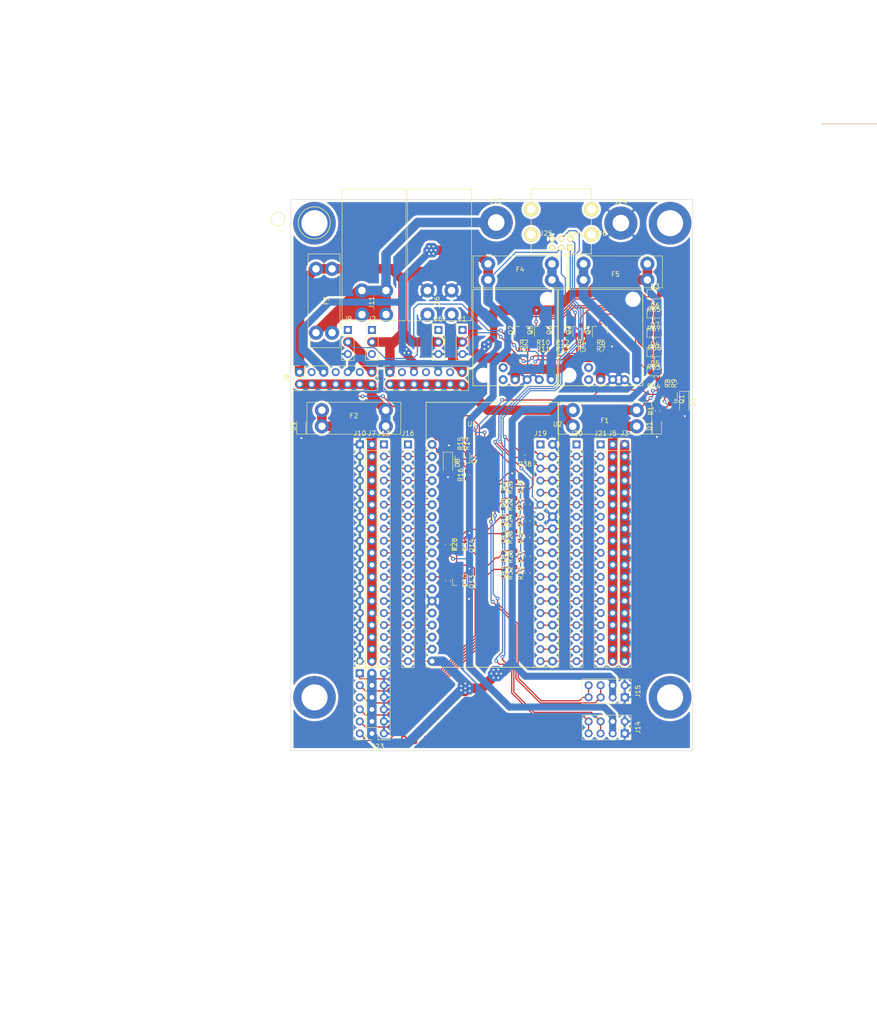
<source format=kicad_pcb>
(kicad_pcb (version 20171130) (host pcbnew "(5.1.2)-2")
  (layers (0 F.Cu signal) (1 In1.Cu signal hide) (2 In2.Cu signal hide) (31 B.Cu signal) (34 B.Paste user hide) (35 F.Paste user hide) (36 B.SilkS user hide) (37 F.SilkS user hide) (38 B.Mask user hide) (39 F.Mask user hide) (44 Edge.Cuts user))
  (net 0 "")
  (net 1 GND)
  (net 2 "Net-(D1-Pad2)")
  (net 3 "Net-(D2-Pad1)")
  (net 4 "Net-(D3-Pad1)")
  (net 5 +3.3VA)
  (net 6 "Net-(D4-Pad1)")
  (net 7 "Net-(D5-Pad1)")
  (net 8 "Net-(D6-Pad1)")
  (net 9 "Net-(D7-Pad1)")
  (net 10 "Net-(D8-Pad1)")
  (net 11 "Net-(D9-Pad2)")
  (net 12 "Net-(F1-Pad1)")
  (net 13 "Net-(F1-Pad2)")
  (net 14 "Net-(F2-Pad2)")
  (net 15 "Net-(F2-Pad1)")
  (net 16 +BATT)
  (net 17 "Net-(F3-Pad1)")
  (net 18 "Net-(J1-Pad1)")
  (net 19 UBEC1)
  (net 20 "Net-(J2-Pad1)")
  (net 21 "Net-(J3-Pad1)")
  (net 22 +3V3)
  (net 23 +5V)
  (net 24 "Net-(J6-Pad1)")
  (net 25 UBEC2)
  (net 26 "Net-(J9-Pad1)")
  (net 27 "Net-(J13-Pad1)")
  (net 28 "Net-(J13-Pad2)")
  (net 29 "Net-(J13-Pad3)")
  (net 30 "Net-(J13-Pad4)")
  (net 31 "Net-(J13-Pad5)")
  (net 32 "Net-(J13-Pad6)")
  (net 33 "Net-(J13-Pad7)")
  (net 34 "Net-(J13-Pad8)")
  (net 35 "Net-(J13-Pad10)")
  (net 36 "Net-(J13-Pad11)")
  (net 37 "Net-(J13-Pad13)")
  (net 38 "Net-(J13-Pad15)")
  (net 39 "Net-(J13-Pad16)")
  (net 40 "Net-(J13-Pad17)")
  (net 41 "Net-(J13-Pad18)")
  (net 42 SDA_33)
  (net 43 SCL_33)
  (net 44 SCL_5)
  (net 45 SDA_5)
  (net 46 "Net-(J19-Pad1)")
  (net 47 "Net-(J19-Pad3)")
  (net 48 "Net-(J19-Pad4)")
  (net 49 "Net-(J19-Pad5)")
  (net 50 "Net-(J19-Pad10)")
  (net 51 "Net-(J19-Pad13)")
  (net 52 "Net-(J19-Pad14)")
  (net 53 "Net-(J19-Pad15)")
  (net 54 "Net-(J19-Pad16)")
  (net 55 "Net-(J19-Pad17)")
  (net 56 "Net-(J19-Pad18)")
  (net 57 "Net-(J19-Pad19)")
  (net 58 "Net-(J20-Pad1)")
  (net 59 "Net-(J21-Pad1)")
  (net 60 GPIO19_5)
  (net 61 GPIO18_5)
  (net 62 GPIO17_5)
  (net 63 GPIO16_5)
  (net 64 GPIO25_5)
  (net 65 GPIO14_5)
  (net 66 "Net-(J25-Pad5)")
  (net 67 "Net-(Q1-Pad3)")
  (net 68 "Net-(Q2-Pad1)")
  (net 69 "Net-(Q3-Pad1)")
  (net 70 "Net-(Q4-Pad1)")
  (net 71 "Net-(Q5-Pad1)")
  (net 72 "Net-(Q6-Pad1)")
  (net 73 "Net-(Q7-Pad3)")
  (net 74 GPIO19)
  (net 75 GPIO18)
  (net 76 GPIO17)
  (net 77 GPIO14)
  (net 78 GPIO25)
  (net 79 GPIO16)
  (net 80 "Net-(U1-PadEN)")
  (net 81 "Net-(U1-PadPG)")
  (net 82 "Net-(U2-PadPG)")
  (net 83 "Net-(U2-PadEN)")
  (net 84 "Net-(J4-Pad3)")
  (net 85 "Net-(J4-Pad7)")
  (net 86 "Net-(J4-Pad11)")
  (net 87 "Net-(J8-Pad11)")
  (net 88 "Net-(J8-Pad7)")
  (net 89 "Net-(J8-Pad3)")
  (net 90 "Net-(D3-Pad2)")
  (net 91 "Net-(D4-Pad2)")
  (net 92 "Net-(D5-Pad2)")
  (net 93 "Net-(D6-Pad2)")
  (net 94 "Net-(D7-Pad2)")
  (net 95 "Net-(F4-Pad1)")
  (net 96 "Net-(F5-Pad1)")
  (net 97 "Net-(J16-Pad1)")
  (net 98 prez)
  (module LED_SMD:LED_0805_2012Metric (layer F.Cu) (at 77.22616 -57.21096 90)
    (fp_text reference D1 (at 0 -1.65 90) (layer F.SilkS))
    (fp_text value LED_Small)
    (pad 1 smd roundrect (at -0.9375 0 90) (size 0.975 1.4) (layers F.Cu F.Paste F.Mask) (net 1 GND))
    (pad 2 smd roundrect (at 0.9375 0 90) (size 0.975 1.4) (layers F.Cu F.Paste F.Mask) (net 2 "Net-(D1-Pad2)"))
  )
  (module Diode_SMD:D_SOD-123 (layer F.Cu) (at 82.98684 -62.27528 270)
    (fp_text reference D2 (at 0 -2 90) (layer F.SilkS))
    (fp_text value D_Zener)
    (pad 2 smd rect (at 1.65 0 270) (size 0.9 1.2) (layers F.Cu F.Paste F.Mask) (net 1 GND))
    (pad 1 smd rect (at -1.65 0 270) (size 0.9 1.2) (layers F.Cu F.Paste F.Mask) (net 3 "Net-(D2-Pad1)"))
  )
  (module LED_SMD:LED_0805_2012Metric (layer F.Cu) (at 76.8312 -85.0306)
    (fp_text reference D3 (at 0 -1.65) (layer F.SilkS))
    (fp_text value LED_Small)
    (pad 1 smd roundrect (at -0.9375 0) (size 0.975 1.4) (layers F.Cu F.Paste F.Mask) (net 4 "Net-(D3-Pad1)"))
    (pad 2 smd roundrect (at 0.9375 0) (size 0.975 1.4) (layers F.Cu F.Paste F.Mask) (net 90 "Net-(D3-Pad2)"))
  )
  (module LED_SMD:LED_0805_2012Metric (layer F.Cu) (at 76.8312 -72.8386)
    (fp_text reference D4 (at 0 -1.65) (layer F.SilkS))
    (fp_text value LED_Small)
    (pad 2 smd roundrect (at 0.9375 0) (size 0.975 1.4) (layers F.Cu F.Paste F.Mask) (net 91 "Net-(D4-Pad2)"))
    (pad 1 smd roundrect (at -0.9375 0) (size 0.975 1.4) (layers F.Cu F.Paste F.Mask) (net 6 "Net-(D4-Pad1)"))
  )
  (module LED_SMD:LED_0805_2012Metric (layer F.Cu) (at 76.8312 -68.7746)
    (fp_text reference D5 (at 0 -1.65) (layer F.SilkS))
    (fp_text value LED_Small)
    (pad 2 smd roundrect (at 0.9375 0) (size 0.975 1.4) (layers F.Cu F.Paste F.Mask) (net 92 "Net-(D5-Pad2)"))
    (pad 1 smd roundrect (at -0.9375 0) (size 0.975 1.4) (layers F.Cu F.Paste F.Mask) (net 7 "Net-(D5-Pad1)"))
  )
  (module LED_SMD:LED_0805_2012Metric (layer F.Cu) (at 76.8312 -80.9666)
    (fp_text reference D6 (at 0 -1.65) (layer F.SilkS))
    (fp_text value LED_Small)
    (pad 1 smd roundrect (at -0.9375 0) (size 0.975 1.4) (layers F.Cu F.Paste F.Mask) (net 8 "Net-(D6-Pad1)"))
    (pad 2 smd roundrect (at 0.9375 0) (size 0.975 1.4) (layers F.Cu F.Paste F.Mask) (net 93 "Net-(D6-Pad2)"))
  )
  (module LED_SMD:LED_0805_2012Metric (layer F.Cu) (at 76.8312 -76.9026)
    (fp_text reference D7 (at 0 -1.65) (layer F.SilkS))
    (fp_text value LED_Small)
    (pad 2 smd roundrect (at 0.9375 0) (size 0.975 1.4) (layers F.Cu F.Paste F.Mask) (net 94 "Net-(D7-Pad2)"))
    (pad 1 smd roundrect (at -0.9375 0) (size 0.975 1.4) (layers F.Cu F.Paste F.Mask) (net 9 "Net-(D7-Pad1)"))
  )
  (module Diode_SMD:D_SOD-123 (layer F.Cu) (at 33.1598 -49.4534 270)
    (fp_text reference D8 (at 0 -2 90) (layer F.SilkS))
    (fp_text value D_Zener)
    (pad 1 smd rect (at -1.65 0 270) (size 0.9 1.2) (layers F.Cu F.Paste F.Mask) (net 10 "Net-(D8-Pad1)"))
    (pad 2 smd rect (at 1.65 0 270) (size 0.9 1.2) (layers F.Cu F.Paste F.Mask) (net 1 GND))
  )
  (module LED_SMD:LED_0805_2012Metric (layer F.Cu) (at 2.21996 -57.20588 90)
    (fp_text reference D9 (at 0 -1.65 90) (layer F.SilkS))
    (fp_text value LED_Small)
    (pad 1 smd roundrect (at -0.9375 0 90) (size 0.975 1.4) (layers F.Cu F.Paste F.Mask) (net 1 GND))
    (pad 2 smd roundrect (at 0.9375 0 90) (size 0.975 1.4) (layers F.Cu F.Paste F.Mask) (net 11 "Net-(D9-Pad2)"))
  )
  (module 3557-2:3557-2 (layer F.Cu) (at 13.2969 -58.8772 180)
    (fp_text reference F2 (at 0 0.5) (layer F.SilkS))
    (fp_text value Fuse)
    (pad 2 thru_hole circle (at 6.735 1.7 180) (size 3 3) (drill 1.57) (layers *.Cu *.Mask) (net 14 "Net-(F2-Pad2)"))
    (pad 2 thru_hole circle (at 6.735 -1.7 180) (size 3 3) (drill 1.57) (layers *.Cu F.Mask) (net 14 "Net-(F2-Pad2)"))
    (pad 1 thru_hole circle (at -6.735 1.7 180) (size 3 3) (drill 1.57) (layers *.Cu *.Mask) (net 15 "Net-(F2-Pad1)"))
    (pad 1 thru_hole circle (at -6.735 -1.7 180) (size 3 3) (drill 1.57) (layers *.Cu F.Mask) (net 15 "Net-(F2-Pad1)"))
  )
  (module 3557-2:3557-2 (layer F.Cu) (at 7.0104 -83.6422 90)
    (fp_text reference F3 (at 0 0.5 90) (layer F.SilkS))
    (fp_text value Fuse)
    (pad 2 thru_hole circle (at 6.735 1.7 90) (size 3 3) (drill 1.57) (layers *.Cu *.Mask) (net 16 +BATT))
    (pad 2 thru_hole circle (at 6.735 -1.7 90) (size 3 3) (drill 1.57) (layers *.Cu F.Mask) (net 16 +BATT))
    (pad 1 thru_hole circle (at -6.735 1.7 90) (size 3 3) (drill 1.57) (layers *.Cu *.Mask) (net 17 "Net-(F3-Pad1)"))
    (pad 1 thru_hole circle (at -6.735 -1.7 90) (size 3 3) (drill 1.57) (layers *.Cu F.Mask) (net 17 "Net-(F3-Pad1)"))
  )
  (module Connector_PinHeader_2.54mm:PinHeader_1x03_P2.54mm_Vertical (layer F.Cu) (at 36.2204 -77.4833)
    (fp_text reference J1 (at 0 -2.33) (layer F.SilkS))
    (fp_text value Conn_01x03)
    (pad 1 thru_hole rect (at 0 0) (size 1.7 1.7) (drill 1) (layers *.Cu *.Mask) (net 18 "Net-(J1-Pad1)"))
    (pad 2 thru_hole oval (at 0 2.54) (size 1.7 1.7) (drill 1) (layers *.Cu *.Mask) (net 19 UBEC1))
    (pad 3 thru_hole oval (at 0 5.08) (size 1.7 1.7) (drill 1) (layers *.Cu *.Mask) (net 1 GND))
  )
  (module Connector_PinHeader_2.54mm:PinHeader_1x03_P2.54mm_Vertical (layer F.Cu) (at 17.1041 -77.4833)
    (fp_text reference J2 (at 0 -2.33) (layer F.SilkS))
    (fp_text value Conn_01x03)
    (pad 3 thru_hole oval (at 0 5.08) (size 1.7 1.7) (drill 1) (layers *.Cu *.Mask) (net 1 GND))
    (pad 2 thru_hole oval (at 0 2.54) (size 1.7 1.7) (drill 1) (layers *.Cu *.Mask) (net 16 +BATT))
    (pad 1 thru_hole rect (at 0 0) (size 1.7 1.7) (drill 1) (layers *.Cu *.Mask) (net 20 "Net-(J2-Pad1)"))
  )
  (module Connector_PinHeader_2.54mm:PinHeader_1x19_P2.54mm_Vertical (layer F.Cu) (at 70.4342 -53.34)
    (fp_text reference J3 (at 0 -2.33) (layer F.SilkS))
    (fp_text value Conn_01x19)
    (pad 1 thru_hole rect (at 0 0) (size 1.7 1.7) (drill 1) (layers *.Cu *.Mask) (net 21 "Net-(J3-Pad1)"))
    (pad 2 thru_hole oval (at 0 2.54) (size 1.7 1.7) (drill 1) (layers *.Cu *.Mask) (net 21 "Net-(J3-Pad1)"))
    (pad 3 thru_hole oval (at 0 5.08) (size 1.7 1.7) (drill 1) (layers *.Cu *.Mask) (net 21 "Net-(J3-Pad1)"))
    (pad 4 thru_hole oval (at 0 7.62) (size 1.7 1.7) (drill 1) (layers *.Cu *.Mask) (net 21 "Net-(J3-Pad1)"))
    (pad 5 thru_hole oval (at 0 10.16) (size 1.7 1.7) (drill 1) (layers *.Cu *.Mask) (net 21 "Net-(J3-Pad1)"))
    (pad 6 thru_hole oval (at 0 12.7) (size 1.7 1.7) (drill 1) (layers *.Cu *.Mask) (net 21 "Net-(J3-Pad1)"))
    (pad 7 thru_hole oval (at 0 15.24) (size 1.7 1.7) (drill 1) (layers *.Cu *.Mask) (net 21 "Net-(J3-Pad1)"))
    (pad 8 thru_hole oval (at 0 17.78) (size 1.7 1.7) (drill 1) (layers *.Cu *.Mask) (net 21 "Net-(J3-Pad1)"))
    (pad 9 thru_hole oval (at 0 20.32) (size 1.7 1.7) (drill 1) (layers *.Cu *.Mask) (net 21 "Net-(J3-Pad1)"))
    (pad 10 thru_hole oval (at 0 22.86) (size 1.7 1.7) (drill 1) (layers *.Cu *.Mask) (net 21 "Net-(J3-Pad1)"))
    (pad 11 thru_hole oval (at 0 25.4) (size 1.7 1.7) (drill 1) (layers *.Cu *.Mask) (net 21 "Net-(J3-Pad1)"))
    (pad 12 thru_hole oval (at 0 27.94) (size 1.7 1.7) (drill 1) (layers *.Cu *.Mask) (net 21 "Net-(J3-Pad1)"))
    (pad 13 thru_hole oval (at 0 30.48) (size 1.7 1.7) (drill 1) (layers *.Cu *.Mask) (net 21 "Net-(J3-Pad1)"))
    (pad 14 thru_hole oval (at 0 33.02) (size 1.7 1.7) (drill 1) (layers *.Cu *.Mask) (net 21 "Net-(J3-Pad1)"))
    (pad 15 thru_hole oval (at 0 35.56) (size 1.7 1.7) (drill 1) (layers *.Cu *.Mask) (net 21 "Net-(J3-Pad1)"))
    (pad 16 thru_hole oval (at 0 38.1) (size 1.7 1.7) (drill 1) (layers *.Cu *.Mask) (net 21 "Net-(J3-Pad1)"))
    (pad 17 thru_hole oval (at 0 40.64) (size 1.7 1.7) (drill 1) (layers *.Cu *.Mask) (net 21 "Net-(J3-Pad1)"))
    (pad 18 thru_hole oval (at 0 43.18) (size 1.7 1.7) (drill 1) (layers *.Cu *.Mask) (net 21 "Net-(J3-Pad1)"))
    (pad 19 thru_hole oval (at 0 45.72) (size 1.7 1.7) (drill 1) (layers *.Cu *.Mask) (net 21 "Net-(J3-Pad1)"))
  )
  (module Connector_PinHeader_2.54mm:PinHeader_1x19_P2.54mm_Vertical (layer F.Cu) (at 67.8942 -53.34)
    (fp_text reference J5 (at 0 -2.33) (layer F.SilkS))
    (fp_text value Conn_01x19)
    (pad 19 thru_hole oval (at 0 45.72) (size 1.7 1.7) (drill 1) (layers *.Cu *.Mask) (net 13 "Net-(F1-Pad2)"))
    (pad 18 thru_hole oval (at 0 43.18) (size 1.7 1.7) (drill 1) (layers *.Cu *.Mask) (net 13 "Net-(F1-Pad2)"))
    (pad 17 thru_hole oval (at 0 40.64) (size 1.7 1.7) (drill 1) (layers *.Cu *.Mask) (net 13 "Net-(F1-Pad2)"))
    (pad 16 thru_hole oval (at 0 38.1) (size 1.7 1.7) (drill 1) (layers *.Cu *.Mask) (net 13 "Net-(F1-Pad2)"))
    (pad 15 thru_hole oval (at 0 35.56) (size 1.7 1.7) (drill 1) (layers *.Cu *.Mask) (net 13 "Net-(F1-Pad2)"))
    (pad 14 thru_hole oval (at 0 33.02) (size 1.7 1.7) (drill 1) (layers *.Cu *.Mask) (net 13 "Net-(F1-Pad2)"))
    (pad 13 thru_hole oval (at 0 30.48) (size 1.7 1.7) (drill 1) (layers *.Cu *.Mask) (net 13 "Net-(F1-Pad2)"))
    (pad 12 thru_hole oval (at 0 27.94) (size 1.7 1.7) (drill 1) (layers *.Cu *.Mask) (net 13 "Net-(F1-Pad2)"))
    (pad 11 thru_hole oval (at 0 25.4) (size 1.7 1.7) (drill 1) (layers *.Cu *.Mask) (net 13 "Net-(F1-Pad2)"))
    (pad 10 thru_hole oval (at 0 22.86) (size 1.7 1.7) (drill 1) (layers *.Cu *.Mask) (net 13 "Net-(F1-Pad2)"))
    (pad 9 thru_hole oval (at 0 20.32) (size 1.7 1.7) (drill 1) (layers *.Cu *.Mask) (net 13 "Net-(F1-Pad2)"))
    (pad 8 thru_hole oval (at 0 17.78) (size 1.7 1.7) (drill 1) (layers *.Cu *.Mask) (net 13 "Net-(F1-Pad2)"))
    (pad 7 thru_hole oval (at 0 15.24) (size 1.7 1.7) (drill 1) (layers *.Cu *.Mask) (net 13 "Net-(F1-Pad2)"))
    (pad 6 thru_hole oval (at 0 12.7) (size 1.7 1.7) (drill 1) (layers *.Cu *.Mask) (net 13 "Net-(F1-Pad2)"))
    (pad 5 thru_hole oval (at 0 10.16) (size 1.7 1.7) (drill 1) (layers *.Cu *.Mask) (net 13 "Net-(F1-Pad2)"))
    (pad 4 thru_hole oval (at 0 7.62) (size 1.7 1.7) (drill 1) (layers *.Cu *.Mask) (net 13 "Net-(F1-Pad2)"))
    (pad 3 thru_hole oval (at 0 5.08) (size 1.7 1.7) (drill 1) (layers *.Cu *.Mask) (net 13 "Net-(F1-Pad2)"))
    (pad 2 thru_hole oval (at 0 2.54) (size 1.7 1.7) (drill 1) (layers *.Cu *.Mask) (net 13 "Net-(F1-Pad2)"))
    (pad 1 thru_hole rect (at 0 0) (size 1.7 1.7) (drill 1) (layers *.Cu *.Mask) (net 13 "Net-(F1-Pad2)"))
  )
  (module Connector_PinHeader_2.54mm:PinHeader_1x03_P2.54mm_Vertical (layer F.Cu) (at 31.1404 -77.4827)
    (fp_text reference J6 (at 0 -2.33) (layer F.SilkS))
    (fp_text value Conn_01x03)
    (pad 1 thru_hole rect (at 0 0) (size 1.7 1.7) (drill 1) (layers *.Cu *.Mask) (net 24 "Net-(J6-Pad1)"))
    (pad 2 thru_hole oval (at 0 2.54) (size 1.7 1.7) (drill 1) (layers *.Cu *.Mask) (net 16 +BATT))
    (pad 3 thru_hole oval (at 0 5.08) (size 1.7 1.7) (drill 1) (layers *.Cu *.Mask) (net 1 GND))
  )
  (module Connector_PinHeader_2.54mm:PinHeader_1x19_P2.54mm_Vertical (layer F.Cu) (at 17.1069 -53.34)
    (fp_text reference J7 (at 0 -2.33) (layer F.SilkS))
    (fp_text value Conn_01x19)
    (pad 1 thru_hole rect (at 0 0) (size 1.7 1.7) (drill 1) (layers *.Cu *.Mask) (net 14 "Net-(F2-Pad2)"))
    (pad 2 thru_hole oval (at 0 2.54) (size 1.7 1.7) (drill 1) (layers *.Cu *.Mask) (net 14 "Net-(F2-Pad2)"))
    (pad 3 thru_hole oval (at 0 5.08) (size 1.7 1.7) (drill 1) (layers *.Cu *.Mask) (net 14 "Net-(F2-Pad2)"))
    (pad 4 thru_hole oval (at 0 7.62) (size 1.7 1.7) (drill 1) (layers *.Cu *.Mask) (net 14 "Net-(F2-Pad2)"))
    (pad 5 thru_hole oval (at 0 10.16) (size 1.7 1.7) (drill 1) (layers *.Cu *.Mask) (net 14 "Net-(F2-Pad2)"))
    (pad 6 thru_hole oval (at 0 12.7) (size 1.7 1.7) (drill 1) (layers *.Cu *.Mask) (net 14 "Net-(F2-Pad2)"))
    (pad 7 thru_hole oval (at 0 15.24) (size 1.7 1.7) (drill 1) (layers *.Cu *.Mask) (net 14 "Net-(F2-Pad2)"))
    (pad 8 thru_hole oval (at 0 17.78) (size 1.7 1.7) (drill 1) (layers *.Cu *.Mask) (net 14 "Net-(F2-Pad2)"))
    (pad 9 thru_hole oval (at 0 20.32) (size 1.7 1.7) (drill 1) (layers *.Cu *.Mask) (net 14 "Net-(F2-Pad2)"))
    (pad 10 thru_hole oval (at 0 22.86) (size 1.7 1.7) (drill 1) (layers *.Cu *.Mask) (net 14 "Net-(F2-Pad2)"))
    (pad 11 thru_hole oval (at 0 25.4) (size 1.7 1.7) (drill 1) (layers *.Cu *.Mask) (net 14 "Net-(F2-Pad2)"))
    (pad 12 thru_hole oval (at 0 27.94) (size 1.7 1.7) (drill 1) (layers *.Cu *.Mask) (net 14 "Net-(F2-Pad2)"))
    (pad 13 thru_hole oval (at 0 30.48) (size 1.7 1.7) (drill 1) (layers *.Cu *.Mask) (net 14 "Net-(F2-Pad2)"))
    (pad 14 thru_hole oval (at 0 33.02) (size 1.7 1.7) (drill 1) (layers *.Cu *.Mask) (net 14 "Net-(F2-Pad2)"))
    (pad 15 thru_hole oval (at 0 35.56) (size 1.7 1.7) (drill 1) (layers *.Cu *.Mask) (net 14 "Net-(F2-Pad2)"))
    (pad 16 thru_hole oval (at 0 38.1) (size 1.7 1.7) (drill 1) (layers *.Cu *.Mask) (net 14 "Net-(F2-Pad2)"))
    (pad 17 thru_hole oval (at 0 40.64) (size 1.7 1.7) (drill 1) (layers *.Cu *.Mask) (net 14 "Net-(F2-Pad2)"))
    (pad 18 thru_hole oval (at 0 43.18) (size 1.7 1.7) (drill 1) (layers *.Cu *.Mask) (net 14 "Net-(F2-Pad2)"))
    (pad 19 thru_hole oval (at 0 45.72) (size 1.7 1.7) (drill 1) (layers *.Cu *.Mask) (net 14 "Net-(F2-Pad2)"))
  )
  (module Connector_PinHeader_2.54mm:PinHeader_1x03_P2.54mm_Vertical (layer F.Cu) (at 12.0241 -77.4833)
    (fp_text reference J9 (at 0 -2.33) (layer F.SilkS))
    (fp_text value Conn_01x03)
    (pad 3 thru_hole oval (at 0 5.08) (size 1.7 1.7) (drill 1) (layers *.Cu *.Mask) (net 1 GND))
    (pad 2 thru_hole oval (at 0 2.54) (size 1.7 1.7) (drill 1) (layers *.Cu *.Mask) (net 25 UBEC2))
    (pad 1 thru_hole rect (at 0 0) (size 1.7 1.7) (drill 1) (layers *.Cu *.Mask) (net 26 "Net-(J9-Pad1)"))
  )
  (module Connector_PinHeader_2.54mm:PinHeader_1x19_P2.54mm_Vertical (layer F.Cu) (at 14.5669 -53.3527)
    (fp_text reference J10 (at 0 -2.33) (layer F.SilkS))
    (fp_text value Conn_01x19)
    (pad 19 thru_hole oval (at 0 45.72) (size 1.7 1.7) (drill 1) (layers *.Cu *.Mask) (net 1 GND))
    (pad 18 thru_hole oval (at 0 43.18) (size 1.7 1.7) (drill 1) (layers *.Cu *.Mask) (net 1 GND))
    (pad 17 thru_hole oval (at 0 40.64) (size 1.7 1.7) (drill 1) (layers *.Cu *.Mask) (net 1 GND))
    (pad 16 thru_hole oval (at 0 38.1) (size 1.7 1.7) (drill 1) (layers *.Cu *.Mask) (net 1 GND))
    (pad 15 thru_hole oval (at 0 35.56) (size 1.7 1.7) (drill 1) (layers *.Cu *.Mask) (net 1 GND))
    (pad 14 thru_hole oval (at 0 33.02) (size 1.7 1.7) (drill 1) (layers *.Cu *.Mask) (net 1 GND))
    (pad 13 thru_hole oval (at 0 30.48) (size 1.7 1.7) (drill 1) (layers *.Cu *.Mask) (net 1 GND))
    (pad 12 thru_hole oval (at 0 27.94) (size 1.7 1.7) (drill 1) (layers *.Cu *.Mask) (net 1 GND))
    (pad 11 thru_hole oval (at 0 25.4) (size 1.7 1.7) (drill 1) (layers *.Cu *.Mask) (net 1 GND))
    (pad 10 thru_hole oval (at 0 22.86) (size 1.7 1.7) (drill 1) (layers *.Cu *.Mask) (net 1 GND))
    (pad 9 thru_hole oval (at 0 20.32) (size 1.7 1.7) (drill 1) (layers *.Cu *.Mask) (net 1 GND))
    (pad 8 thru_hole oval (at 0 17.78) (size 1.7 1.7) (drill 1) (layers *.Cu *.Mask) (net 1 GND))
    (pad 7 thru_hole oval (at 0 15.24) (size 1.7 1.7) (drill 1) (layers *.Cu *.Mask) (net 1 GND))
    (pad 6 thru_hole oval (at 0 12.7) (size 1.7 1.7) (drill 1) (layers *.Cu *.Mask) (net 1 GND))
    (pad 5 thru_hole oval (at 0 10.16) (size 1.7 1.7) (drill 1) (layers *.Cu *.Mask) (net 1 GND))
    (pad 4 thru_hole oval (at 0 7.62) (size 1.7 1.7) (drill 1) (layers *.Cu *.Mask) (net 1 GND))
    (pad 3 thru_hole oval (at 0 5.08) (size 1.7 1.7) (drill 1) (layers *.Cu *.Mask) (net 1 GND))
    (pad 2 thru_hole oval (at 0 2.54) (size 1.7 1.7) (drill 1) (layers *.Cu *.Mask) (net 1 GND))
    (pad 1 thru_hole rect (at 0 0) (size 1.7 1.7) (drill 1) (layers *.Cu *.Mask) (net 1 GND))
  )
  (module MountingHole:MountingHole_3.5mm_Pad (layer F.Cu) (at 43.3324 -100.1522)
    (fp_text reference J12 (at 0 -4.5) (layer F.SilkS))
    (fp_text value Conn_01x01_Male)
    (pad 1 thru_hole circle (at 0 0) (size 7 7) (drill 3.5) (layers *.Cu *.Mask) (net 17 "Net-(F3-Pad1)"))
  )
  (module Connector_PinHeader_2.54mm:PinHeader_1x19_P2.54mm_Vertical (layer F.Cu) (at 19.6342 -53.34)
    (fp_text reference J13 (at 0 -2.33) (layer F.SilkS))
    (fp_text value Conn_01x19)
    (pad 1 thru_hole rect (at 0 0) (size 1.7 1.7) (drill 1) (layers *.Cu *.Mask) (net 27 "Net-(J13-Pad1)"))
    (pad 2 thru_hole oval (at 0 2.54) (size 1.7 1.7) (drill 1) (layers *.Cu *.Mask) (net 28 "Net-(J13-Pad2)"))
    (pad 3 thru_hole oval (at 0 5.08) (size 1.7 1.7) (drill 1) (layers *.Cu *.Mask) (net 29 "Net-(J13-Pad3)"))
    (pad 4 thru_hole oval (at 0 7.62) (size 1.7 1.7) (drill 1) (layers *.Cu *.Mask) (net 30 "Net-(J13-Pad4)"))
    (pad 5 thru_hole oval (at 0 10.16) (size 1.7 1.7) (drill 1) (layers *.Cu *.Mask) (net 31 "Net-(J13-Pad5)"))
    (pad 6 thru_hole oval (at 0 12.7) (size 1.7 1.7) (drill 1) (layers *.Cu *.Mask) (net 32 "Net-(J13-Pad6)"))
    (pad 7 thru_hole oval (at 0 15.24) (size 1.7 1.7) (drill 1) (layers *.Cu *.Mask) (net 33 "Net-(J13-Pad7)"))
    (pad 8 thru_hole oval (at 0 17.78) (size 1.7 1.7) (drill 1) (layers *.Cu *.Mask) (net 34 "Net-(J13-Pad8)"))
    (pad 9 thru_hole oval (at 0 20.32) (size 1.7 1.7) (drill 1) (layers *.Cu *.Mask) (net 78 GPIO25))
    (pad 10 thru_hole oval (at 0 22.86) (size 1.7 1.7) (drill 1) (layers *.Cu *.Mask) (net 35 "Net-(J13-Pad10)"))
    (pad 11 thru_hole oval (at 0 25.4) (size 1.7 1.7) (drill 1) (layers *.Cu *.Mask) (net 36 "Net-(J13-Pad11)"))
    (pad 12 thru_hole oval (at 0 27.94) (size 1.7 1.7) (drill 1) (layers *.Cu *.Mask) (net 77 GPIO14))
    (pad 13 thru_hole oval (at 0 30.48) (size 1.7 1.7) (drill 1) (layers *.Cu *.Mask) (net 37 "Net-(J13-Pad13)"))
    (pad 14 thru_hole oval (at 0 33.02) (size 1.7 1.7) (drill 1) (layers *.Cu *.Mask) (net 1 GND))
    (pad 15 thru_hole oval (at 0 35.56) (size 1.7 1.7) (drill 1) (layers *.Cu *.Mask) (net 38 "Net-(J13-Pad15)"))
    (pad 16 thru_hole oval (at 0 38.1) (size 1.7 1.7) (drill 1) (layers *.Cu *.Mask) (net 39 "Net-(J13-Pad16)"))
    (pad 17 thru_hole oval (at 0 40.64) (size 1.7 1.7) (drill 1) (layers *.Cu *.Mask) (net 40 "Net-(J13-Pad17)"))
    (pad 18 thru_hole oval (at 0 43.18) (size 1.7 1.7) (drill 1) (layers *.Cu *.Mask) (net 41 "Net-(J13-Pad18)"))
    (pad 19 thru_hole oval (at 0 45.72) (size 1.7 1.7) (drill 1) (layers *.Cu *.Mask) (net 23 +5V))
  )
  (module Connector_PinHeader_2.54mm:PinHeader_1x19_P2.54mm_Vertical (layer F.Cu) (at 24.7142 -53.34)
    (fp_text reference J16 (at 0 -2.33) (layer F.SilkS))
    (fp_text value Conn_01x19)
    (pad 1 thru_hole rect (at 0 0) (size 1.7 1.7) (drill 1) (layers *.Cu *.Mask) (net 97 "Net-(J16-Pad1)"))
    (pad 2 thru_hole oval (at 0 2.54) (size 1.7 1.7) (drill 1) (layers *.Cu *.Mask) (net 28 "Net-(J13-Pad2)"))
    (pad 3 thru_hole oval (at 0 5.08) (size 1.7 1.7) (drill 1) (layers *.Cu *.Mask) (net 29 "Net-(J13-Pad3)"))
    (pad 4 thru_hole oval (at 0 7.62) (size 1.7 1.7) (drill 1) (layers *.Cu *.Mask) (net 30 "Net-(J13-Pad4)"))
    (pad 5 thru_hole oval (at 0 10.16) (size 1.7 1.7) (drill 1) (layers *.Cu *.Mask) (net 31 "Net-(J13-Pad5)"))
    (pad 6 thru_hole oval (at 0 12.7) (size 1.7 1.7) (drill 1) (layers *.Cu *.Mask) (net 32 "Net-(J13-Pad6)"))
    (pad 7 thru_hole oval (at 0 15.24) (size 1.7 1.7) (drill 1) (layers *.Cu *.Mask) (net 33 "Net-(J13-Pad7)"))
    (pad 8 thru_hole oval (at 0 17.78) (size 1.7 1.7) (drill 1) (layers *.Cu *.Mask) (net 34 "Net-(J13-Pad8)"))
    (pad 9 thru_hole oval (at 0 20.32) (size 1.7 1.7) (drill 1) (layers *.Cu *.Mask) (net 78 GPIO25))
    (pad 10 thru_hole oval (at 0 22.86) (size 1.7 1.7) (drill 1) (layers *.Cu *.Mask) (net 35 "Net-(J13-Pad10)"))
    (pad 11 thru_hole oval (at 0 25.4) (size 1.7 1.7) (drill 1) (layers *.Cu *.Mask) (net 36 "Net-(J13-Pad11)"))
    (pad 12 thru_hole oval (at 0 27.94) (size 1.7 1.7) (drill 1) (layers *.Cu *.Mask) (net 77 GPIO14))
    (pad 13 thru_hole oval (at 0 30.48) (size 1.7 1.7) (drill 1) (layers *.Cu *.Mask) (net 37 "Net-(J13-Pad13)"))
    (pad 14 thru_hole oval (at 0 33.02) (size 1.7 1.7) (drill 1) (layers *.Cu *.Mask) (net 1 GND))
    (pad 15 thru_hole oval (at 0 35.56) (size 1.7 1.7) (drill 1) (layers *.Cu *.Mask) (net 38 "Net-(J13-Pad15)"))
    (pad 16 thru_hole oval (at 0 38.1) (size 1.7 1.7) (drill 1) (layers *.Cu *.Mask) (net 39 "Net-(J13-Pad16)"))
    (pad 17 thru_hole oval (at 0 40.64) (size 1.7 1.7) (drill 1) (layers *.Cu *.Mask) (net 40 "Net-(J13-Pad17)"))
    (pad 18 thru_hole oval (at 0 43.18) (size 1.7 1.7) (drill 1) (layers *.Cu *.Mask) (net 41 "Net-(J13-Pad18)"))
    (pad 19 thru_hole oval (at 0 45.72) (size 1.7 1.7) (drill 1) (layers *.Cu *.Mask) (net 23 +5V))
  )
  (module Connector_PinHeader_2.54mm:PinHeader_1x19_P2.54mm_Vertical (layer F.Cu) (at 52.6542 -53.34)
    (fp_text reference J19 (at 0 -2.33) (layer F.SilkS))
    (fp_text value Conn_01x19)
    (pad 1 thru_hole rect (at 0 0) (size 1.7 1.7) (drill 1) (layers *.Cu *.Mask) (net 46 "Net-(J19-Pad1)"))
    (pad 2 thru_hole oval (at 0 2.54) (size 1.7 1.7) (drill 1) (layers *.Cu *.Mask) (net 43 SCL_33))
    (pad 3 thru_hole oval (at 0 5.08) (size 1.7 1.7) (drill 1) (layers *.Cu *.Mask) (net 47 "Net-(J19-Pad3)"))
    (pad 4 thru_hole oval (at 0 7.62) (size 1.7 1.7) (drill 1) (layers *.Cu *.Mask) (net 48 "Net-(J19-Pad4)"))
    (pad 5 thru_hole oval (at 0 10.16) (size 1.7 1.7) (drill 1) (layers *.Cu *.Mask) (net 49 "Net-(J19-Pad5)"))
    (pad 6 thru_hole oval (at 0 12.7) (size 1.7 1.7) (drill 1) (layers *.Cu *.Mask) (net 42 SDA_33))
    (pad 7 thru_hole oval (at 0 15.24) (size 1.7 1.7) (drill 1) (layers *.Cu *.Mask) (net 1 GND))
    (pad 8 thru_hole oval (at 0 17.78) (size 1.7 1.7) (drill 1) (layers *.Cu *.Mask) (net 74 GPIO19))
    (pad 9 thru_hole oval (at 0 20.32) (size 1.7 1.7) (drill 1) (layers *.Cu *.Mask) (net 75 GPIO18))
    (pad 10 thru_hole oval (at 0 22.86) (size 1.7 1.7) (drill 1) (layers *.Cu *.Mask) (net 50 "Net-(J19-Pad10)"))
    (pad 11 thru_hole oval (at 0 25.4) (size 1.7 1.7) (drill 1) (layers *.Cu *.Mask) (net 76 GPIO17))
    (pad 12 thru_hole oval (at 0 27.94) (size 1.7 1.7) (drill 1) (layers *.Cu *.Mask) (net 79 GPIO16))
    (pad 13 thru_hole oval (at 0 30.48) (size 1.7 1.7) (drill 1) (layers *.Cu *.Mask) (net 51 "Net-(J19-Pad13)"))
    (pad 14 thru_hole oval (at 0 33.02) (size 1.7 1.7) (drill 1) (layers *.Cu *.Mask) (net 52 "Net-(J19-Pad14)"))
    (pad 15 thru_hole oval (at 0 35.56) (size 1.7 1.7) (drill 1) (layers *.Cu *.Mask) (net 53 "Net-(J19-Pad15)"))
    (pad 16 thru_hole oval (at 0 38.1) (size 1.7 1.7) (drill 1) (layers *.Cu *.Mask) (net 54 "Net-(J19-Pad16)"))
    (pad 17 thru_hole oval (at 0 40.64) (size 1.7 1.7) (drill 1) (layers *.Cu *.Mask) (net 55 "Net-(J19-Pad17)"))
    (pad 18 thru_hole oval (at 0 43.18) (size 1.7 1.7) (drill 1) (layers *.Cu *.Mask) (net 56 "Net-(J19-Pad18)"))
    (pad 19 thru_hole oval (at 0 45.72) (size 1.7 1.7) (drill 1) (layers *.Cu *.Mask) (net 57 "Net-(J19-Pad19)"))
  )
  (module Connector_PinHeader_2.54mm:PinHeader_1x19_P2.54mm_Vertical (layer F.Cu) (at 60.2742 -53.34)
    (fp_text reference J20 (at 0 -2.33) (layer F.SilkS))
    (fp_text value Conn_01x19)
    (pad 1 thru_hole rect (at 0 0) (size 1.7 1.7) (drill 1) (layers *.Cu *.Mask) (net 58 "Net-(J20-Pad1)"))
    (pad 2 thru_hole oval (at 0 2.54) (size 1.7 1.7) (drill 1) (layers *.Cu *.Mask) (net 43 SCL_33))
    (pad 3 thru_hole oval (at 0 5.08) (size 1.7 1.7) (drill 1) (layers *.Cu *.Mask) (net 47 "Net-(J19-Pad3)"))
    (pad 4 thru_hole oval (at 0 7.62) (size 1.7 1.7) (drill 1) (layers *.Cu *.Mask) (net 48 "Net-(J19-Pad4)"))
    (pad 5 thru_hole oval (at 0 10.16) (size 1.7 1.7) (drill 1) (layers *.Cu *.Mask) (net 49 "Net-(J19-Pad5)"))
    (pad 6 thru_hole oval (at 0 12.7) (size 1.7 1.7) (drill 1) (layers *.Cu *.Mask) (net 42 SDA_33))
    (pad 7 thru_hole oval (at 0 15.24) (size 1.7 1.7) (drill 1) (layers *.Cu *.Mask) (net 1 GND))
    (pad 8 thru_hole oval (at 0 17.78) (size 1.7 1.7) (drill 1) (layers *.Cu *.Mask) (net 74 GPIO19))
    (pad 9 thru_hole oval (at 0 20.32) (size 1.7 1.7) (drill 1) (layers *.Cu *.Mask) (net 75 GPIO18))
    (pad 10 thru_hole oval (at 0 22.86) (size 1.7 1.7) (drill 1) (layers *.Cu *.Mask) (net 50 "Net-(J19-Pad10)"))
    (pad 11 thru_hole oval (at 0 25.4) (size 1.7 1.7) (drill 1) (layers *.Cu *.Mask) (net 76 GPIO17))
    (pad 12 thru_hole oval (at 0 27.94) (size 1.7 1.7) (drill 1) (layers *.Cu *.Mask) (net 79 GPIO16))
    (pad 13 thru_hole oval (at 0 30.48) (size 1.7 1.7) (drill 1) (layers *.Cu *.Mask) (net 51 "Net-(J19-Pad13)"))
    (pad 14 thru_hole oval (at 0 33.02) (size 1.7 1.7) (drill 1) (layers *.Cu *.Mask) (net 52 "Net-(J19-Pad14)"))
    (pad 15 thru_hole oval (at 0 35.56) (size 1.7 1.7) (drill 1) (layers *.Cu *.Mask) (net 53 "Net-(J19-Pad15)"))
    (pad 16 thru_hole oval (at 0 38.1) (size 1.7 1.7) (drill 1) (layers *.Cu *.Mask) (net 54 "Net-(J19-Pad16)"))
    (pad 17 thru_hole oval (at 0 40.64) (size 1.7 1.7) (drill 1) (layers *.Cu *.Mask) (net 55 "Net-(J19-Pad17)"))
    (pad 18 thru_hole oval (at 0 43.18) (size 1.7 1.7) (drill 1) (layers *.Cu *.Mask) (net 56 "Net-(J19-Pad18)"))
    (pad 19 thru_hole oval (at 0 45.72) (size 1.7 1.7) (drill 1) (layers *.Cu *.Mask) (net 57 "Net-(J19-Pad19)"))
  )
  (module Connector_PinHeader_2.54mm:PinHeader_1x19_P2.54mm_Vertical (layer F.Cu) (at 65.3542 -53.34)
    (fp_text reference J21 (at 0 -2.33) (layer F.SilkS))
    (fp_text value Conn_01x19)
    (pad 19 thru_hole oval (at 0 45.72) (size 1.7 1.7) (drill 1) (layers *.Cu *.Mask) (net 57 "Net-(J19-Pad19)"))
    (pad 18 thru_hole oval (at 0 43.18) (size 1.7 1.7) (drill 1) (layers *.Cu *.Mask) (net 56 "Net-(J19-Pad18)"))
    (pad 17 thru_hole oval (at 0 40.64) (size 1.7 1.7) (drill 1) (layers *.Cu *.Mask) (net 55 "Net-(J19-Pad17)"))
    (pad 16 thru_hole oval (at 0 38.1) (size 1.7 1.7) (drill 1) (layers *.Cu *.Mask) (net 54 "Net-(J19-Pad16)"))
    (pad 15 thru_hole oval (at 0 35.56) (size 1.7 1.7) (drill 1) (layers *.Cu *.Mask) (net 53 "Net-(J19-Pad15)"))
    (pad 14 thru_hole oval (at 0 33.02) (size 1.7 1.7) (drill 1) (layers *.Cu *.Mask) (net 52 "Net-(J19-Pad14)"))
    (pad 13 thru_hole oval (at 0 30.48) (size 1.7 1.7) (drill 1) (layers *.Cu *.Mask) (net 51 "Net-(J19-Pad13)"))
    (pad 12 thru_hole oval (at 0 27.94) (size 1.7 1.7) (drill 1) (layers *.Cu *.Mask) (net 79 GPIO16))
    (pad 11 thru_hole oval (at 0 25.4) (size 1.7 1.7) (drill 1) (layers *.Cu *.Mask) (net 76 GPIO17))
    (pad 10 thru_hole oval (at 0 22.86) (size 1.7 1.7) (drill 1) (layers *.Cu *.Mask) (net 50 "Net-(J19-Pad10)"))
    (pad 9 thru_hole oval (at 0 20.32) (size 1.7 1.7) (drill 1) (layers *.Cu *.Mask) (net 75 GPIO18))
    (pad 8 thru_hole oval (at 0 17.78) (size 1.7 1.7) (drill 1) (layers *.Cu *.Mask) (net 74 GPIO19))
    (pad 7 thru_hole oval (at 0 15.24) (size 1.7 1.7) (drill 1) (layers *.Cu *.Mask) (net 1 GND))
    (pad 6 thru_hole oval (at 0 12.7) (size 1.7 1.7) (drill 1) (layers *.Cu *.Mask) (net 42 SDA_33))
    (pad 5 thru_hole oval (at 0 10.16) (size 1.7 1.7) (drill 1) (layers *.Cu *.Mask) (net 49 "Net-(J19-Pad5)"))
    (pad 4 thru_hole oval (at 0 7.62) (size 1.7 1.7) (drill 1) (layers *.Cu *.Mask) (net 48 "Net-(J19-Pad4)"))
    (pad 3 thru_hole oval (at 0 5.08) (size 1.7 1.7) (drill 1) (layers *.Cu *.Mask) (net 47 "Net-(J19-Pad3)"))
    (pad 2 thru_hole oval (at 0 2.54) (size 1.7 1.7) (drill 1) (layers *.Cu *.Mask) (net 43 SCL_33))
    (pad 1 thru_hole rect (at 0 0) (size 1.7 1.7) (drill 1) (layers *.Cu *.Mask) (net 59 "Net-(J21-Pad1)"))
  )
  (module Connector_PinHeader_2.54mm:PinHeader_1x06_P2.54mm_Vertical (layer F.Cu) (at 14.5486 -5.0816)
    (fp_text reference J22 (at 0 -2.33) (layer F.SilkS))
    (fp_text value Conn_01x06)
    (pad 1 thru_hole rect (at 0 0) (size 1.7 1.7) (drill 1) (layers *.Cu *.Mask) (net 65 GPIO14_5))
    (pad 2 thru_hole oval (at 0 2.54) (size 1.7 1.7) (drill 1) (layers *.Cu *.Mask) (net 64 GPIO25_5))
    (pad 3 thru_hole oval (at 0 5.08) (size 1.7 1.7) (drill 1) (layers *.Cu *.Mask) (net 60 GPIO19_5))
    (pad 4 thru_hole oval (at 0 7.62) (size 1.7 1.7) (drill 1) (layers *.Cu *.Mask) (net 61 GPIO18_5))
    (pad 5 thru_hole oval (at 0 10.16) (size 1.7 1.7) (drill 1) (layers *.Cu *.Mask) (net 62 GPIO17_5))
    (pad 6 thru_hole oval (at 0 12.7) (size 1.7 1.7) (drill 1) (layers *.Cu *.Mask) (net 63 GPIO16_5))
  )
  (module MountingHole:MountingHole_3.5mm_Pad (layer F.Cu) (at 69.6214 -100.0252)
    (fp_text reference J24 (at 0 -4.5) (layer F.SilkS))
    (fp_text value Conn_01x01_Male)
    (pad 1 thru_hole circle (at 0 0) (size 7 7) (drill 3.5) (layers *.Cu *.Mask) (net 1 GND))
  )
  (module wiichuck:CONN_WII (layer F.Cu) (at 57.0484 -100.4062)
    (fp_text reference J25 (at -3.175 2.54) (layer F.SilkS))
    (fp_text value Conn_01x06 (at 5.08 2.54) (layer F.SilkS))
    (pad 1 thru_hole rect (at 1.905 5.588) (size 1.27 1.27) (drill 0.635) (layers *.Cu *.Mask F.SilkS) (net 42 SDA_33))
    (pad 2 thru_hole circle (at 1.905 3.683) (size 1.27 1.27) (drill 0.635) (layers *.Cu *.Mask F.SilkS) (net 98 prez))
    (pad 3 thru_hole circle (at 0 5.588) (size 1.27 1.27) (drill 0.635) (layers *.Cu *.Mask F.SilkS) (net 22 +3V3))
    (pad 4 thru_hole circle (at 0 3.683) (size 1.27 1.27) (drill 0.635) (layers *.Cu *.Mask F.SilkS) (net 43 SCL_33))
    (pad 5 thru_hole circle (at -1.905 5.588) (size 1.27 1.27) (drill 0.635) (layers *.Cu *.Mask F.SilkS) (net 66 "Net-(J25-Pad5)"))
    (pad 6 thru_hole circle (at -1.905 3.683) (size 1.27 1.27) (drill 0.635) (layers *.Cu *.Mask F.SilkS) (net 1 GND))
    (pad "" thru_hole circle (at 6.35 2.794) (size 3.048 3.048) (drill 1.905) (layers *.Cu *.Mask F.SilkS))
    (pad "" thru_hole circle (at -6.35 -2.54) (size 3.048 3.048) (drill 1.905) (layers *.Cu *.Mask F.SilkS))
    (pad "" thru_hole circle (at 6.35 -2.54) (size 3.048 3.048) (drill 1.905) (layers *.Cu *.Mask F.SilkS))
    (pad "" thru_hole circle (at -6.35 2.794) (size 3.048 3.048) (drill 1.905) (layers *.Cu *.Mask F.SilkS))
  )
  (module Package_TO_SOT_SMD:SOT-23 (layer F.Cu) (at 79.93884 -62.91028 270)
    (fp_text reference Q1 (at 0 -2.5 90) (layer F.SilkS))
    (fp_text value Q_PMOS_GDS)
    (pad 1 smd rect (at -1 -0.95 270) (size 0.9 0.8) (layers F.Cu F.Paste F.Mask) (net 3 "Net-(D2-Pad1)"))
    (pad 2 smd rect (at -1 0.95 270) (size 0.9 0.8) (layers F.Cu F.Paste F.Mask) (net 5 +3.3VA))
    (pad 3 smd rect (at 1 0 270) (size 0.9 0.8) (layers F.Cu F.Paste F.Mask) (net 67 "Net-(Q1-Pad3)"))
  )
  (module Package_TO_SOT_SMD:SOT-23 (layer F.Cu) (at 48.929 -77.4535 90)
    (fp_text reference Q2 (at 0 -2.5 90) (layer F.SilkS))
    (fp_text value BSS138)
    (pad 1 smd rect (at -1 -0.95 90) (size 0.9 0.8) (layers F.Cu F.Paste F.Mask) (net 68 "Net-(Q2-Pad1)"))
    (pad 2 smd rect (at -1 0.95 90) (size 0.9 0.8) (layers F.Cu F.Paste F.Mask) (net 1 GND))
    (pad 3 smd rect (at 1 0 90) (size 0.9 0.8) (layers F.Cu F.Paste F.Mask) (net 4 "Net-(D3-Pad1)"))
  )
  (module Package_TO_SOT_SMD:SOT-23 (layer F.Cu) (at 61.121 -77.4535 90)
    (fp_text reference Q3 (at 0 -2.5 90) (layer F.SilkS))
    (fp_text value BSS138)
    (pad 3 smd rect (at 1 0 90) (size 0.9 0.8) (layers F.Cu F.Paste F.Mask) (net 6 "Net-(D4-Pad1)"))
    (pad 2 smd rect (at -1 0.95 90) (size 0.9 0.8) (layers F.Cu F.Paste F.Mask) (net 1 GND))
    (pad 1 smd rect (at -1 -0.95 90) (size 0.9 0.8) (layers F.Cu F.Paste F.Mask) (net 69 "Net-(Q3-Pad1)"))
  )
  (module Package_TO_SOT_SMD:SOT-23 (layer F.Cu) (at 65.185 -77.4535 90)
    (fp_text reference Q4 (at 0 -2.5 90) (layer F.SilkS))
    (fp_text value BSS138)
    (pad 3 smd rect (at 1 0 90) (size 0.9 0.8) (layers F.Cu F.Paste F.Mask) (net 7 "Net-(D5-Pad1)"))
    (pad 2 smd rect (at -1 0.95 90) (size 0.9 0.8) (layers F.Cu F.Paste F.Mask) (net 1 GND))
    (pad 1 smd rect (at -1 -0.95 90) (size 0.9 0.8) (layers F.Cu F.Paste F.Mask) (net 70 "Net-(Q4-Pad1)"))
  )
  (module Package_TO_SOT_SMD:SOT-23 (layer F.Cu) (at 52.993 -77.4535 90)
    (fp_text reference Q5 (at 0 -2.5 90) (layer F.SilkS))
    (fp_text value BSS138)
    (pad 1 smd rect (at -1 -0.95 90) (size 0.9 0.8) (layers F.Cu F.Paste F.Mask) (net 71 "Net-(Q5-Pad1)"))
    (pad 2 smd rect (at -1 0.95 90) (size 0.9 0.8) (layers F.Cu F.Paste F.Mask) (net 1 GND))
    (pad 3 smd rect (at 1 0 90) (size 0.9 0.8) (layers F.Cu F.Paste F.Mask) (net 8 "Net-(D6-Pad1)"))
  )
  (module Package_TO_SOT_SMD:SOT-23 (layer F.Cu) (at 57.057 -77.4535 90)
    (fp_text reference Q6 (at 0 -2.5 90) (layer F.SilkS))
    (fp_text value BSS138)
    (pad 1 smd rect (at -1 -0.95 90) (size 0.9 0.8) (layers F.Cu F.Paste F.Mask) (net 72 "Net-(Q6-Pad1)"))
    (pad 2 smd rect (at -1 0.95 90) (size 0.9 0.8) (layers F.Cu F.Paste F.Mask) (net 1 GND))
    (pad 3 smd rect (at 1 0 90) (size 0.9 0.8) (layers F.Cu F.Paste F.Mask) (net 9 "Net-(D7-Pad1)"))
  )
  (module Package_TO_SOT_SMD:SOT-23 (layer F.Cu) (at 36.2078 -50.2154 270)
    (fp_text reference Q7 (at 0 -2.5 90) (layer F.SilkS))
    (fp_text value Q_PMOS_GDS)
    (pad 1 smd rect (at -1 -0.95 270) (size 0.9 0.8) (layers F.Cu F.Paste F.Mask) (net 10 "Net-(D8-Pad1)"))
    (pad 2 smd rect (at -1 0.95 270) (size 0.9 0.8) (layers F.Cu F.Paste F.Mask) (net 5 +3.3VA))
    (pad 3 smd rect (at 1 0 270) (size 0.9 0.8) (layers F.Cu F.Paste F.Mask) (net 73 "Net-(Q7-Pad3)"))
  )
  (module Package_TO_SOT_SMD:SOT-23 (layer F.Cu) (at 47.34612 -40.96768 90)
    (fp_text reference Q8 (at 0 -2.5 90) (layer F.SilkS))
    (fp_text value BSS138)
    (pad 3 smd rect (at 1 0 90) (size 0.9 0.8) (layers F.Cu F.Paste F.Mask) (net 45 SDA_5))
    (pad 2 smd rect (at -1 0.95 90) (size 0.9 0.8) (layers F.Cu F.Paste F.Mask) (net 42 SDA_33))
    (pad 1 smd rect (at -1 -0.95 90) (size 0.9 0.8) (layers F.Cu F.Paste F.Mask) (net 22 +3V3))
  )
  (module Package_TO_SOT_SMD:SOT-23 (layer F.Cu) (at 47.34612 -44.52368 90)
    (fp_text reference Q9 (at 0 -2.5 90) (layer F.SilkS))
    (fp_text value BSS138)
    (pad 3 smd rect (at 1 0 90) (size 0.9 0.8) (layers F.Cu F.Paste F.Mask) (net 44 SCL_5))
    (pad 2 smd rect (at -1 0.95 90) (size 0.9 0.8) (layers F.Cu F.Paste F.Mask) (net 43 SCL_33))
    (pad 1 smd rect (at -1 -0.95 90) (size 0.9 0.8) (layers F.Cu F.Paste F.Mask) (net 22 +3V3))
  )
  (module Package_TO_SOT_SMD:SOT-23 (layer F.Cu) (at 47.3512 -37.4828 90)
    (fp_text reference Q10 (at 0 -2.5 90) (layer F.SilkS))
    (fp_text value BSS138)
    (pad 3 smd rect (at 1 0 90) (size 0.9 0.8) (layers F.Cu F.Paste F.Mask) (net 60 GPIO19_5))
    (pad 2 smd rect (at -1 0.95 90) (size 0.9 0.8) (layers F.Cu F.Paste F.Mask) (net 74 GPIO19))
    (pad 1 smd rect (at -1 -0.95 90) (size 0.9 0.8) (layers F.Cu F.Paste F.Mask) (net 22 +3V3))
  )
  (module Package_TO_SOT_SMD:SOT-23 (layer F.Cu) (at 47.3512 -34.003 90)
    (fp_text reference Q11 (at 0 -2.5 90) (layer F.SilkS))
    (fp_text value BSS138)
    (pad 1 smd rect (at -1 -0.95 90) (size 0.9 0.8) (layers F.Cu F.Paste F.Mask) (net 22 +3V3))
    (pad 2 smd rect (at -1 0.95 90) (size 0.9 0.8) (layers F.Cu F.Paste F.Mask) (net 75 GPIO18))
    (pad 3 smd rect (at 1 0 90) (size 0.9 0.8) (layers F.Cu F.Paste F.Mask) (net 61 GPIO18_5))
  )
  (module Package_TO_SOT_SMD:SOT-23 (layer F.Cu) (at 47.38676 -29.92884 90)
    (fp_text reference Q12 (at 0 -2.5 90) (layer F.SilkS))
    (fp_text value BSS138)
    (pad 3 smd rect (at 1 0 90) (size 0.9 0.8) (layers F.Cu F.Paste F.Mask) (net 62 GPIO17_5))
    (pad 2 smd rect (at -1 0.95 90) (size 0.9 0.8) (layers F.Cu F.Paste F.Mask) (net 76 GPIO17))
    (pad 1 smd rect (at -1 -0.95 90) (size 0.9 0.8) (layers F.Cu F.Paste F.Mask) (net 22 +3V3))
  )
  (module Package_TO_SOT_SMD:SOT-23 (layer F.Cu) (at 35.7068 -24.3662 270)
    (fp_text reference Q13 (at 0 -2.5 90) (layer F.SilkS))
    (fp_text value BSS138)
    (pad 1 smd rect (at -1 -0.95 270) (size 0.9 0.8) (layers F.Cu F.Paste F.Mask) (net 22 +3V3))
    (pad 2 smd rect (at -1 0.95 270) (size 0.9 0.8) (layers F.Cu F.Paste F.Mask) (net 77 GPIO14))
    (pad 3 smd rect (at 1 0 270) (size 0.9 0.8) (layers F.Cu F.Paste F.Mask) (net 65 GPIO14_5))
  )
  (module Package_TO_SOT_SMD:SOT-23 (layer F.Cu) (at 35.6814 -31.9608 270)
    (fp_text reference Q14 (at 0 -2.5 90) (layer F.SilkS))
    (fp_text value BSS138)
    (pad 3 smd rect (at 1 0 270) (size 0.9 0.8) (layers F.Cu F.Paste F.Mask) (net 64 GPIO25_5))
    (pad 2 smd rect (at -1 0.95 270) (size 0.9 0.8) (layers F.Cu F.Paste F.Mask) (net 78 GPIO25))
    (pad 1 smd rect (at -1 -0.95 270) (size 0.9 0.8) (layers F.Cu F.Paste F.Mask) (net 22 +3V3))
  )
  (module Package_TO_SOT_SMD:SOT-23 (layer F.Cu) (at 47.3766 -26.4592 90)
    (fp_text reference Q15 (at 0 -2.5 90) (layer F.SilkS))
    (fp_text value BSS138)
    (pad 1 smd rect (at -1 -0.95 90) (size 0.9 0.8) (layers F.Cu F.Paste F.Mask) (net 22 +3V3))
    (pad 2 smd rect (at -1 0.95 90) (size 0.9 0.8) (layers F.Cu F.Paste F.Mask) (net 79 GPIO16))
    (pad 3 smd rect (at 1 0 90) (size 0.9 0.8) (layers F.Cu F.Paste F.Mask) (net 63 GPIO16_5))
  )
  (module Resistor_SMD:R_0603_1608Metric (layer F.Cu) (at 77.4192 -60.42152 90)
    (fp_text reference R1 (at 0 -1.43 90) (layer F.SilkS))
    (fp_text value R_Small)
    (pad 1 smd roundrect (at -0.7875 0 90) (size 0.875 0.95) (layers F.Cu F.Paste F.Mask) (net 2 "Net-(D1-Pad2)"))
    (pad 2 smd roundrect (at 0.7875 0 90) (size 0.875 0.95) (layers F.Cu F.Paste F.Mask) (net 67 "Net-(Q1-Pad3)"))
  )
  (module Resistor_SMD:R_0603_1608Metric (layer F.Cu) (at 49.183 -73.3895)
    (fp_text reference R2 (at 0 -1.43) (layer F.SilkS))
    (fp_text value R_Small)
    (pad 2 smd roundrect (at 0.7875 0) (size 0.875 0.95) (layers F.Cu F.Paste F.Mask) (net 16 +BATT))
    (pad 1 smd roundrect (at -0.7875 0) (size 0.875 0.95) (layers F.Cu F.Paste F.Mask) (net 68 "Net-(Q2-Pad1)"))
  )
  (module Resistor_SMD:R_0603_1608Metric (layer F.Cu) (at 49.183 -74.9135 180)
    (fp_text reference R3 (at 0 -1.43) (layer F.SilkS))
    (fp_text value R_Small)
    (pad 1 smd roundrect (at -0.7875 0 180) (size 0.875 0.95) (layers F.Cu F.Paste F.Mask) (net 1 GND))
    (pad 2 smd roundrect (at 0.7875 0 180) (size 0.875 0.95) (layers F.Cu F.Paste F.Mask) (net 68 "Net-(Q2-Pad1)"))
  )
  (module Resistor_SMD:R_0603_1608Metric (layer F.Cu) (at 61.375 -73.3895)
    (fp_text reference R4 (at 0 -1.43) (layer F.SilkS))
    (fp_text value R_Small)
    (pad 2 smd roundrect (at 0.7875 0) (size 0.875 0.95) (layers F.Cu F.Paste F.Mask) (net 22 +3V3))
    (pad 1 smd roundrect (at -0.7875 0) (size 0.875 0.95) (layers F.Cu F.Paste F.Mask) (net 69 "Net-(Q3-Pad1)"))
  )
  (module Resistor_SMD:R_0603_1608Metric (layer F.Cu) (at 61.375 -74.9135 180)
    (fp_text reference R5 (at 0 -1.43) (layer F.SilkS))
    (fp_text value R_Small)
    (pad 1 smd roundrect (at -0.7875 0 180) (size 0.875 0.95) (layers F.Cu F.Paste F.Mask) (net 1 GND))
    (pad 2 smd roundrect (at 0.7875 0 180) (size 0.875 0.95) (layers F.Cu F.Paste F.Mask) (net 69 "Net-(Q3-Pad1)"))
  )
  (module Resistor_SMD:R_0603_1608Metric (layer F.Cu) (at 65.439 -73.3895)
    (fp_text reference R6 (at 0 -1.43) (layer F.SilkS))
    (fp_text value R_Small)
    (pad 2 smd roundrect (at 0.7875 0) (size 0.875 0.95) (layers F.Cu F.Paste F.Mask) (net 25 UBEC2))
    (pad 1 smd roundrect (at -0.7875 0) (size 0.875 0.95) (layers F.Cu F.Paste F.Mask) (net 70 "Net-(Q4-Pad1)"))
  )
  (module Resistor_SMD:R_0603_1608Metric (layer F.Cu) (at 65.439 -74.9135 180)
    (fp_text reference R7 (at 0 -1.43) (layer F.SilkS))
    (fp_text value R_Small)
    (pad 1 smd roundrect (at -0.7875 0 180) (size 0.875 0.95) (layers F.Cu F.Paste F.Mask) (net 1 GND))
    (pad 2 smd roundrect (at 0.7875 0 180) (size 0.875 0.95) (layers F.Cu F.Paste F.Mask) (net 70 "Net-(Q4-Pad1)"))
  )
  (module Resistor_SMD:R_0603_1608Metric (layer F.Cu) (at 80.95484 -66.23778 90)
    (fp_text reference R8 (at 0 -1.43 90) (layer F.SilkS))
    (fp_text value R_Small)
    (pad 2 smd roundrect (at 0.7875 0 90) (size 0.875 0.95) (layers F.Cu F.Paste F.Mask) (net 13 "Net-(F1-Pad2)"))
    (pad 1 smd roundrect (at -0.7875 0 90) (size 0.875 0.95) (layers F.Cu F.Paste F.Mask) (net 3 "Net-(D2-Pad1)"))
  )
  (module Resistor_SMD:R_0603_1608Metric (layer F.Cu) (at 79.43084 -66.21228 270)
    (fp_text reference R9 (at 0 -1.43 90) (layer F.SilkS))
    (fp_text value R_Small)
    (pad 1 smd roundrect (at -0.7875 0 270) (size 0.875 0.95) (layers F.Cu F.Paste F.Mask) (net 13 "Net-(F1-Pad2)"))
    (pad 2 smd roundrect (at 0.7875 0 270) (size 0.875 0.95) (layers F.Cu F.Paste F.Mask) (net 1 GND))
  )
  (module Resistor_SMD:R_0603_1608Metric (layer F.Cu) (at 53.247 -73.3895)
    (fp_text reference R10 (at 0 -1.43) (layer F.SilkS))
    (fp_text value R_Small)
    (pad 2 smd roundrect (at 0.7875 0) (size 0.875 0.95) (layers F.Cu F.Paste F.Mask) (net 23 +5V))
    (pad 1 smd roundrect (at -0.7875 0) (size 0.875 0.95) (layers F.Cu F.Paste F.Mask) (net 71 "Net-(Q5-Pad1)"))
  )
  (module Resistor_SMD:R_0603_1608Metric (layer F.Cu) (at 53.247 -74.9135 180)
    (fp_text reference R11 (at 0 -1.43) (layer F.SilkS))
    (fp_text value R_Small)
    (pad 1 smd roundrect (at -0.7875 0 180) (size 0.875 0.95) (layers F.Cu F.Paste F.Mask) (net 1 GND))
    (pad 2 smd roundrect (at 0.7875 0 180) (size 0.875 0.95) (layers F.Cu F.Paste F.Mask) (net 71 "Net-(Q5-Pad1)"))
  )
  (module Resistor_SMD:R_0603_1608Metric (layer F.Cu) (at 57.311 -73.3895)
    (fp_text reference R12 (at 0 -1.43) (layer F.SilkS))
    (fp_text value R_Small)
    (pad 2 smd roundrect (at 0.7875 0) (size 0.875 0.95) (layers F.Cu F.Paste F.Mask) (net 19 UBEC1))
    (pad 1 smd roundrect (at -0.7875 0) (size 0.875 0.95) (layers F.Cu F.Paste F.Mask) (net 72 "Net-(Q6-Pad1)"))
  )
  (module Resistor_SMD:R_0603_1608Metric (layer F.Cu) (at 57.311 -74.9135 180)
    (fp_text reference R13 (at 0 -1.43) (layer F.SilkS))
    (fp_text value R_Small)
    (pad 1 smd roundrect (at -0.7875 0 180) (size 0.875 0.95) (layers F.Cu F.Paste F.Mask) (net 1 GND))
    (pad 2 smd roundrect (at 0.7875 0 180) (size 0.875 0.95) (layers F.Cu F.Paste F.Mask) (net 72 "Net-(Q6-Pad1)"))
  )
  (module Resistor_SMD:R_0603_1608Metric (layer F.Cu) (at 35.6998 -53.5174 270)
    (fp_text reference R14 (at 0 -1.43 90) (layer F.SilkS))
    (fp_text value R_Small)
    (pad 2 smd roundrect (at 0.7875 0 270) (size 0.875 0.95) (layers F.Cu F.Paste F.Mask) (net 10 "Net-(D8-Pad1)"))
    (pad 1 smd roundrect (at -0.7875 0 270) (size 0.875 0.95) (layers F.Cu F.Paste F.Mask) (net 14 "Net-(F2-Pad2)"))
  )
  (module Resistor_SMD:R_0603_1608Metric (layer F.Cu) (at 37.2238 -53.5174 90)
    (fp_text reference R15 (at 0 -1.43 90) (layer F.SilkS))
    (fp_text value R_Small)
    (pad 1 smd roundrect (at -0.7875 0 90) (size 0.875 0.95) (layers F.Cu F.Paste F.Mask) (net 1 GND))
    (pad 2 smd roundrect (at 0.7875 0 90) (size 0.875 0.95) (layers F.Cu F.Paste F.Mask) (net 14 "Net-(F2-Pad2)"))
  )
  (module Resistor_SMD:R_0603_1608Metric (layer F.Cu) (at 37.2238 -46.9134 90)
    (fp_text reference R16 (at 0 -1.43 90) (layer F.SilkS))
    (fp_text value R_Small)
    (pad 2 smd roundrect (at 0.7875 0 90) (size 0.875 0.95) (layers F.Cu F.Paste F.Mask) (net 73 "Net-(Q7-Pad3)"))
    (pad 1 smd roundrect (at -0.7875 0 90) (size 0.875 0.95) (layers F.Cu F.Paste F.Mask) (net 11 "Net-(D9-Pad2)"))
  )
  (module Resistor_SMD:R_0603_1608Metric (layer F.Cu) (at 49.88612 -40.71368 90)
    (fp_text reference R17 (at 0 -1.43 90) (layer F.SilkS))
    (fp_text value 10k)
    (pad 2 smd roundrect (at 0.7875 0 90) (size 0.875 0.95) (layers F.Cu F.Paste F.Mask) (net 22 +3V3))
    (pad 1 smd roundrect (at -0.7875 0 90) (size 0.875 0.95) (layers F.Cu F.Paste F.Mask) (net 42 SDA_33))
  )
  (module Resistor_SMD:R_0603_1608Metric (layer F.Cu) (at 49.88612 -44.26968 90)
    (fp_text reference R18 (at 0 -1.43 90) (layer F.SilkS))
    (fp_text value 10k)
    (pad 1 smd roundrect (at -0.7875 0 90) (size 0.875 0.95) (layers F.Cu F.Paste F.Mask) (net 43 SCL_33))
    (pad 2 smd roundrect (at 0.7875 0 90) (size 0.875 0.95) (layers F.Cu F.Paste F.Mask) (net 22 +3V3))
  )
  (module Resistor_SMD:R_0603_1608Metric (layer F.Cu) (at 49.8912 -37.2288 90)
    (fp_text reference R19 (at 0 -1.43 90) (layer F.SilkS))
    (fp_text value 10k)
    (pad 2 smd roundrect (at 0.7875 0 90) (size 0.875 0.95) (layers F.Cu F.Paste F.Mask) (net 22 +3V3))
    (pad 1 smd roundrect (at -0.7875 0 90) (size 0.875 0.95) (layers F.Cu F.Paste F.Mask) (net 74 GPIO19))
  )
  (module Resistor_SMD:R_0603_1608Metric (layer F.Cu) (at 49.8912 -33.749 90)
    (fp_text reference R20 (at 0 -1.43 90) (layer F.SilkS))
    (fp_text value 10k)
    (pad 1 smd roundrect (at -0.7875 0 90) (size 0.875 0.95) (layers F.Cu F.Paste F.Mask) (net 75 GPIO18))
    (pad 2 smd roundrect (at 0.7875 0 90) (size 0.875 0.95) (layers F.Cu F.Paste F.Mask) (net 22 +3V3))
  )
  (module Resistor_SMD:R_0603_1608Metric (layer F.Cu) (at 49.92676 -29.70034 90)
    (fp_text reference R21 (at 0 -1.43 90) (layer F.SilkS))
    (fp_text value 10k)
    (pad 1 smd roundrect (at -0.7875 0 90) (size 0.875 0.95) (layers F.Cu F.Paste F.Mask) (net 76 GPIO17))
    (pad 2 smd roundrect (at 0.7875 0 90) (size 0.875 0.95) (layers F.Cu F.Paste F.Mask) (net 22 +3V3))
  )
  (module Resistor_SMD:R_0603_1608Metric (layer F.Cu) (at 44.80612 -40.71368 270)
    (fp_text reference R22 (at 0 -1.43 90) (layer F.SilkS))
    (fp_text value 10k)
    (pad 1 smd roundrect (at -0.7875 0 270) (size 0.875 0.95) (layers F.Cu F.Paste F.Mask) (net 45 SDA_5))
    (pad 2 smd roundrect (at 0.7875 0 270) (size 0.875 0.95) (layers F.Cu F.Paste F.Mask) (net 23 +5V))
  )
  (module Resistor_SMD:R_0603_1608Metric (layer F.Cu) (at 44.80612 -44.26968 270)
    (fp_text reference R23 (at 0 -1.43 90) (layer F.SilkS))
    (fp_text value 10k)
    (pad 1 smd roundrect (at -0.7875 0 270) (size 0.875 0.95) (layers F.Cu F.Paste F.Mask) (net 44 SCL_5))
    (pad 2 smd roundrect (at 0.7875 0 270) (size 0.875 0.95) (layers F.Cu F.Paste F.Mask) (net 23 +5V))
  )
  (module Resistor_SMD:R_0603_1608Metric (layer F.Cu) (at 44.8112 -37.2288 270)
    (fp_text reference R24 (at 0 -1.43 90) (layer F.SilkS))
    (fp_text value 10k)
    (pad 2 smd roundrect (at 0.7875 0 270) (size 0.875 0.95) (layers F.Cu F.Paste F.Mask) (net 23 +5V))
    (pad 1 smd roundrect (at -0.7875 0 270) (size 0.875 0.95) (layers F.Cu F.Paste F.Mask) (net 60 GPIO19_5))
  )
  (module Resistor_SMD:R_0603_1608Metric (layer F.Cu) (at 44.8112 -33.749 270)
    (fp_text reference R25 (at 0 -1.43 90) (layer F.SilkS))
    (fp_text value 10k)
    (pad 2 smd roundrect (at 0.7875 0 270) (size 0.875 0.95) (layers F.Cu F.Paste F.Mask) (net 23 +5V))
    (pad 1 smd roundrect (at -0.7875 0 270) (size 0.875 0.95) (layers F.Cu F.Paste F.Mask) (net 61 GPIO18_5))
  )
  (module Resistor_SMD:R_0603_1608Metric (layer F.Cu) (at 44.84676 -29.67484 270)
    (fp_text reference R26 (at 0 -1.43 90) (layer F.SilkS))
    (fp_text value 10k)
    (pad 2 smd roundrect (at 0.7875 0 270) (size 0.875 0.95) (layers F.Cu F.Paste F.Mask) (net 23 +5V))
    (pad 1 smd roundrect (at -0.7875 0 270) (size 0.875 0.95) (layers F.Cu F.Paste F.Mask) (net 62 GPIO17_5))
  )
  (module Resistor_SMD:R_0603_1608Metric (layer F.Cu) (at 33.1668 -24.6202 270)
    (fp_text reference R27 (at 63.229999 -101.020001 90) (layer F.SilkS))
    (fp_text value 10k)
    (pad 1 smd roundrect (at -0.7875 0 270) (size 0.875 0.95) (layers F.Cu F.Paste F.Mask) (net 77 GPIO14))
    (pad 2 smd roundrect (at 0.7875 0 270) (size 0.875 0.95) (layers F.Cu F.Paste F.Mask) (net 22 +3V3))
  )
  (module Resistor_SMD:R_0603_1608Metric (layer F.Cu) (at 33.1414 -32.2148 270)
    (fp_text reference R28 (at 0 -1.43 90) (layer F.SilkS))
    (fp_text value 10k)
    (pad 1 smd roundrect (at -0.7875 0 270) (size 0.875 0.95) (layers F.Cu F.Paste F.Mask) (net 78 GPIO25))
    (pad 2 smd roundrect (at 0.7875 0 270) (size 0.875 0.95) (layers F.Cu F.Paste F.Mask) (net 22 +3V3))
  )
  (module Resistor_SMD:R_0603_1608Metric (layer F.Cu) (at 49.9166 -26.2052 90)
    (fp_text reference R29 (at 0 -1.43 90) (layer F.SilkS))
    (fp_text value 10k)
    (pad 1 smd roundrect (at -0.7875 0 90) (size 0.875 0.95) (layers F.Cu F.Paste F.Mask) (net 79 GPIO16))
    (pad 2 smd roundrect (at 0.7875 0 90) (size 0.875 0.95) (layers F.Cu F.Paste F.Mask) (net 22 +3V3))
  )
  (module Resistor_SMD:R_0603_1608Metric (layer F.Cu) (at 38.2468 -24.6202 90)
    (fp_text reference R30 (at 0 -1.43 90) (layer F.SilkS))
    (fp_text value 10k)
    (pad 2 smd roundrect (at 0.7875 0 90) (size 0.875 0.95) (layers F.Cu F.Paste F.Mask) (net 23 +5V))
    (pad 1 smd roundrect (at -0.7875 0 90) (size 0.875 0.95) (layers F.Cu F.Paste F.Mask) (net 65 GPIO14_5))
  )
  (module Resistor_SMD:R_0603_1608Metric (layer F.Cu) (at 38.2214 -32.2148 90)
    (fp_text reference R31 (at 0 -1.43 90) (layer F.SilkS))
    (fp_text value 10k)
    (pad 2 smd roundrect (at 0.7875 0 90) (size 0.875 0.95) (layers F.Cu F.Paste F.Mask) (net 23 +5V))
    (pad 1 smd roundrect (at -0.7875 0 90) (size 0.875 0.95) (layers F.Cu F.Paste F.Mask) (net 64 GPIO25_5))
  )
  (module Resistor_SMD:R_0603_1608Metric (layer F.Cu) (at 44.8366 -26.2052 270)
    (fp_text reference R32 (at 0 -1.43 90) (layer F.SilkS))
    (fp_text value 10k)
    (pad 2 smd roundrect (at 0.7875 0 270) (size 0.875 0.95) (layers F.Cu F.Paste F.Mask) (net 23 +5V))
    (pad 1 smd roundrect (at -0.7875 0 270) (size 0.875 0.95) (layers F.Cu F.Paste F.Mask) (net 63 GPIO16_5))
  )
  (module polulu-3784-dcdcreg:polulu-3784-D36V28F7 (layer F.Cu) (at 42.0624 -67.0052)
    (fp_text reference U1 (at -3.81 9.39) (layer F.SilkS))
    (fp_text value polulu-3784-D36V28F7)
    (pad VOUT thru_hole circle (at 12.886056 0 180) (size 1.905 1.905) (drill 1.016) (layers *.Cu *.Mask) (net 95 "Net-(F4-Pad1)"))
    (pad GND thru_hole circle (at 10.346056 0 180) (size 1.905 1.905) (drill 1.016) (layers *.Cu *.Mask) (net 1 GND))
    (pad GND thru_hole circle (at 7.806056 0 180) (size 1.905 1.905) (drill 1.016) (layers *.Cu *.Mask) (net 1 GND))
    (pad VIN thru_hole circle (at 5.266056 0 180) (size 1.905 1.905) (drill 1.016) (layers *.Cu *.Mask) (net 16 +BATT))
    (pad EN thru_hole circle (at 2.726056 0 180) (size 1.905 1.905) (drill 1.016) (layers *.Cu *.Mask) (net 80 "Net-(U1-PadEN)"))
    (pad PG thru_hole circle (at 2.726056 -2.54 180) (size 1.905 1.905) (drill 1.016) (layers *.Cu *.Mask) (net 81 "Net-(U1-PadPG)"))
    (pad "" np_thru_hole circle (at -1.423944 -0.93) (size 2.18 2.18) (drill 2.18) (layers *.Cu *.Mask))
    (pad "" np_thru_hole circle (at 12.076056 -16.93) (size 2.18 2.18) (drill 2.18) (layers *.Cu *.Mask))
  )
  (module polulu-3784-dcdcreg:polulu-3784-D36V28F7 (layer F.Cu) (at 60.0964 -67.0052)
    (fp_text reference U2 (at -3.81 9.39) (layer F.SilkS))
    (fp_text value polulu-3784-D36V28F7)
    (pad "" np_thru_hole circle (at 12.076056 -16.93) (size 2.18 2.18) (drill 2.18) (layers *.Cu *.Mask))
    (pad "" np_thru_hole circle (at -1.423944 -0.93) (size 2.18 2.18) (drill 2.18) (layers *.Cu *.Mask))
    (pad PG thru_hole circle (at 2.726056 -2.54 180) (size 1.905 1.905) (drill 1.016) (layers *.Cu *.Mask) (net 82 "Net-(U2-PadPG)"))
    (pad EN thru_hole circle (at 2.726056 0 180) (size 1.905 1.905) (drill 1.016) (layers *.Cu *.Mask) (net 83 "Net-(U2-PadEN)"))
    (pad VIN thru_hole circle (at 5.266056 0 180) (size 1.905 1.905) (drill 1.016) (layers *.Cu *.Mask) (net 16 +BATT))
    (pad GND thru_hole circle (at 7.806056 0 180) (size 1.905 1.905) (drill 1.016) (layers *.Cu *.Mask) (net 1 GND))
    (pad GND thru_hole circle (at 10.346056 0 180) (size 1.905 1.905) (drill 1.016) (layers *.Cu *.Mask) (net 1 GND))
    (pad VOUT thru_hole circle (at 12.886056 0 180) (size 1.905 1.905) (drill 1.016) (layers *.Cu *.Mask) (net 96 "Net-(F5-Pad1)"))
  )
  (module esp-devkit:ESP-DEVKIT (layer F.Cu) (at 29.8 -7.62 270)
    (fp_text reference U3 (at -8.7 11.25 90) (layer F.SilkS))
    (fp_text value esp-devkit)
    (pad 5V thru_hole circle (at 0 0 90) (size 1.905 1.905) (drill 1.016) (layers *.Cu *.Mask) (net 23 +5V))
    (pad CLK thru_hole circle (at 0 -25.4 90) (size 1.905 1.905) (drill 1.016) (layers *.Cu *.Mask) (net 57 "Net-(J19-Pad19)"))
    (pad SD0 thru_hole circle (at -2.54 -25.4 90) (size 1.905 1.905) (drill 1.016) (layers *.Cu *.Mask) (net 56 "Net-(J19-Pad18)"))
    (pad CMD thru_hole circle (at -2.54 0 90) (size 1.905 1.905) (drill 1.016) (layers *.Cu *.Mask) (net 41 "Net-(J13-Pad18)"))
    (pad SD1 thru_hole circle (at -5.08 -25.4 90) (size 1.905 1.905) (drill 1.016) (layers *.Cu *.Mask) (net 55 "Net-(J19-Pad17)"))
    (pad SD3 thru_hole circle (at -5.08 0 90) (size 1.905 1.905) (drill 1.016) (layers *.Cu *.Mask) (net 40 "Net-(J13-Pad17)"))
    (pad IO15 thru_hole circle (at -7.62 -25.4 90) (size 1.905 1.905) (drill 1.016) (layers *.Cu *.Mask) (net 54 "Net-(J19-Pad16)"))
    (pad SD2 thru_hole circle (at -7.62 0 90) (size 1.905 1.905) (drill 1.016) (layers *.Cu *.Mask) (net 39 "Net-(J13-Pad16)"))
    (pad IO2 thru_hole circle (at -10.16 -25.4 90) (size 1.905 1.905) (drill 1.016) (layers *.Cu *.Mask) (net 53 "Net-(J19-Pad15)"))
    (pad IO13 thru_hole circle (at -10.16 0 90) (size 1.905 1.905) (drill 1.016) (layers *.Cu *.Mask) (net 38 "Net-(J13-Pad15)"))
    (pad IO1 thru_hole circle (at -12.7 -25.4 90) (size 1.905 1.905) (drill 1.016) (layers *.Cu *.Mask) (net 52 "Net-(J19-Pad14)"))
    (pad GND thru_hole circle (at -12.7 0 90) (size 1.905 1.905) (drill 1.016) (layers *.Cu *.Mask) (net 1 GND))
    (pad IO4 thru_hole circle (at -15.24 -25.4 90) (size 1.905 1.905) (drill 1.016) (layers *.Cu *.Mask) (net 51 "Net-(J19-Pad13)"))
    (pad IO12 thru_hole circle (at -15.24 0 90) (size 1.905 1.905) (drill 1.016) (layers *.Cu *.Mask) (net 37 "Net-(J13-Pad13)"))
    (pad IO16 thru_hole circle (at -17.78 -25.4 90) (size 1.905 1.905) (drill 1.016) (layers *.Cu *.Mask) (net 79 GPIO16))
    (pad IO14 thru_hole circle (at -17.78 0 90) (size 1.905 1.905) (drill 1.016) (layers *.Cu *.Mask) (net 77 GPIO14))
    (pad IO17 thru_hole circle (at -20.32 -25.4 90) (size 1.905 1.905) (drill 1.016) (layers *.Cu *.Mask) (net 76 GPIO17))
    (pad IO27 thru_hole circle (at -20.32 0 90) (size 1.905 1.905) (drill 1.016) (layers *.Cu *.Mask) (net 36 "Net-(J13-Pad11)"))
    (pad IO5 thru_hole circle (at -22.86 -25.4 90) (size 1.905 1.905) (drill 1.016) (layers *.Cu *.Mask) (net 50 "Net-(J19-Pad10)"))
    (pad IO26 thru_hole circle (at -22.86 0 90) (size 1.905 1.905) (drill 1.016) (layers *.Cu *.Mask) (net 35 "Net-(J13-Pad10)"))
    (pad IO18 thru_hole circle (at -25.4 -25.4 90) (size 1.905 1.905) (drill 1.016) (layers *.Cu *.Mask) (net 75 GPIO18))
    (pad IO25 thru_hole circle (at -25.4 0 90) (size 1.905 1.905) (drill 1.016) (layers *.Cu *.Mask) (net 78 GPIO25))
    (pad IO19 thru_hole circle (at -27.94 -25.4 90) (size 1.905 1.905) (drill 1.016) (layers *.Cu *.Mask) (net 74 GPIO19))
    (pad IO33 thru_hole circle (at -27.94 0 90) (size 1.905 1.905) (drill 1.016) (layers *.Cu *.Mask) (net 34 "Net-(J13-Pad8)"))
    (pad GND thru_hole circle (at -30.48 -25.4 90) (size 1.905 1.905) (drill 1.016) (layers *.Cu *.Mask) (net 1 GND))
    (pad IO32 thru_hole circle (at -30.48 0 90) (size 1.905 1.905) (drill 1.016) (layers *.Cu *.Mask) (net 33 "Net-(J13-Pad7)"))
    (pad IO21 thru_hole circle (at -33.02 -25.4 90) (size 1.905 1.905) (drill 1.016) (layers *.Cu *.Mask) (net 42 SDA_33))
    (pad IO35 thru_hole circle (at -33.02 0 90) (size 1.905 1.905) (drill 1.016) (layers *.Cu *.Mask) (net 32 "Net-(J13-Pad6)"))
    (pad RX0 thru_hole circle (at -35.56 -25.4 90) (size 1.905 1.905) (drill 1.016) (layers *.Cu *.Mask) (net 49 "Net-(J19-Pad5)"))
    (pad IO34 thru_hole circle (at -35.56 0 90) (size 1.905 1.905) (drill 1.016) (layers *.Cu *.Mask) (net 31 "Net-(J13-Pad5)"))
    (pad GND thru_hole circle (at -45.72 -25.4 90) (size 1.905 1.905) (drill 1.016) (layers *.Cu *.Mask) (net 1 GND))
    (pad 3V3 thru_hole circle (at -45.72 0 90) (size 1.905 1.905) (drill 1.016) (layers *.Cu *.Mask) (net 5 +3.3VA))
    (pad TX0 thru_hole circle (at -38.1 -25.4 90) (size 1.905 1.905) (drill 1.016) (layers *.Cu *.Mask) (net 48 "Net-(J19-Pad4)"))
    (pad SVN thru_hole circle (at -38.1 0 90) (size 1.905 1.905) (drill 1.016) (layers *.Cu *.Mask) (net 30 "Net-(J13-Pad4)"))
    (pad IO22 thru_hole circle (at -40.64 -25.4 90) (size 1.905 1.905) (drill 1.016) (layers *.Cu *.Mask) (net 47 "Net-(J19-Pad3)"))
    (pad SVP thru_hole circle (at -40.64 0 90) (size 1.905 1.905) (drill 1.016) (layers *.Cu *.Mask) (net 29 "Net-(J13-Pad3)"))
    (pad IO23 thru_hole circle (at -43.18 -25.4 90) (size 1.905 1.905) (drill 1.016) (layers *.Cu *.Mask) (net 43 SCL_33))
    (pad EN thru_hole circle (at -43.18 0 90) (size 1.905 1.905) (drill 1.016) (layers *.Cu *.Mask) (net 28 "Net-(J13-Pad2)"))
  )
  (module Connector_PinSocket_2.54mm:PinSocket_2x07_P2.54mm_Vertical (layer F.Cu) (at 20.9042 -68.58 90)
    (fp_text reference J4 (at -1.27 -2.77 90) (layer F.SilkS))
    (fp_text value Conn_02x07_Odd_Even)
    (pad 1 thru_hole rect (at 0 0 90) (size 1.7 1.7) (drill 1) (layers *.Cu *.Mask) (net 16 +BATT))
    (pad 2 thru_hole oval (at -2.54 0 90) (size 1.7 1.7) (drill 1) (layers *.Cu *.Mask) (net 12 "Net-(F1-Pad1)"))
    (pad 3 thru_hole oval (at 0 2.54 90) (size 1.7 1.7) (drill 1) (layers *.Cu *.Mask) (net 84 "Net-(J4-Pad3)"))
    (pad 4 thru_hole oval (at -2.54 2.54 90) (size 1.7 1.7) (drill 1) (layers *.Cu *.Mask) (net 12 "Net-(F1-Pad1)"))
    (pad 5 thru_hole oval (at 0 5.08 90) (size 1.7 1.7) (drill 1) (layers *.Cu *.Mask) (net 22 +3V3))
    (pad 6 thru_hole oval (at -2.54 5.08 90) (size 1.7 1.7) (drill 1) (layers *.Cu *.Mask) (net 12 "Net-(F1-Pad1)"))
    (pad 7 thru_hole oval (at 0 7.62 90) (size 1.7 1.7) (drill 1) (layers *.Cu *.Mask) (net 85 "Net-(J4-Pad7)"))
    (pad 8 thru_hole oval (at -2.54 7.62 90) (size 1.7 1.7) (drill 1) (layers *.Cu *.Mask) (net 12 "Net-(F1-Pad1)"))
    (pad 9 thru_hole oval (at 0 10.16 90) (size 1.7 1.7) (drill 1) (layers *.Cu *.Mask) (net 23 +5V))
    (pad 10 thru_hole oval (at -2.54 10.16 90) (size 1.7 1.7) (drill 1) (layers *.Cu *.Mask) (net 12 "Net-(F1-Pad1)"))
    (pad 11 thru_hole oval (at 0 12.7 90) (size 1.7 1.7) (drill 1) (layers *.Cu *.Mask) (net 86 "Net-(J4-Pad11)"))
    (pad 12 thru_hole oval (at -2.54 12.7 90) (size 1.7 1.7) (drill 1) (layers *.Cu *.Mask) (net 12 "Net-(F1-Pad1)"))
    (pad 13 thru_hole oval (at 0 15.24 90) (size 1.7 1.7) (drill 1) (layers *.Cu *.Mask) (net 19 UBEC1))
    (pad 14 thru_hole oval (at -2.54 15.24 90) (size 1.7 1.7) (drill 1) (layers *.Cu *.Mask) (net 12 "Net-(F1-Pad1)"))
  )
  (module Connector_PinSocket_2.54mm:PinSocket_2x07_P2.54mm_Vertical (layer F.Cu) (at 1.8514 -68.5906 90)
    (fp_text reference J8 (at -1.27 -2.77 90) (layer F.SilkS))
    (fp_text value Conn_02x07_Odd_Even)
    (pad 14 thru_hole oval (at -2.54 15.24 90) (size 1.7 1.7) (drill 1) (layers *.Cu *.Mask) (net 15 "Net-(F2-Pad1)"))
    (pad 13 thru_hole oval (at 0 15.24 90) (size 1.7 1.7) (drill 1) (layers *.Cu *.Mask) (net 25 UBEC2))
    (pad 12 thru_hole oval (at -2.54 12.7 90) (size 1.7 1.7) (drill 1) (layers *.Cu *.Mask) (net 15 "Net-(F2-Pad1)"))
    (pad 11 thru_hole oval (at 0 12.7 90) (size 1.7 1.7) (drill 1) (layers *.Cu *.Mask) (net 87 "Net-(J8-Pad11)"))
    (pad 10 thru_hole oval (at -2.54 10.16 90) (size 1.7 1.7) (drill 1) (layers *.Cu *.Mask) (net 15 "Net-(F2-Pad1)"))
    (pad 9 thru_hole oval (at 0 10.16 90) (size 1.7 1.7) (drill 1) (layers *.Cu *.Mask) (net 23 +5V))
    (pad 8 thru_hole oval (at -2.54 7.62 90) (size 1.7 1.7) (drill 1) (layers *.Cu *.Mask) (net 15 "Net-(F2-Pad1)"))
    (pad 7 thru_hole oval (at 0 7.62 90) (size 1.7 1.7) (drill 1) (layers *.Cu *.Mask) (net 88 "Net-(J8-Pad7)"))
    (pad 6 thru_hole oval (at -2.54 5.08 90) (size 1.7 1.7) (drill 1) (layers *.Cu *.Mask) (net 15 "Net-(F2-Pad1)"))
    (pad 5 thru_hole oval (at 0 5.08 90) (size 1.7 1.7) (drill 1) (layers *.Cu *.Mask) (net 22 +3V3))
    (pad 4 thru_hole oval (at -2.54 2.54 90) (size 1.7 1.7) (drill 1) (layers *.Cu *.Mask) (net 15 "Net-(F2-Pad1)"))
    (pad 3 thru_hole oval (at 0 2.54 90) (size 1.7 1.7) (drill 1) (layers *.Cu *.Mask) (net 89 "Net-(J8-Pad3)"))
    (pad 2 thru_hole oval (at -2.54 0 90) (size 1.7 1.7) (drill 1) (layers *.Cu *.Mask) (net 15 "Net-(F2-Pad1)"))
    (pad 1 thru_hole rect (at 0 0 90) (size 1.7 1.7) (drill 1) (layers *.Cu *.Mask) (net 16 +BATT))
  )
  (module Connector_PinSocket_2.54mm:PinSocket_2x06_P2.54mm_Vertical (layer F.Cu) (at 17.09876 7.62256 180)
    (fp_text reference J23 (at -1.27 -2.77) (layer F.SilkS))
    (fp_text value Conn_02x06_Odd_Even)
    (pad 1 thru_hole rect (at 0 0 180) (size 1.7 1.7) (drill 1) (layers *.Cu *.Mask) (net 23 +5V))
    (pad 2 thru_hole oval (at -2.54 0 180) (size 1.7 1.7) (drill 1) (layers *.Cu *.Mask) (net 1 GND))
    (pad 3 thru_hole oval (at 0 2.54 180) (size 1.7 1.7) (drill 1) (layers *.Cu *.Mask) (net 23 +5V))
    (pad 4 thru_hole oval (at -2.54 2.54 180) (size 1.7 1.7) (drill 1) (layers *.Cu *.Mask) (net 1 GND))
    (pad 5 thru_hole oval (at 0 5.08 180) (size 1.7 1.7) (drill 1) (layers *.Cu *.Mask) (net 23 +5V))
    (pad 6 thru_hole oval (at -2.54 5.08 180) (size 1.7 1.7) (drill 1) (layers *.Cu *.Mask) (net 1 GND))
    (pad 7 thru_hole oval (at 0 7.62 180) (size 1.7 1.7) (drill 1) (layers *.Cu *.Mask) (net 23 +5V))
    (pad 8 thru_hole oval (at -2.54 7.62 180) (size 1.7 1.7) (drill 1) (layers *.Cu *.Mask) (net 1 GND))
    (pad 9 thru_hole oval (at 0 10.16 180) (size 1.7 1.7) (drill 1) (layers *.Cu *.Mask) (net 23 +5V))
    (pad 10 thru_hole oval (at -2.54 10.16 180) (size 1.7 1.7) (drill 1) (layers *.Cu *.Mask) (net 1 GND))
    (pad 11 thru_hole oval (at 0 12.7 180) (size 1.7 1.7) (drill 1) (layers *.Cu *.Mask) (net 23 +5V))
    (pad 12 thru_hole oval (at -2.54 12.7 180) (size 1.7 1.7) (drill 1) (layers *.Cu *.Mask) (net 1 GND))
  )
  (module Resistor_SMD:R_0603_1608Metric (layer F.Cu) (at 76.5772 -71.0606 180)
    (fp_text reference R33 (at 0 -1.43) (layer F.SilkS))
    (fp_text value R_Small)
    (pad 1 smd roundrect (at -0.7875 0 180) (size 0.875 0.95) (layers F.Cu F.Paste F.Mask) (net 91 "Net-(D4-Pad2)"))
    (pad 2 smd roundrect (at 0.7875 0 180) (size 0.875 0.95) (layers F.Cu F.Paste F.Mask) (net 5 +3.3VA))
  )
  (module Resistor_SMD:R_0603_1608Metric (layer F.Cu) (at 76.5772 -66.9966 180)
    (fp_text reference R34 (at 0 -1.43) (layer F.SilkS))
    (fp_text value R_Small)
    (pad 2 smd roundrect (at 0.7875 0 180) (size 0.875 0.95) (layers F.Cu F.Paste F.Mask) (net 5 +3.3VA))
    (pad 1 smd roundrect (at -0.7875 0 180) (size 0.875 0.95) (layers F.Cu F.Paste F.Mask) (net 92 "Net-(D5-Pad2)"))
  )
  (module Resistor_SMD:R_0603_1608Metric (layer F.Cu) (at 76.5772 -83.2526 180)
    (fp_text reference R35 (at 0 -1.43) (layer F.SilkS))
    (fp_text value R_Small)
    (pad 2 smd roundrect (at 0.7875 0 180) (size 0.875 0.95) (layers F.Cu F.Paste F.Mask) (net 5 +3.3VA))
    (pad 1 smd roundrect (at -0.7875 0 180) (size 0.875 0.95) (layers F.Cu F.Paste F.Mask) (net 90 "Net-(D3-Pad2)"))
  )
  (module Resistor_SMD:R_0603_1608Metric (layer F.Cu) (at 76.7042 -75.1246 180)
    (fp_text reference R36 (at 0 -1.43) (layer F.SilkS))
    (fp_text value R_Small)
    (pad 1 smd roundrect (at -0.7875 0 180) (size 0.875 0.95) (layers F.Cu F.Paste F.Mask) (net 94 "Net-(D7-Pad2)"))
    (pad 2 smd roundrect (at 0.7875 0 180) (size 0.875 0.95) (layers F.Cu F.Paste F.Mask) (net 5 +3.3VA))
  )
  (module Resistor_SMD:R_0603_1608Metric (layer F.Cu) (at 76.5772 -79.1886 180)
    (fp_text reference R37 (at 0 -1.43) (layer F.SilkS))
    (fp_text value R_Small)
    (pad 1 smd roundrect (at -0.7875 0 180) (size 0.875 0.95) (layers F.Cu F.Paste F.Mask) (net 93 "Net-(D6-Pad2)"))
    (pad 2 smd roundrect (at 0.7875 0 180) (size 0.875 0.95) (layers F.Cu F.Paste F.Mask) (net 5 +3.3VA))
  )
  (module P315100rH:P315100rH (layer F.Cu) (at 17.5514 -79.4614 270)
    (fp_text reference J11 (at -3.81 0.5 90) (layer F.SilkS))
    (fp_text value Conn_01x01_Male)
    (pad 1 thru_hole circle (at -6.35 -2.54 270) (size 3 3) (drill 1.6) (layers *.Cu *.Mask) (net 17 "Net-(F3-Pad1)"))
    (pad 1 thru_hole circle (at -6.35 2.54 270) (size 3 3) (drill 1.6) (layers *.Cu *.Mask) (net 17 "Net-(F3-Pad1)"))
    (pad 1 thru_hole circle (at -1.27 2.54 270) (size 3 3) (drill 1.6) (layers *.Cu *.Mask) (net 17 "Net-(F3-Pad1)"))
    (pad 1 thru_hole circle (at -1.27 -2.54 270) (size 3 3) (drill 1.6) (layers *.Cu *.Mask) (net 17 "Net-(F3-Pad1)"))
  )
  (module P315100rH:P315100rH (layer F.Cu) (at 31.3724 -79.4614 270)
    (fp_text reference J26 (at -3.81 0.5 90) (layer F.SilkS))
    (fp_text value Conn_01x01_Male)
    (pad 1 thru_hole circle (at -1.27 -2.54 270) (size 3 3) (drill 1.6) (layers *.Cu *.Mask) (net 1 GND))
    (pad 1 thru_hole circle (at -1.27 2.54 270) (size 3 3) (drill 1.6) (layers *.Cu *.Mask) (net 1 GND))
    (pad 1 thru_hole circle (at -6.35 2.54 270) (size 3 3) (drill 1.6) (layers *.Cu *.Mask) (net 1 GND))
    (pad 1 thru_hole circle (at -6.35 -2.54 270) (size 3 3) (drill 1.6) (layers *.Cu *.Mask) (net 1 GND))
  )
  (module 3557-2:3557-2 (layer F.Cu) (at 48.3489 -89.7382 180)
    (fp_text reference F4 (at 0 0.5) (layer F.SilkS))
    (fp_text value Fuse)
    (pad 2 thru_hole circle (at 6.735 1.7 180) (size 3 3) (drill 1.57) (layers *.Cu *.Mask) (net 22 +3V3))
    (pad 2 thru_hole circle (at 6.735 -1.7 180) (size 3 3) (drill 1.57) (layers *.Cu F.Mask) (net 22 +3V3))
    (pad 1 thru_hole circle (at -6.735 1.7 180) (size 3 3) (drill 1.57) (layers *.Cu *.Mask) (net 95 "Net-(F4-Pad1)"))
    (pad 1 thru_hole circle (at -6.735 -1.7 180) (size 3 3) (drill 1.57) (layers *.Cu F.Mask) (net 95 "Net-(F4-Pad1)"))
  )
  (module 3557-2:3557-2 (layer F.Cu) (at 68.4784 -89.7382)
    (fp_text reference F5 (at 0 0.5) (layer F.SilkS))
    (fp_text value Fuse)
    (pad 1 thru_hole circle (at -6.735 -1.7) (size 3 3) (drill 1.57) (layers *.Cu F.Mask) (net 96 "Net-(F5-Pad1)"))
    (pad 1 thru_hole circle (at -6.735 1.7) (size 3 3) (drill 1.57) (layers *.Cu *.Mask) (net 96 "Net-(F5-Pad1)"))
    (pad 2 thru_hole circle (at 6.735 -1.7) (size 3 3) (drill 1.57) (layers *.Cu F.Mask) (net 23 +5V))
    (pad 2 thru_hole circle (at 6.735 1.7) (size 3 3) (drill 1.57) (layers *.Cu *.Mask) (net 23 +5V))
  )
  (module Connector_PinSocket_2.54mm:PinSocket_2x04_P2.54mm_Vertical (layer F.Cu) (at 70.4342 7.62 270)
    (fp_text reference J14 (at -1.27 -2.77 90) (layer F.SilkS))
    (fp_text value Conn_02x04_Odd_Even)
    (pad 1 thru_hole rect (at 0 0 270) (size 1.7 1.7) (drill 1) (layers *.Cu *.Mask) (net 1 GND))
    (pad 2 thru_hole oval (at -2.54 0 270) (size 1.7 1.7) (drill 1) (layers *.Cu *.Mask) (net 1 GND))
    (pad 3 thru_hole oval (at 0 2.54 270) (size 1.7 1.7) (drill 1) (layers *.Cu *.Mask) (net 22 +3V3))
    (pad 4 thru_hole oval (at -2.54 2.54 270) (size 1.7 1.7) (drill 1) (layers *.Cu *.Mask) (net 22 +3V3))
    (pad 5 thru_hole oval (at 0 5.08 270) (size 1.7 1.7) (drill 1) (layers *.Cu *.Mask) (net 43 SCL_33))
    (pad 6 thru_hole oval (at -2.54 5.08 270) (size 1.7 1.7) (drill 1) (layers *.Cu *.Mask) (net 43 SCL_33))
    (pad 7 thru_hole oval (at 0 7.62 270) (size 1.7 1.7) (drill 1) (layers *.Cu *.Mask) (net 42 SDA_33))
    (pad 8 thru_hole oval (at -2.54 7.62 270) (size 1.7 1.7) (drill 1) (layers *.Cu *.Mask) (net 42 SDA_33))
  )
  (module Connector_PinSocket_2.54mm:PinSocket_2x04_P2.54mm_Vertical (layer F.Cu) (at 70.4342 0 270)
    (fp_text reference J15 (at -1.27 -2.77 90) (layer F.SilkS))
    (fp_text value Conn_02x04_Odd_Even)
    (pad 8 thru_hole oval (at -2.54 7.62 270) (size 1.7 1.7) (drill 1) (layers *.Cu *.Mask) (net 45 SDA_5))
    (pad 7 thru_hole oval (at 0 7.62 270) (size 1.7 1.7) (drill 1) (layers *.Cu *.Mask) (net 45 SDA_5))
    (pad 6 thru_hole oval (at -2.54 5.08 270) (size 1.7 1.7) (drill 1) (layers *.Cu *.Mask) (net 44 SCL_5))
    (pad 5 thru_hole oval (at 0 5.08 270) (size 1.7 1.7) (drill 1) (layers *.Cu *.Mask) (net 44 SCL_5))
    (pad 4 thru_hole oval (at -2.54 2.54 270) (size 1.7 1.7) (drill 1) (layers *.Cu *.Mask) (net 23 +5V))
    (pad 3 thru_hole oval (at 0 2.54 270) (size 1.7 1.7) (drill 1) (layers *.Cu *.Mask) (net 23 +5V))
    (pad 2 thru_hole oval (at -2.54 0 270) (size 1.7 1.7) (drill 1) (layers *.Cu *.Mask) (net 1 GND))
    (pad 1 thru_hole rect (at 0 0 270) (size 1.7 1.7) (drill 1) (layers *.Cu *.Mask) (net 1 GND))
  )
  (module 3557-2:3557-2 (layer F.Cu) (at 66.22288 -58.8772)
    (fp_text reference F1 (at 0 0.5) (layer F.SilkS))
    (fp_text value Fuse)
    (pad 2 thru_hole circle (at 6.735 1.7) (size 3 3) (drill 1.57) (layers *.Cu *.Mask) (net 13 "Net-(F1-Pad2)"))
    (pad 2 thru_hole circle (at 6.735 -1.7) (size 3 3) (drill 1.57) (layers *.Cu F.Mask) (net 13 "Net-(F1-Pad2)"))
    (pad 1 thru_hole circle (at -6.735 1.7) (size 3 3) (drill 1.57) (layers *.Cu *.Mask) (net 12 "Net-(F1-Pad1)"))
    (pad 1 thru_hole circle (at -6.735 -1.7) (size 3 3) (drill 1.57) (layers *.Cu F.Mask) (net 12 "Net-(F1-Pad1)"))
  )
  (module Resistor_SMD:R_0603_1608Metric (layer F.Cu) (at 49.3776 -50.5968 180)
    (fp_text reference R38 (at 0 -1.43) (layer F.SilkS))
    (fp_text value 10k)
    (pad 1 smd roundrect (at -0.7875 0 180) (size 0.875 0.95) (layers F.Cu F.Paste F.Mask) (net 47 "Net-(J19-Pad3)"))
    (pad 2 smd roundrect (at 0.7875 0 180) (size 0.875 0.95) (layers F.Cu F.Paste F.Mask) (net 98 prez))
  )
  (gr_circle (center -1.905 -98.4758) (end -1.8034 -98.4504) (layer F.SilkS) (width 0.15))
  (gr_circle (center -2.7178 -100.8888) (end -2.4384 -99.441) (layer F.SilkS) (width 0.15))
  (gr_circle (center 4.953 -100.076) (end 5.1308 -103.4542) (layer F.SilkS) (width 0.15))
  (gr_line (start 14.5796 -33.0708) (end 14.5542 -33.0454) (layer F.SilkS) (width 0.15))
  (gr_line (start 84.746 -105) (end 84.746 11.25) (layer Edge.Cuts) (width 0.1))
  (gr_text "RIB Rev6      Kalbi" (at 34.48812 9.06272) (layer F.Cu) (effects (font (size 1.5 1.5) (thickness 0.3))))
  (gr_line (start 0 11.25) (end 0 -105.0036) (layer Edge.Cuts) (width 0.1))
  (gr_line (start 84.746 11.25) (end 0 11.25) (layer Edge.Cuts) (width 0.1))
  (gr_line (start 0 -105) (end 85 -105) (layer Edge.Cuts) (width 0.1))
  (gr_line (start 111.8866 -120.9628) (end 191.8866 -120.9628) (layer B.SilkS) (width 0.15))
  (via (at 5 -100) (size 9) (drill 5.5) (layers F.Cu B.Cu) (net 0))
  (via (at 80 -100) (size 9) (drill 5.5) (layers F.Cu B.Cu) (net 0))
  (via (at 5 0) (size 9) (drill 5.5) (layers F.Cu B.Cu) (net 0))
  (via (at 80 0) (size 9) (drill 5.5) (layers F.Cu B.Cu) (net 0))
  (via (at 36.80968 -2.921) (size 0.8) (drill 0.4) (layers F.Cu B.Cu) (net 23))
  (via (at 35.92068 -1.524) (size 0.8) (drill 0.4) (layers F.Cu B.Cu) (net 23))
  (via (at 36.80968 -1.016) (size 0.8) (drill 0.4) (layers F.Cu B.Cu) (net 23))
  (via (at 37.7444 -1.3462) (size 0.8) (drill 0.4) (layers F.Cu B.Cu) (net 23))
  (via (at 37.69868 -2.413) (size 0.8) (drill 0.4) (layers F.Cu B.Cu) (net 23))
  (via (at 35.92068 -2.413) (size 0.8) (drill 0.4) (layers F.Cu B.Cu) (net 23))
  (via (at 42.3164 -5.01396) (size 0.8) (drill 0.4) (layers F.Cu B.Cu) (net 23))
  (via (at 42.76344 -4.1402) (size 0.8) (drill 0.4) (layers F.Cu B.Cu) (net 23))
  (via (at 42.76344 -5.77596) (size 0.8) (drill 0.4) (layers F.Cu B.Cu) (net 23))
  (via (at 43.77944 -4.12496) (size 0.8) (drill 0.4) (layers F.Cu B.Cu) (net 23))
  (via (at 43.77944 -5.90296) (size 0.8) (drill 0.4) (layers F.Cu B.Cu) (net 23))
  (via (at 44.3484 -5.01396) (size 0.8) (drill 0.4) (layers F.Cu B.Cu) (net 23))
  (segment (start 49.879 -75.005) (end 49.9705 -74.9135) (width 0.25) (layer F.Cu) (net 1))
  (segment (start 49.879 -76.4535) (end 49.879 -75.005) (width 0.25) (layer F.Cu) (net 1))
  (segment (start 58.0985 -76.362) (end 58.007 -76.4535) (width 0.25) (layer F.Cu) (net 1))
  (segment (start 58.0985 -74.9135) (end 58.0985 -76.362) (width 0.25) (layer F.Cu) (net 1))
  (segment (start 62.1625 -76.362) (end 62.071 -76.4535) (width 0.25) (layer F.Cu) (net 1))
  (segment (start 62.1625 -74.9135) (end 62.1625 -76.362) (width 0.25) (layer F.Cu) (net 1))
  (via (at 50.1904 -77.8256) (size 0.8) (drill 0.4) (layers F.Cu B.Cu) (net 1))
  (segment (start 49.879 -76.4535) (end 49.879 -77.5142) (width 0.25) (layer F.Cu) (net 1))
  (segment (start 49.879 -77.5142) (end 50.1904 -77.8256) (width 0.25) (layer F.Cu) (net 1))
  (segment (start 54.0345 -76.362) (end 53.943 -76.4535) (width 0.25) (layer F.Cu) (net 1))
  (segment (start 54.0345 -74.9135) (end 54.0345 -76.362) (width 0.25) (layer F.Cu) (net 1))
  (via (at 54.2798 -77.9526) (size 0.8) (drill 0.4) (layers F.Cu B.Cu) (net 1))
  (segment (start 53.943 -76.4535) (end 53.943 -77.6158) (width 0.25) (layer F.Cu) (net 1))
  (segment (start 53.943 -77.6158) (end 54.2798 -77.9526) (width 0.25) (layer F.Cu) (net 1))
  (via (at 58.7502 -77.9272) (size 0.8) (drill 0.4) (layers F.Cu B.Cu) (net 1))
  (segment (start 58.007 -76.4535) (end 58.007 -77.184) (width 0.25) (layer F.Cu) (net 1))
  (segment (start 58.007 -77.184) (end 58.7502 -77.9272) (width 0.25) (layer F.Cu) (net 1))
  (via (at 62.738 -77.9526) (size 0.8) (drill 0.4) (layers F.Cu B.Cu) (net 1))
  (segment (start 62.071 -76.4535) (end 62.071 -77.2856) (width 0.25) (layer F.Cu) (net 1))
  (segment (start 62.071 -77.2856) (end 62.738 -77.9526) (width 0.25) (layer F.Cu) (net 1))
  (segment (start 66.135 -75.005) (end 66.2265 -74.9135) (width 0.25) (layer F.Cu) (net 1))
  (segment (start 66.135 -76.4535) (end 66.135 -75.005) (width 0.25) (layer F.Cu) (net 1))
  (via (at 67.7672 -74.0156) (size 0.8) (drill 0.4) (layers F.Cu B.Cu) (net 1))
  (segment (start 66.2265 -74.9135) (end 66.8693 -74.9135) (width 0.25) (layer F.Cu) (net 1))
  (segment (start 66.8693 -74.9135) (end 67.7672 -74.0156) (width 0.25) (layer F.Cu) (net 1))
  (via (at 33.147 -46.4312) (size 0.8) (drill 0.4) (layers F.Cu B.Cu) (net 1))
  (segment (start 33.1598 -47.8034) (end 33.1598 -46.444) (width 0.25) (layer F.Cu) (net 1))
  (segment (start 33.1598 -46.444) (end 33.147 -46.4312) (width 0.25) (layer F.Cu) (net 1))
  (via (at 81.11744 -62.71768) (size 0.8) (drill 0.4) (layers F.Cu B.Cu) (net 1))
  (segment (start 80.646438 -62.71768) (end 81.11744 -62.71768) (width 0.25) (layer F.Cu) (net 1))
  (segment (start 79.892452 -63.471666) (end 80.646438 -62.71768) (width 0.25) (layer F.Cu) (net 1))
  (segment (start 79.43084 -65.42478) (end 79.892452 -64.963168) (width 0.25) (layer F.Cu) (net 1))
  (segment (start 79.892452 -64.963168) (end 79.892452 -63.471666) (width 0.25) (layer F.Cu) (net 1))
  (via (at 2.2352 -54.6862) (size 0.8) (drill 0.4) (layers F.Cu B.Cu) (net 1))
  (segment (start 2.21996 -56.26838) (end 2.21996 -54.70144) (width 0.25) (layer F.Cu) (net 1))
  (segment (start 2.21996 -54.70144) (end 2.2352 -54.6862) (width 0.25) (layer F.Cu) (net 1))
  (via (at 33.3502 -53.1368) (size 0.8) (drill 0.4) (layers F.Cu B.Cu) (net 1))
  (segment (start 33.70581 -53.49241) (end 33.3502 -53.1368) (width 0.25) (layer F.Cu) (net 1))
  (segment (start 37.2238 -52.7299) (end 36.46129 -53.49241) (width 0.25) (layer F.Cu) (net 1))
  (segment (start 36.46129 -53.49241) (end 33.70581 -53.49241) (width 0.25) (layer F.Cu) (net 1))
  (via (at 83.1088 -59.309) (size 0.8) (drill 0.4) (layers F.Cu B.Cu) (net 1))
  (segment (start 82.98684 -60.62528) (end 82.98684 -59.43096) (width 0.25) (layer F.Cu) (net 1))
  (segment (start 82.98684 -59.43096) (end 83.1088 -59.309) (width 0.25) (layer F.Cu) (net 1))
  (via (at 77.216 -54.9402) (size 0.8) (drill 0.4) (layers F.Cu B.Cu) (net 1))
  (segment (start 77.22616 -56.27346) (end 77.22616 -54.95036) (width 0.25) (layer F.Cu) (net 1))
  (segment (start 77.22616 -54.95036) (end 77.216 -54.9402) (width 0.25) (layer F.Cu) (net 1))
  (segment (start 77.22616 -59.44098) (end 77.4192 -59.63402) (width 0.25) (layer F.Cu) (net 2))
  (segment (start 77.22616 -58.14846) (end 77.22616 -59.44098) (width 0.25) (layer F.Cu) (net 2))
  (segment (start 80.88884 -65.38428) (end 80.95484 -65.45028) (width 0.25) (layer F.Cu) (net 3))
  (segment (start 80.88884 -63.91028) (end 80.88884 -65.38428) (width 0.25) (layer F.Cu) (net 3))
  (segment (start 80.90384 -63.92528) (end 80.88884 -63.91028) (width 0.25) (layer F.Cu) (net 3))
  (segment (start 82.98684 -63.92528) (end 80.90384 -63.92528) (width 0.25) (layer F.Cu) (net 3))
  (segment (start 48.929 -78.4535) (end 48.929 -79.1535) (width 0.25) (layer F.Cu) (net 4))
  (segment (start 75.337463 -84.474363) (end 74.936037 -84.474363) (width 0.25) (layer F.Cu) (net 4))
  (segment (start 75.8937 -85.0306) (end 75.337463 -84.474363) (width 0.25) (layer F.Cu) (net 4))
  (segment (start 74.936037 -84.474363) (end 73.3552 -86.0552) (width 0.25) (layer F.Cu) (net 4))
  (segment (start 73.3552 -86.0552) (end 66.380044 -86.0552) (width 0.25) (layer F.Cu) (net 4))
  (segment (start 49.98645 -79.60285) (end 50.703789 -80.320189) (width 0.25) (layer F.Cu) (net 4))
  (segment (start 49.37835 -79.60285) (end 49.98645 -79.60285) (width 0.25) (layer F.Cu) (net 4))
  (segment (start 48.929 -79.1535) (end 49.37835 -79.60285) (width 0.25) (layer F.Cu) (net 4))
  (segment (start 50.703789 -80.320189) (end 56.387636 -80.320189) (width 0.25) (layer F.Cu) (net 4))
  (segment (start 64.338033 -84.013189) (end 64.965422 -84.640578) (width 0.25) (layer F.Cu) (net 4))
  (segment (start 60.080636 -84.013189) (end 64.338033 -84.013189) (width 0.25) (layer F.Cu) (net 4))
  (segment (start 56.387636 -80.320189) (end 60.080636 -84.013189) (width 0.25) (layer F.Cu) (net 4))
  (segment (start 66.380044 -86.0552) (end 64.965422 -84.640578) (width 0.25) (layer F.Cu) (net 4))
  (segment (start 35.2578 -51.1654) (end 35.2578 -51.2154) (width 0.25) (layer F.Cu) (net 5))
  (segment (start 34.420799 -50.328399) (end 35.2578 -51.1654) (width 0.25) (layer F.Cu) (net 5))
  (segment (start 32.299799 -50.328399) (end 34.420799 -50.328399) (width 0.25) (layer F.Cu) (net 5))
  (segment (start 30.752499 -51.875699) (end 32.299799 -50.328399) (width 0.25) (layer F.Cu) (net 5))
  (segment (start 30.752499 -52.387501) (end 30.752499 -51.875699) (width 0.25) (layer F.Cu) (net 5))
  (segment (start 29.8 -53.34) (end 30.752499 -52.387501) (width 0.25) (layer F.Cu) (net 5))
  (segment (start 35.2578 -51.1654) (end 36.2074 -50.2158) (width 0.25) (layer F.Cu) (net 5))
  (segment (start 36.2074 -50.2158) (end 38.227 -50.2158) (width 0.25) (layer F.Cu) (net 5))
  (via (at 39.0398 -56.896) (size 0.8) (drill 0.4) (layers F.Cu B.Cu) (net 5))
  (segment (start 38.7096 -56.6928) (end 38.9128 -56.896) (width 0.25) (layer F.Cu) (net 5))
  (segment (start 38.9128 -56.896) (end 39.0398 -56.896) (width 0.25) (layer F.Cu) (net 5))
  (segment (start 39.0398 -56.896) (end 44.577 -62.4332) (width 0.25) (layer B.Cu) (net 5))
  (via (at 44.577 -62.7126) (size 0.8) (drill 0.4) (layers F.Cu B.Cu) (net 5))
  (segment (start 44.577 -62.4332) (end 44.577 -62.7126) (width 0.25) (layer B.Cu) (net 5))
  (segment (start 44.577 -62.7126) (end 62.992 -62.7126) (width 0.25) (layer F.Cu) (net 5))
  (segment (start 62.992 -62.7126) (end 65.1256 -64.8462) (width 0.25) (layer F.Cu) (net 5))
  (segment (start 74.2143 -64.8462) (end 73.3552 -64.8462) (width 0.25) (layer F.Cu) (net 5))
  (segment (start 75.7897 -66.9966) (end 75.7897 -66.4216) (width 0.25) (layer F.Cu) (net 5))
  (segment (start 65.1256 -64.8462) (end 73.3552 -64.8462) (width 0.25) (layer F.Cu) (net 5))
  (segment (start 76.251312 -70.598988) (end 75.7897 -71.0606) (width 0.25) (layer F.Cu) (net 5))
  (segment (start 76.70621 -70.14409) (end 76.251312 -70.598988) (width 0.25) (layer F.Cu) (net 5))
  (segment (start 76.70621 -67.91311) (end 76.70621 -70.14409) (width 0.25) (layer F.Cu) (net 5))
  (segment (start 75.7897 -66.9966) (end 76.70621 -67.91311) (width 0.25) (layer F.Cu) (net 5))
  (segment (start 76.378312 -74.662988) (end 75.9167 -75.1246) (width 0.25) (layer F.Cu) (net 5))
  (segment (start 76.70621 -74.33509) (end 76.378312 -74.662988) (width 0.25) (layer F.Cu) (net 5))
  (segment (start 76.70621 -72.14676) (end 76.70621 -74.33509) (width 0.25) (layer F.Cu) (net 5))
  (segment (start 76.4032 -71.84375) (end 76.70621 -72.14676) (width 0.25) (layer F.Cu) (net 5))
  (segment (start 76.4032 -70.778106) (end 76.4032 -71.84375) (width 0.25) (layer F.Cu) (net 5))
  (segment (start 76.70621 -70.475096) (end 76.4032 -70.778106) (width 0.25) (layer F.Cu) (net 5))
  (segment (start 76.70621 -70.14409) (end 76.70621 -70.475096) (width 0.25) (layer F.Cu) (net 5))
  (segment (start 76.70621 -78.27209) (end 75.7897 -79.1886) (width 0.25) (layer F.Cu) (net 5))
  (segment (start 76.70621 -74.33509) (end 76.70621 -78.27209) (width 0.25) (layer F.Cu) (net 5))
  (segment (start 76.251312 -82.790988) (end 75.7897 -83.2526) (width 0.25) (layer F.Cu) (net 5))
  (segment (start 76.70621 -82.33609) (end 76.251312 -82.790988) (width 0.25) (layer F.Cu) (net 5))
  (segment (start 76.70621 -80.27476) (end 76.70621 -82.33609) (width 0.25) (layer F.Cu) (net 5))
  (segment (start 76.60219 -80.17074) (end 76.70621 -80.27476) (width 0.25) (layer F.Cu) (net 5))
  (segment (start 76.70621 -78.603096) (end 76.60219 -78.707116) (width 0.25) (layer F.Cu) (net 5))
  (segment (start 76.60219 -78.707116) (end 76.60219 -80.17074) (width 0.25) (layer F.Cu) (net 5))
  (segment (start 76.70621 -78.27209) (end 76.70621 -78.603096) (width 0.25) (layer F.Cu) (net 5))
  (segment (start 78.98884 -63.21028) (end 78.80604 -63.02748) (width 0.25) (layer F.Cu) (net 5))
  (segment (start 78.98884 -63.91028) (end 78.98884 -63.21028) (width 0.25) (layer F.Cu) (net 5))
  (via (at 78.80604 -62.38748) (size 0.8) (drill 0.4) (layers F.Cu B.Cu) (net 5))
  (segment (start 78.80604 -63.02748) (end 78.80604 -62.38748) (width 0.25) (layer F.Cu) (net 5))
  (segment (start 78.80604 -62.38748) (end 79.72044 -61.47308) (width 0.25) (layer B.Cu) (net 5))
  (segment (start 39.0398 -51.0286) (end 38.227 -50.2158) (width 0.25) (layer F.Cu) (net 5))
  (segment (start 39.0398 -56.896) (end 39.0398 -51.0286) (width 0.25) (layer F.Cu) (net 5))
  (segment (start 75.7897 -66.4216) (end 74.2143 -64.8462) (width 0.25) (layer F.Cu) (net 5))
  (segment (start 75.15022 -63.91028) (end 74.2143 -64.8462) (width 0.25) (layer F.Cu) (net 5))
  (segment (start 78.98884 -63.91028) (end 75.15022 -63.91028) (width 0.25) (layer F.Cu) (net 5))
  (segment (start 61.121 -78.4535) (end 61.121 -80.128952) (width 0.25) (layer F.Cu) (net 6))
  (segment (start 61.121 -80.128952) (end 62.6872 -81.695152) (width 0.25) (layer F.Cu) (net 6))
  (segment (start 62.6872 -81.695152) (end 63.8556 -81.695152) (width 0.25) (layer F.Cu) (net 6))
  (segment (start 63.8556 -81.695152) (end 70.449438 -81.695152) (width 0.25) (layer F.Cu) (net 6))
  (segment (start 70.449438 -81.695152) (end 71.30499 -80.8396) (width 0.25) (layer F.Cu) (net 6))
  (segment (start 71.30499 -80.8396) (end 71.304991 -78.782199) (width 0.25) (layer F.Cu) (net 6))
  (segment (start 71.304991 -78.782199) (end 73.1774 -76.90979) (width 0.25) (layer F.Cu) (net 6))
  (segment (start 73.1774 -74.9674) (end 73.1774 -76.2762) (width 0.25) (layer F.Cu) (net 6))
  (segment (start 75.3062 -72.8386) (end 73.1774 -74.9674) (width 0.25) (layer F.Cu) (net 6))
  (segment (start 75.8937 -72.8386) (end 75.3062 -72.8386) (width 0.25) (layer F.Cu) (net 6))
  (segment (start 73.1774 -76.90979) (end 73.1774 -76.2762) (width 0.25) (layer F.Cu) (net 6))
  (segment (start 75.3062 -68.7746) (end 72.72739 -71.35341) (width 0.25) (layer F.Cu) (net 7))
  (segment (start 75.8937 -68.7746) (end 75.3062 -68.7746) (width 0.25) (layer F.Cu) (net 7))
  (segment (start 72.72739 -76.72339) (end 70.854982 -78.5958) (width 0.25) (layer F.Cu) (net 7))
  (segment (start 72.72739 -71.35341) (end 72.72739 -76.72339) (width 0.25) (layer F.Cu) (net 7))
  (segment (start 70.854982 -78.5958) (end 70.854982 -80.275018) (width 0.25) (layer F.Cu) (net 7))
  (segment (start 70.854982 -80.275018) (end 70.3072 -80.8228) (width 0.25) (layer F.Cu) (net 7))
  (segment (start 70.3072 -80.8228) (end 66.675 -80.8228) (width 0.25) (layer F.Cu) (net 7))
  (segment (start 65.185 -79.3328) (end 65.185 -78.4535) (width 0.25) (layer F.Cu) (net 7))
  (segment (start 66.675 -80.8228) (end 65.185 -79.3328) (width 0.25) (layer F.Cu) (net 7))
  (segment (start 72.5002 -80.9666) (end 75.8937 -80.9666) (width 0.25) (layer F.Cu) (net 8))
  (segment (start 59.299029 -82.595172) (end 70.871628 -82.595172) (width 0.25) (layer F.Cu) (net 8))
  (segment (start 52.993 -78.5035) (end 54.024481 -79.534981) (width 0.25) (layer F.Cu) (net 8))
  (segment (start 52.993 -78.4535) (end 52.993 -78.5035) (width 0.25) (layer F.Cu) (net 8))
  (segment (start 54.024481 -79.534981) (end 54.024481 -79.551481) (width 0.25) (layer F.Cu) (net 8))
  (segment (start 54.024481 -79.551481) (end 54.343179 -79.870179) (width 0.25) (layer F.Cu) (net 8))
  (segment (start 70.871628 -82.595172) (end 72.5002 -80.9666) (width 0.25) (layer F.Cu) (net 8))
  (segment (start 54.343179 -79.870179) (end 56.574037 -79.87018) (width 0.25) (layer F.Cu) (net 8))
  (segment (start 56.574037 -79.87018) (end 59.299029 -82.595172) (width 0.25) (layer F.Cu) (net 8))
  (segment (start 73.821 -76.9026) (end 75.8937 -76.9026) (width 0.25) (layer F.Cu) (net 9))
  (segment (start 57.057 -79.716733) (end 59.485429 -82.145162) (width 0.25) (layer F.Cu) (net 9))
  (segment (start 57.057 -78.4535) (end 57.057 -79.716733) (width 0.25) (layer F.Cu) (net 9))
  (segment (start 59.485429 -82.145162) (end 70.635838 -82.145162) (width 0.25) (layer F.Cu) (net 9))
  (segment (start 70.635838 -82.145162) (end 71.755 -81.026) (width 0.25) (layer F.Cu) (net 9))
  (segment (start 71.755 -81.026) (end 71.755 -78.9686) (width 0.25) (layer F.Cu) (net 9))
  (segment (start 71.755 -78.9686) (end 73.821 -76.9026) (width 0.25) (layer F.Cu) (net 9))
  (segment (start 35.1248 -52.7299) (end 35.6998 -52.7299) (width 0.25) (layer F.Cu) (net 10))
  (segment (start 34.9363 -52.7299) (end 35.1248 -52.7299) (width 0.25) (layer F.Cu) (net 10))
  (segment (start 33.3098 -51.1034) (end 34.9363 -52.7299) (width 0.25) (layer F.Cu) (net 10))
  (segment (start 33.1598 -51.1034) (end 33.3098 -51.1034) (width 0.25) (layer F.Cu) (net 10))
  (segment (start 37.1578 -51.2719) (end 35.6998 -52.7299) (width 0.25) (layer F.Cu) (net 10))
  (segment (start 37.1578 -51.2154) (end 37.1578 -51.2719) (width 0.25) (layer F.Cu) (net 10))
  (segment (start 37.2238 -46.1259) (end 36.892794 -46.1259) (width 0.25) (layer F.Cu) (net 11))
  (segment (start 36.892794 -46.1259) (end 38.02381 -47.256916) (width 0.25) (layer F.Cu) (net 11))
  (segment (start 32.2326 -59.3852) (end 30.3022 -61.3156) (width 0.25) (layer F.Cu) (net 11))
  (segment (start 30.3022 -61.3156) (end 21.59 -61.3156) (width 0.25) (layer F.Cu) (net 11))
  (via (at 19.431 -63.5) (size 0.8) (drill 0.4) (layers F.Cu B.Cu) (net 11))
  (segment (start 21.59 -61.3156) (end 19.431 -63.4746) (width 0.25) (layer F.Cu) (net 11))
  (segment (start 19.431 -63.4746) (end 19.431 -63.5) (width 0.25) (layer F.Cu) (net 11))
  (via (at 15.1384 -63.5) (size 0.8) (drill 0.4) (layers F.Cu B.Cu) (net 11))
  (segment (start 19.431 -63.5) (end 15.1384 -63.5) (width 0.25) (layer B.Cu) (net 11))
  (segment (start 2.21996 -60.00496) (end 5.715 -63.5) (width 0.25) (layer F.Cu) (net 11))
  (segment (start 2.21996 -58.14338) (end 2.21996 -60.00496) (width 0.25) (layer F.Cu) (net 11))
  (segment (start 15.1384 -63.5) (end 5.715 -63.5) (width 0.25) (layer F.Cu) (net 11))
  (segment (start 39.764801 -50.864581) (end 38.02381 -49.12359) (width 0.25) (layer F.Cu) (net 11))
  (segment (start 39.764801 -57.244001) (end 39.764801 -50.864581) (width 0.25) (layer F.Cu) (net 11))
  (segment (start 37.623602 -59.3852) (end 39.764801 -57.244001) (width 0.25) (layer F.Cu) (net 11))
  (segment (start 32.2326 -59.3852) (end 37.623602 -59.3852) (width 0.25) (layer F.Cu) (net 11))
  (segment (start 38.02381 -47.256916) (end 38.02381 -49.12359) (width 0.25) (layer F.Cu) (net 11))
  (segment (start 20.9042 -66.04) (end 36.1442 -66.04) (width 2) (layer F.Cu) (net 12))
  (segment (start 41.607 -60.5772) (end 52.2819 -60.5772) (width 2) (layer F.Cu) (net 12))
  (segment (start 36.1442 -66.04) (end 41.607 -60.5772) (width 2) (layer F.Cu) (net 12))
  (segment (start 56.5894 -60.07568) (end 59.48788 -57.1772) (width 2) (layer F.Cu) (net 12))
  (segment (start 56.5894 -60.5772) (end 56.5894 -60.07568) (width 2) (layer F.Cu) (net 12))
  (segment (start 56.5894 -60.5772) (end 59.48788 -60.5772) (width 2) (layer F.Cu) (net 12))
  (segment (start 52.2819 -60.5772) (end 56.5894 -60.5772) (width 2) (layer F.Cu) (net 12))
  (segment (start 67.8942 -53.34) (end 67.8942 -20.32) (width 2) (layer F.Cu) (net 13))
  (segment (start 67.8942 -7.62) (end 67.8942 -15.24) (width 2) (layer F.Cu) (net 13))
  (segment (start 67.8942 -15.24) (end 67.8942 -16.99099) (width 2) (layer F.Cu) (net 13))
  (segment (start 67.8942 -20.32) (end 67.8942 -19.49101) (width 2) (layer F.Cu) (net 13))
  (segment (start 67.8942 -12.7) (end 67.8942 -17.24099) (width 1.5) (layer F.Cu) (net 13))
  (segment (start 67.8942 -20.32) (end 67.8942 -17.78) (width 2) (layer F.Cu) (net 13))
  (segment (start 67.8942 -57.16088) (end 67.87788 -57.1772) (width 2) (layer F.Cu) (net 13))
  (segment (start 67.8942 -53.34) (end 67.8942 -57.16088) (width 2) (layer F.Cu) (net 13))
  (segment (start 67.87788 -57.1772) (end 67.87788 -60.5772) (width 2) (layer F.Cu) (net 13))
  (segment (start 70.82024 -57.16088) (end 67.8942 -57.16088) (width 2) (layer F.Cu) (net 13))
  (segment (start 70.83656 -57.1772) (end 70.82024 -57.16088) (width 2) (layer F.Cu) (net 13))
  (segment (start 72.95788 -57.1772) (end 70.83656 -57.1772) (width 2) (layer F.Cu) (net 13))
  (segment (start 67.87788 -60.5772) (end 72.95788 -60.5772) (width 2) (layer F.Cu) (net 13))
  (segment (start 79.45634 -67.02528) (end 79.43084 -66.99978) (width 0.25) (layer F.Cu) (net 13))
  (segment (start 80.95484 -67.02528) (end 79.45634 -67.02528) (width 0.25) (layer F.Cu) (net 13))
  (segment (start 79.43084 -66.99978) (end 77.12486 -64.6938) (width 0.25) (layer F.Cu) (net 13))
  (via (at 76.3778 -64.6938) (size 0.8) (drill 0.4) (layers F.Cu B.Cu) (net 13))
  (segment (start 77.12486 -64.6938) (end 76.3778 -64.6938) (width 0.25) (layer F.Cu) (net 13))
  (via (at 75.8698 -63.119) (size 0.8) (drill 0.4) (layers F.Cu B.Cu) (net 13))
  (segment (start 76.3778 -64.6938) (end 76.3778 -63.627) (width 0.25) (layer B.Cu) (net 13))
  (segment (start 76.3778 -63.627) (end 75.8698 -63.119) (width 0.25) (layer B.Cu) (net 13))
  (segment (start 73.328 -60.5772) (end 72.95788 -60.5772) (width 0.25) (layer F.Cu) (net 13))
  (segment (start 75.8698 -63.119) (end 73.328 -60.5772) (width 0.25) (layer F.Cu) (net 13))
  (segment (start 17.1069 -53.34) (end 17.1069 -7.62) (width 2) (layer F.Cu) (net 14))
  (segment (start 37.2238 -54.3049) (end 35.6998 -54.3049) (width 0.25) (layer F.Cu) (net 14))
  (segment (start 30.685202 -54.3049) (end 29.637903 -55.352199) (width 0.25) (layer F.Cu) (net 14))
  (segment (start 35.6998 -54.3049) (end 30.685202 -54.3049) (width 0.25) (layer F.Cu) (net 14))
  (segment (start 17.1069 -54.672702) (end 14.528002 -57.2516) (width 2) (layer F.Cu) (net 14))
  (segment (start 17.1069 -53.34) (end 17.1069 -54.672702) (width 2) (layer F.Cu) (net 14))
  (segment (start 14.453602 -57.1772) (end 6.5619 -57.1772) (width 2) (layer F.Cu) (net 14))
  (segment (start 14.528002 -57.2516) (end 14.453602 -57.1772) (width 2) (layer F.Cu) (net 14))
  (segment (start 6.5619 -60.5772) (end 6.5619 -57.1772) (width 2) (layer F.Cu) (net 14))
  (segment (start 17.1069 -54.44) (end 17.1069 -53.34) (width 0.25) (layer F.Cu) (net 14))
  (segment (start 18.019099 -55.352199) (end 17.1069 -54.44) (width 0.25) (layer F.Cu) (net 14))
  (segment (start 29.637903 -55.352199) (end 18.019099 -55.352199) (width 0.25) (layer F.Cu) (net 14))
  (segment (start 1.8514 -66.0506) (end 17.0914 -66.0506) (width 2) (layer F.Cu) (net 15))
  (segment (start 17.0914 -63.5177) (end 20.0319 -60.5772) (width 2) (layer F.Cu) (net 15))
  (segment (start 17.0914 -66.0506) (end 17.0914 -63.5177) (width 2) (layer F.Cu) (net 15))
  (segment (start 20.0319 -60.5772) (end 20.0319 -57.1772) (width 2) (layer B.Cu) (net 15))
  (segment (start 5.3104 -90.3772) (end 8.7104 -90.3772) (width 2) (layer F.Cu) (net 16))
  (segment (start 8.7104 -90.3772) (end 21.2939 -90.3772) (width 2) (layer F.Cu) (net 16))
  (segment (start 21.2939 -90.3772) (end 23.6474 -88.0237) (width 2) (layer F.Cu) (net 16))
  (segment (start 23.6474 -88.0237) (end 23.6474 -76.8477) (width 2) (layer F.Cu) (net 16))
  (segment (start 20.9042 -74.1045) (end 20.9042 -68.58) (width 2) (layer F.Cu) (net 16))
  (segment (start 23.6474 -76.8477) (end 20.9042 -74.1045) (width 2) (layer F.Cu) (net 16))
  (segment (start 21.743 -74.9433) (end 23.6474 -76.8477) (width 2) (layer F.Cu) (net 16))
  (segment (start 17.1041 -74.9433) (end 21.743 -74.9433) (width 2) (layer F.Cu) (net 16))
  (segment (start 1.8514 -86.9182) (end 5.3104 -90.3772) (width 2) (layer F.Cu) (net 16))
  (segment (start 1.8514 -68.5906) (end 1.8514 -86.9182) (width 2) (layer F.Cu) (net 16))
  (segment (start 25.5524 -74.9427) (end 23.6474 -76.8477) (width 2) (layer F.Cu) (net 16))
  (segment (start 31.1404 -74.9427) (end 25.5524 -74.9427) (width 2) (layer F.Cu) (net 16))
  (segment (start 49.9705 -69.647244) (end 49.9705 -73.3895) (width 0.25) (layer F.Cu) (net 16))
  (segment (start 47.328456 -69.820902) (end 45.572158 -71.5772) (width 1.5) (layer F.Cu) (net 16))
  (segment (start 47.328456 -67.0052) (end 47.328456 -69.820902) (width 1.5) (layer F.Cu) (net 16))
  (segment (start 38.17041 -73.763513) (end 38.17041 -87.38179) (width 1.5) (layer F.Cu) (net 16))
  (segment (start 45.572158 -71.5772) (end 40.356723 -71.5772) (width 1.5) (layer F.Cu) (net 16))
  (segment (start 40.356723 -71.5772) (end 38.17041 -73.763513) (width 1.5) (layer F.Cu) (net 16))
  (segment (start 38.17041 -87.38179) (end 35.7632 -89.789) (width 1.5) (layer F.Cu) (net 16))
  (segment (start 65.362456 -68.352238) (end 65.362456 -67.0052) (width 2) (layer F.Cu) (net 16))
  (segment (start 65.362456 -70.190902) (end 65.362456 -68.352238) (width 2) (layer F.Cu) (net 16))
  (segment (start 47.328456 -68.352238) (end 48.191417 -69.215199) (width 2) (layer F.Cu) (net 16))
  (segment (start 48.191417 -69.215199) (end 56.373046 -69.215199) (width 2) (layer F.Cu) (net 16))
  (segment (start 47.328456 -67.0052) (end 47.328456 -68.352238) (width 2) (layer F.Cu) (net 16))
  (segment (start 38.42041 -87.13179) (end 35.7632 -89.789) (width 2) (layer F.Cu) (net 16))
  (segment (start 40.04818 -71.53219) (end 38.42041 -73.15996) (width 2) (layer F.Cu) (net 16))
  (segment (start 41.66362 -71.53219) (end 40.04818 -71.53219) (width 2) (layer F.Cu) (net 16))
  (segment (start 41.829131 -71.697701) (end 41.66362 -71.53219) (width 2) (layer F.Cu) (net 16))
  (segment (start 45.821657 -71.697701) (end 41.829131 -71.697701) (width 2) (layer F.Cu) (net 16))
  (segment (start 38.42041 -73.15996) (end 38.42041 -87.13179) (width 2) (layer F.Cu) (net 16))
  (segment (start 48.191417 -69.327941) (end 45.821657 -71.697701) (width 2) (layer F.Cu) (net 16))
  (segment (start 48.191417 -69.215199) (end 48.191417 -69.327941) (width 2) (layer F.Cu) (net 16))
  (segment (start 25.4127 -89.789) (end 23.6474 -88.0237) (width 2) (layer F.Cu) (net 16))
  (segment (start 35.7632 -89.789) (end 25.4127 -89.789) (width 2) (layer F.Cu) (net 16))
  (segment (start 64.105657 -71.447701) (end 65.362456 -70.190902) (width 1.5) (layer F.Cu) (net 16))
  (segment (start 59.165755 -71.447701) (end 64.105657 -71.447701) (width 1.5) (layer F.Cu) (net 16))
  (segment (start 56.933253 -69.215199) (end 59.165755 -71.447701) (width 1.5) (layer F.Cu) (net 16))
  (segment (start 56.373046 -69.215199) (end 56.933253 -69.215199) (width 1.5) (layer F.Cu) (net 16))
  (segment (start 15.0114 -80.7314) (end 15.0114 -85.8114) (width 2) (layer F.Cu) (net 17))
  (segment (start 20.0914 -80.7314) (end 15.0114 -80.7314) (width 2) (layer F.Cu) (net 17))
  (segment (start 20.0914 -80.7314) (end 20.0914 -85.8114) (width 2) (layer F.Cu) (net 17))
  (segment (start 15.0114 -85.8114) (end 20.0914 -80.7314) (width 2) (layer F.Cu) (net 17))
  (segment (start 20.0914 -85.8114) (end 15.0114 -80.7314) (width 2) (layer F.Cu) (net 17))
  (segment (start 10.41328 -80.7314) (end 8.7104 -79.02852) (width 2) (layer F.Cu) (net 17))
  (segment (start 15.0114 -80.7314) (end 10.41328 -80.7314) (width 2) (layer F.Cu) (net 17))
  (segment (start 9.1346 -80.7314) (end 5.3104 -76.9072) (width 2) (layer F.Cu) (net 17))
  (segment (start 15.0114 -80.7314) (end 9.1346 -80.7314) (width 2) (layer F.Cu) (net 17))
  (segment (start 14.2146 -85.8114) (end 5.3104 -76.9072) (width 2) (layer F.Cu) (net 17))
  (segment (start 15.0114 -85.8114) (end 14.2146 -85.8114) (width 2) (layer F.Cu) (net 17))
  (segment (start 20.0914 -85.8114) (end 17.4142 -83.1342) (width 2) (layer F.Cu) (net 17))
  (segment (start 8.7104 -79.02852) (end 8.7104 -76.9072) (width 2) (layer F.Cu) (net 17))
  (segment (start 12.81608 -83.1342) (end 8.7104 -79.02852) (width 2) (layer F.Cu) (net 17))
  (segment (start 17.4142 -83.1342) (end 12.81608 -83.1342) (width 2) (layer F.Cu) (net 17))
  (segment (start 15.21888 -80.7314) (end 12.81608 -83.1342) (width 2) (layer F.Cu) (net 17))
  (segment (start 20.0914 -80.7314) (end 15.21888 -80.7314) (width 2) (layer F.Cu) (net 17))
  (segment (start 43.3324 -100.1522) (end 26.7589 -100.1522) (width 2) (layer B.Cu) (net 17))
  (segment (start 20.0914 -93.4847) (end 20.0914 -85.8114) (width 2) (layer B.Cu) (net 17))
  (segment (start 26.7589 -100.1522) (end 20.0914 -93.4847) (width 2) (layer B.Cu) (net 17))
  (segment (start 20.0914 -85.8114) (end 15.0114 -85.8114) (width 2) (layer B.Cu) (net 17))
  (segment (start 36.1442 -69.074002) (end 36.1442 -68.58) (width 2) (layer F.Cu) (net 19))
  (segment (start 34.170399 -71.047803) (end 36.1442 -69.074002) (width 2) (layer F.Cu) (net 19))
  (segment (start 34.170399 -74.09538) (end 34.170399 -71.047803) (width 2) (layer F.Cu) (net 19))
  (segment (start 35.018319 -74.9433) (end 34.170399 -74.09538) (width 2) (layer F.Cu) (net 19))
  (segment (start 36.2204 -74.9433) (end 35.018319 -74.9433) (width 2) (layer F.Cu) (net 19))
  (segment (start 58.0985 -72.8145) (end 57.3057 -72.0217) (width 0.25) (layer F.Cu) (net 19))
  (segment (start 58.0985 -73.3895) (end 58.0985 -72.8145) (width 0.25) (layer F.Cu) (net 19))
  (via (at 50.8889 -71.5772) (size 0.8) (drill 0.4) (layers F.Cu B.Cu) (net 19))
  (segment (start 57.3057 -72.0217) (end 51.3334 -72.0217) (width 0.25) (layer F.Cu) (net 19))
  (segment (start 51.3334 -72.0217) (end 50.8889 -71.5772) (width 0.25) (layer F.Cu) (net 19))
  (segment (start 38.1883 -76.9112) (end 36.2204 -74.9433) (width 0.25) (layer B.Cu) (net 19))
  (via (at 44.29252 -76.03744) (size 0.8) (drill 0.4) (layers F.Cu B.Cu) (net 19))
  (segment (start 38.1883 -76.9112) (end 43.41876 -76.9112) (width 0.25) (layer B.Cu) (net 19))
  (segment (start 43.41876 -76.9112) (end 44.29252 -76.03744) (width 0.25) (layer B.Cu) (net 19))
  (segment (start 44.29252 -76.03744) (end 46.166565 -74.163395) (width 0.25) (layer F.Cu) (net 19))
  (via (at 49.07788 -70.89648) (size 0.8) (drill 0.4) (layers F.Cu B.Cu) (net 19))
  (segment (start 46.279275 -73.695085) (end 49.07788 -70.89648) (width 0.25) (layer F.Cu) (net 19))
  (segment (start 50.20818 -70.89648) (end 50.8889 -71.5772) (width 0.25) (layer B.Cu) (net 19))
  (segment (start 49.07788 -70.89648) (end 50.20818 -70.89648) (width 0.25) (layer B.Cu) (net 19))
  (segment (start 46.279275 -74.050685) (end 46.166565 -74.163395) (width 0.25) (layer F.Cu) (net 19))
  (segment (start 46.279275 -73.695085) (end 46.279275 -74.050685) (width 0.25) (layer F.Cu) (net 19))
  (segment (start 70.4342 -7.62) (end 70.4342 -53.34) (width 2) (layer F.Cu) (net 21))
  (via (at 28.702 -94.3102) (size 0.8) (drill 0.4) (layers F.Cu B.Cu) (net 22))
  (via (at 29.1592 -95.0976) (size 0.8) (drill 0.4) (layers F.Cu B.Cu) (net 22))
  (via (at 29.1846 -93.5228) (size 0.8) (drill 0.4) (layers F.Cu B.Cu) (net 22))
  (via (at 30.0736 -95.0976) (size 0.8) (drill 0.4) (layers F.Cu B.Cu) (net 22))
  (via (at 30.0736 -93.5736) (size 0.8) (drill 0.4) (layers F.Cu B.Cu) (net 22))
  (via (at 30.5308 -94.3102) (size 0.8) (drill 0.4) (layers F.Cu B.Cu) (net 22))
  (via (at 24.4094 -73.4187) (size 0.8) (drill 0.4) (layers F.Cu B.Cu) (net 22))
  (via (at 24.8539 -72.6567) (size 0.8) (drill 0.4) (layers F.Cu B.Cu) (net 22))
  (via (at 29.6164 -94.3102) (size 0.8) (drill 0.4) (layers F.Cu B.Cu) (net 22))
  (segment (start 41.6139 -91.4382) (end 38.7419 -94.3102) (width 2) (layer F.Cu) (net 22))
  (segment (start 38.7419 -94.3102) (end 29.6164 -94.3102) (width 2) (layer F.Cu) (net 22))
  (via (at 23.9649 -72.6567) (size 0.8) (drill 0.4) (layers F.Cu B.Cu) (net 22))
  (segment (start 25.9842 -68.58) (end 25.9842 -70.6374) (width 1.5) (layer F.Cu) (net 22))
  (segment (start 25.9842 -70.6374) (end 23.9649 -72.6567) (width 1.5) (layer F.Cu) (net 22))
  (segment (start 23.9649 -72.6567) (end 23.5204 -73.1012) (width 1.5) (layer B.Cu) (net 22))
  (segment (start 23.9649 -72.6567) (end 24.8539 -72.6567) (width 1.5) (layer F.Cu) (net 22))
  (segment (start 23.5204 -73.9902) (end 23.5204 -74.4347) (width 1.5) (layer B.Cu) (net 22))
  (segment (start 24.8539 -72.6567) (end 23.5204 -73.9902) (width 1.5) (layer B.Cu) (net 22))
  (segment (start 23.5204 -73.1012) (end 23.5204 -74.4347) (width 1.5) (layer B.Cu) (net 22))
  (segment (start 6.9314 -69.084602) (end 2.610399 -73.405603) (width 2) (layer B.Cu) (net 22))
  (segment (start 6.9314 -68.5906) (end 6.9314 -69.084602) (width 2) (layer B.Cu) (net 22))
  (segment (start 2.610399 -73.405603) (end 2.610399 -77.374201) (width 2) (layer B.Cu) (net 22))
  (segment (start 23.5204 -74.4347) (end 23.5204 -83.5152) (width 1.5) (layer B.Cu) (net 22))
  (segment (start 23.366599 -83.361399) (end 23.5204 -83.5152) (width 1.5) (layer B.Cu) (net 22))
  (segment (start 8.138597 -83.361399) (end 23.366599 -83.361399) (width 1.5) (layer B.Cu) (net 22))
  (segment (start 2.610399 -77.374201) (end 2.610399 -77.833201) (width 1.5) (layer B.Cu) (net 22))
  (segment (start 2.610399 -77.833201) (end 8.138597 -83.361399) (width 1.5) (layer B.Cu) (net 22))
  (segment (start 23.5204 -88.2142) (end 23.5204 -88.0237) (width 1.5) (layer B.Cu) (net 22))
  (segment (start 29.6164 -94.3102) (end 23.5204 -88.2142) (width 1.5) (layer B.Cu) (net 22))
  (segment (start 23.5204 -83.5152) (end 23.5204 -88.0237) (width 1.5) (layer B.Cu) (net 22))
  (segment (start 60.896001 -77.243497) (end 60.0202 -78.119298) (width 0.25) (layer F.Cu) (net 22))
  (segment (start 60.896001 -75.848993) (end 60.896001 -77.243497) (width 0.25) (layer F.Cu) (net 22))
  (segment (start 61.35001 -75.394984) (end 60.896001 -75.848993) (width 0.25) (layer F.Cu) (net 22))
  (segment (start 62.1625 -73.3895) (end 61.35001 -74.20199) (width 0.25) (layer F.Cu) (net 22))
  (segment (start 61.35001 -74.20199) (end 61.35001 -75.394984) (width 0.25) (layer F.Cu) (net 22))
  (segment (start 60.0202 -78.119298) (end 60.0202 -81.153) (width 0.25) (layer F.Cu) (net 22))
  (via (at 60.0202 -81.153) (size 0.8) (drill 0.4) (layers F.Cu B.Cu) (net 22))
  (segment (start 60.0202 -81.153) (end 57.908909 -83.264291) (width 0.25) (layer B.Cu) (net 22))
  (segment (start 57.908909 -83.264291) (end 57.908909 -88.445891) (width 0.25) (layer B.Cu) (net 22))
  (segment (start 57.0484 -89.3064) (end 57.0484 -94.8182) (width 0.25) (layer B.Cu) (net 22))
  (segment (start 57.908909 -88.445891) (end 57.0484 -89.3064) (width 0.25) (layer B.Cu) (net 22))
  (segment (start 28.702 -94.0054) (end 29.1846 -93.5228) (width 1.5) (layer F.Cu) (net 22))
  (segment (start 28.702 -94.3102) (end 28.702 -94.0054) (width 1.5) (layer F.Cu) (net 22))
  (segment (start 30.0228 -93.5228) (end 30.0736 -93.5736) (width 1.5) (layer B.Cu) (net 22))
  (segment (start 29.1846 -93.5228) (end 30.0228 -93.5228) (width 1.5) (layer B.Cu) (net 22))
  (segment (start 30.0736 -93.853) (end 30.5308 -94.3102) (width 1.5) (layer B.Cu) (net 22))
  (segment (start 30.0736 -93.5736) (end 30.0736 -93.853) (width 1.5) (layer B.Cu) (net 22))
  (segment (start 30.5308 -94.6404) (end 30.0736 -95.0976) (width 1.5) (layer B.Cu) (net 22))
  (segment (start 30.5308 -94.3102) (end 30.5308 -94.6404) (width 1.5) (layer B.Cu) (net 22))
  (segment (start 30.0736 -95.0976) (end 29.1592 -95.0976) (width 1.5) (layer B.Cu) (net 22))
  (segment (start 29.1592 -94.7674) (end 28.702 -94.3102) (width 1.5) (layer B.Cu) (net 22))
  (segment (start 29.1592 -95.0976) (end 29.1592 -94.7674) (width 1.5) (layer B.Cu) (net 22))
  (segment (start 41.6139 -88.0382) (end 41.6139 -83.4811) (width 2) (layer B.Cu) (net 22))
  (segment (start 41.6139 -83.4811) (end 46.14164 -78.95336) (width 1.5) (layer B.Cu) (net 22))
  (segment (start 46.14164 -78.95336) (end 46.14164 -77.25664) (width 1.5) (layer B.Cu) (net 22))
  (segment (start 42.678457 -70.250903) (end 42.678457 -63.470897) (width 1.5) (layer B.Cu) (net 22))
  (segment (start 45.761919 -73.334365) (end 42.678457 -70.250903) (width 1.5) (layer B.Cu) (net 22))
  (segment (start 46.14164 -77.25664) (end 45.761919 -76.876919) (width 1.5) (layer B.Cu) (net 22))
  (segment (start 45.761919 -76.876919) (end 45.761919 -73.334365) (width 1.5) (layer B.Cu) (net 22))
  (segment (start 42.678457 -63.470897) (end 37.689799 -58.482239) (width 1.5) (layer B.Cu) (net 22))
  (segment (start 37.689799 -6.409681) (end 39.94912 -4.15036) (width 1.5) (layer B.Cu) (net 22))
  (segment (start 39.94912 -4.15036) (end 46.14672 2.04724) (width 1.5) (layer B.Cu) (net 22))
  (segment (start 66.063521 2.04724) (end 63.78956 2.04724) (width 1.5) (layer B.Cu) (net 22))
  (segment (start 67.8942 3.877919) (end 66.063521 2.04724) (width 1.5) (layer B.Cu) (net 22))
  (segment (start 67.8942 5.08) (end 67.8942 3.877919) (width 1.5) (layer B.Cu) (net 22))
  (segment (start 46.14672 2.04724) (end 63.78956 2.04724) (width 1.5) (layer B.Cu) (net 22))
  (segment (start 67.8942 7.62) (end 67.8942 5.08) (width 1.5) (layer B.Cu) (net 22))
  (segment (start 46.39612 -43.57368) (end 46.39612 -43.52368) (width 0.25) (layer F.Cu) (net 22))
  (segment (start 47.418008 -44.595568) (end 46.39612 -43.57368) (width 0.25) (layer F.Cu) (net 22))
  (segment (start 49.88612 -45.05718) (end 49.424508 -44.595568) (width 0.25) (layer F.Cu) (net 22))
  (segment (start 46.39612 -40.01768) (end 46.39612 -39.96768) (width 0.25) (layer F.Cu) (net 22))
  (segment (start 47.04612 -40.66768) (end 46.39612 -40.01768) (width 0.25) (layer F.Cu) (net 22))
  (segment (start 47.561118 -40.66768) (end 47.04612 -40.66768) (width 0.25) (layer F.Cu) (net 22))
  (segment (start 48.394618 -41.50118) (end 47.561118 -40.66768) (width 0.25) (layer F.Cu) (net 22))
  (segment (start 49.88612 -41.50118) (end 48.394618 -41.50118) (width 0.25) (layer F.Cu) (net 22))
  (segment (start 46.4012 -36.5328) (end 46.4012 -36.4828) (width 0.25) (layer F.Cu) (net 22))
  (segment (start 47.0512 -37.1828) (end 46.4012 -36.5328) (width 0.25) (layer F.Cu) (net 22))
  (segment (start 47.566198 -37.1828) (end 47.0512 -37.1828) (width 0.25) (layer F.Cu) (net 22))
  (segment (start 48.399698 -38.0163) (end 47.566198 -37.1828) (width 0.25) (layer F.Cu) (net 22))
  (segment (start 49.8912 -38.0163) (end 48.399698 -38.0163) (width 0.25) (layer F.Cu) (net 22))
  (segment (start 46.43676 -28.97884) (end 46.43676 -28.92884) (width 0.25) (layer F.Cu) (net 22))
  (segment (start 47.08676 -29.62884) (end 46.43676 -28.97884) (width 0.25) (layer F.Cu) (net 22))
  (segment (start 47.601758 -29.62884) (end 47.08676 -29.62884) (width 0.25) (layer F.Cu) (net 22))
  (segment (start 48.460758 -30.48784) (end 47.601758 -29.62884) (width 0.25) (layer F.Cu) (net 22))
  (segment (start 49.92676 -30.48784) (end 48.460758 -30.48784) (width 0.25) (layer F.Cu) (net 22))
  (segment (start 46.4266 -25.5092) (end 46.4266 -25.4592) (width 0.25) (layer F.Cu) (net 22))
  (segment (start 47.0766 -26.1592) (end 46.4266 -25.5092) (width 0.25) (layer F.Cu) (net 22))
  (segment (start 47.591598 -26.1592) (end 47.0766 -26.1592) (width 0.25) (layer F.Cu) (net 22))
  (segment (start 48.425098 -26.9927) (end 47.591598 -26.1592) (width 0.25) (layer F.Cu) (net 22))
  (segment (start 49.9166 -26.9927) (end 48.425098 -26.9927) (width 0.25) (layer F.Cu) (net 22))
  (via (at 48.425098 -26.9927) (size 0.8) (drill 0.4) (layers F.Cu B.Cu) (net 22))
  (via (at 48.460758 -30.48784) (size 0.8) (drill 0.4) (layers F.Cu B.Cu) (net 22))
  (segment (start 46.4012 -33.053) (end 46.4012 -33.003) (width 0.25) (layer F.Cu) (net 22))
  (segment (start 47.423088 -34.074888) (end 46.4012 -33.053) (width 0.25) (layer F.Cu) (net 22))
  (via (at 48.475112 -34.074888) (size 0.8) (drill 0.4) (layers F.Cu B.Cu) (net 22))
  (segment (start 48.936724 -34.5365) (end 48.475112 -34.074888) (width 0.25) (layer F.Cu) (net 22))
  (segment (start 49.8912 -34.5365) (end 48.936724 -34.5365) (width 0.25) (layer F.Cu) (net 22))
  (segment (start 48.475112 -34.074888) (end 47.423088 -34.074888) (width 0.25) (layer F.Cu) (net 22))
  (via (at 48.399698 -38.0163) (size 0.8) (drill 0.4) (layers F.Cu B.Cu) (net 22))
  (via (at 48.394618 -41.50118) (size 0.8) (drill 0.4) (layers F.Cu B.Cu) (net 22))
  (via (at 48.4378 -44.8564) (size 0.8) (drill 0.4) (layers F.Cu B.Cu) (net 22))
  (segment (start 48.380168 -44.798768) (end 48.4378 -44.8564) (width 0.25) (layer F.Cu) (net 22))
  (segment (start 48.380168 -44.595568) (end 48.380168 -44.798768) (width 0.25) (layer F.Cu) (net 22))
  (segment (start 48.380168 -44.595568) (end 47.418008 -44.595568) (width 0.25) (layer F.Cu) (net 22))
  (segment (start 49.424508 -44.595568) (end 48.380168 -44.595568) (width 0.25) (layer F.Cu) (net 22))
  (segment (start 48.4378 -41.544362) (end 48.394618 -41.50118) (width 0.25) (layer B.Cu) (net 22))
  (segment (start 48.4378 -44.8564) (end 48.4378 -41.544362) (width 0.25) (layer B.Cu) (net 22))
  (segment (start 48.394618 -38.02138) (end 48.399698 -38.0163) (width 0.25) (layer B.Cu) (net 22))
  (segment (start 48.394618 -41.50118) (end 48.394618 -38.02138) (width 0.25) (layer B.Cu) (net 22))
  (segment (start 48.399698 -34.150302) (end 48.475112 -34.074888) (width 0.25) (layer B.Cu) (net 22))
  (segment (start 48.399698 -38.0163) (end 48.399698 -34.150302) (width 0.25) (layer B.Cu) (net 22))
  (segment (start 48.475112 -30.502194) (end 48.460758 -30.48784) (width 0.25) (layer B.Cu) (net 22))
  (segment (start 48.475112 -34.074888) (end 48.475112 -30.502194) (width 0.25) (layer B.Cu) (net 22))
  (segment (start 48.460758 -27.02836) (end 48.425098 -26.9927) (width 0.25) (layer B.Cu) (net 22))
  (segment (start 48.460758 -30.48784) (end 48.460758 -27.02836) (width 0.25) (layer B.Cu) (net 22))
  (segment (start 46.4266 -25.4592) (end 46.4266 -25.4092) (width 0.25) (layer F.Cu) (net 22))
  (via (at 37.592 -20.7772) (size 0.8) (drill 0.4) (layers F.Cu B.Cu) (net 22))
  (segment (start 49.88612 -45.59468) (end 40.8686 -54.6122) (width 0.25) (layer F.Cu) (net 22))
  (segment (start 49.88612 -45.05718) (end 49.88612 -45.59468) (width 0.25) (layer F.Cu) (net 22))
  (via (at 40.8686 -55.88) (size 0.8) (drill 0.4) (layers F.Cu B.Cu) (net 22))
  (segment (start 40.8686 -54.6122) (end 40.8686 -55.88) (width 0.25) (layer F.Cu) (net 22))
  (segment (start 37.689799 -57.172999) (end 37.689799 -58.482239) (width 0.25) (layer B.Cu) (net 22))
  (segment (start 38.982798 -55.88) (end 37.689799 -57.172999) (width 0.25) (layer B.Cu) (net 22))
  (segment (start 40.8686 -55.88) (end 38.982798 -55.88) (width 0.25) (layer B.Cu) (net 22))
  (via (at 37.689799 -34.674801) (size 0.8) (drill 0.4) (layers F.Cu B.Cu) (net 22))
  (segment (start 36.6314 -33.616402) (end 37.689799 -34.674801) (width 0.25) (layer F.Cu) (net 22))
  (segment (start 36.6314 -32.9608) (end 36.6314 -33.616402) (width 0.25) (layer F.Cu) (net 22))
  (segment (start 37.689799 -58.482239) (end 37.689799 -34.674801) (width 1.5) (layer B.Cu) (net 22))
  (via (at 37.689799 -27.156401) (size 0.8) (drill 0.4) (layers F.Cu B.Cu) (net 22))
  (segment (start 36.6568 -26.123402) (end 37.689799 -27.156401) (width 0.25) (layer F.Cu) (net 22))
  (segment (start 36.6568 -25.3662) (end 36.6568 -26.123402) (width 0.25) (layer F.Cu) (net 22))
  (segment (start 37.689799 -27.156401) (end 37.689799 -6.409681) (width 1.5) (layer B.Cu) (net 22))
  (segment (start 36.6568 -25.3162) (end 36.6568 -25.3662) (width 0.25) (layer F.Cu) (net 22))
  (segment (start 35.634912 -24.294312) (end 36.6568 -25.3162) (width 0.25) (layer F.Cu) (net 22))
  (segment (start 33.628412 -24.294312) (end 35.634912 -24.294312) (width 0.25) (layer F.Cu) (net 22))
  (segment (start 33.1668 -23.8327) (end 33.628412 -24.294312) (width 0.25) (layer F.Cu) (net 22))
  (segment (start 41.6139 -91.4382) (end 41.6139 -88.0382) (width 2) (layer F.Cu) (net 22))
  (segment (start 43.113899 -89.538199) (end 41.6139 -88.0382) (width 0.25) (layer B.Cu) (net 22))
  (segment (start 47.433899 -93.858199) (end 43.113899 -89.538199) (width 0.25) (layer B.Cu) (net 22))
  (segment (start 56.088399 -93.858199) (end 47.433899 -93.858199) (width 0.25) (layer B.Cu) (net 22))
  (segment (start 57.0484 -94.8182) (end 56.088399 -93.858199) (width 0.25) (layer B.Cu) (net 22))
  (segment (start 36.6314 -32.9608) (end 36.6314 -32.9108) (width 0.25) (layer F.Cu) (net 22))
  (segment (start 33.1414 -31.4273) (end 33.1414 -30.3586) (width 0.25) (layer F.Cu) (net 22))
  (via (at 34.231399 -29.2354) (size 0.8) (drill 0.4) (layers F.Cu B.Cu) (net 22))
  (segment (start 33.1414 -30.3586) (end 34.231399 -29.268601) (width 0.25) (layer F.Cu) (net 22))
  (segment (start 34.231399 -29.268601) (end 34.231399 -29.2354) (width 0.25) (layer F.Cu) (net 22))
  (segment (start 37.6682 -29.2354) (end 37.689799 -29.213801) (width 0.25) (layer B.Cu) (net 22))
  (segment (start 34.231399 -29.2354) (end 37.6682 -29.2354) (width 0.25) (layer B.Cu) (net 22))
  (segment (start 37.689799 -34.674801) (end 37.689799 -29.213801) (width 1.5) (layer B.Cu) (net 22))
  (segment (start 37.689799 -29.213801) (end 37.689799 -27.156401) (width 1.5) (layer B.Cu) (net 22))
  (via (at 41.6814 -74.9427) (size 0.8) (drill 0.4) (layers F.Cu B.Cu) (net 23))
  (via (at 41.6814 -73.9902) (size 0.8) (drill 0.4) (layers F.Cu B.Cu) (net 23))
  (via (at 40.8559 -74.4347) (size 0.8) (drill 0.4) (layers F.Cu B.Cu) (net 23))
  (segment (start 31.0642 -69.782081) (end 31.0642 -68.58) (width 1.5) (layer B.Cu) (net 23))
  (segment (start 30.45568 -70.390601) (end 31.0642 -69.782081) (width 1.5) (layer B.Cu) (net 23))
  (segment (start 16.452797 -70.390601) (end 30.45568 -70.390601) (width 1.5) (layer B.Cu) (net 23))
  (segment (start 15.304099 -71.539299) (end 16.452797 -70.390601) (width 1.5) (layer B.Cu) (net 23))
  (segment (start 13.797399 -71.539299) (end 15.304099 -71.539299) (width 1.5) (layer B.Cu) (net 23))
  (segment (start 12.861399 -70.603299) (end 13.797399 -71.539299) (width 1.5) (layer B.Cu) (net 23))
  (segment (start 12.861399 -69.440599) (end 12.861399 -70.603299) (width 1.5) (layer B.Cu) (net 23))
  (segment (start 12.0114 -68.5906) (end 12.861399 -69.440599) (width 1.5) (layer B.Cu) (net 23))
  (segment (start 30.46628 -70.380001) (end 37.817201 -70.380001) (width 1.5) (layer B.Cu) (net 23))
  (segment (start 30.45568 -70.390601) (end 30.46628 -70.380001) (width 1.5) (layer B.Cu) (net 23))
  (via (at 40.8559 -73.4822) (size 0.8) (drill 0.4) (layers F.Cu B.Cu) (net 23))
  (segment (start 37.817201 -70.380001) (end 40.8559 -73.4187) (width 1.5) (layer B.Cu) (net 23))
  (segment (start 40.8559 -73.4187) (end 40.8559 -73.4822) (width 1.5) (layer B.Cu) (net 23))
  (segment (start 40.8559 -74.047885) (end 42.807099 -75.999084) (width 1.5) (layer F.Cu) (net 23))
  (segment (start 40.8559 -73.4822) (end 40.8559 -74.047885) (width 1.5) (layer F.Cu) (net 23))
  (segment (start 40.8559 -73.4822) (end 41.6814 -74.3077) (width 1.5) (layer B.Cu) (net 23))
  (segment (start 41.5544 -74.4347) (end 40.8559 -74.4347) (width 1.5) (layer B.Cu) (net 23))
  (segment (start 41.6814 -74.3077) (end 41.5544 -74.4347) (width 1.5) (layer B.Cu) (net 23))
  (segment (start 41.1734 -74.4347) (end 41.6814 -74.9427) (width 1.5) (layer B.Cu) (net 23))
  (segment (start 40.8559 -74.4347) (end 41.1734 -74.4347) (width 1.5) (layer B.Cu) (net 23))
  (segment (start 41.6814 -74.3077) (end 40.8559 -73.4822) (width 1.5) (layer F.Cu) (net 23))
  (segment (start 41.6814 -74.9427) (end 41.6814 -74.3077) (width 1.5) (layer F.Cu) (net 23))
  (segment (start 42.807099 -81.262699) (end 42.807099 -81.310001) (width 1.5) (layer F.Cu) (net 23))
  (segment (start 43.189599 -81.645199) (end 42.807099 -81.262699) (width 2) (layer F.Cu) (net 23))
  (segment (start 42.807099 -75.999084) (end 42.807099 -81.262699) (width 1.5) (layer F.Cu) (net 23))
  (segment (start 75.2134 -88.0382) (end 65.739402 -88.0382) (width 2) (layer F.Cu) (net 23))
  (segment (start 65.739402 -88.0382) (end 63.039401 -85.338199) (width 2) (layer F.Cu) (net 23))
  (segment (start 63.039401 -85.338199) (end 59.531799 -85.338199) (width 2) (layer F.Cu) (net 23))
  (segment (start 59.531799 -85.338199) (end 55.838799 -81.645199) (width 2) (layer F.Cu) (net 23))
  (segment (start 52.768001 -77.243497) (end 51.7398 -78.271698) (width 0.25) (layer F.Cu) (net 23))
  (segment (start 52.768001 -75.848993) (end 52.768001 -77.243497) (width 0.25) (layer F.Cu) (net 23))
  (segment (start 53.22201 -75.394984) (end 52.768001 -75.848993) (width 0.25) (layer F.Cu) (net 23))
  (segment (start 54.0345 -73.3895) (end 53.22201 -74.20199) (width 0.25) (layer F.Cu) (net 23))
  (segment (start 53.22201 -74.20199) (end 53.22201 -75.394984) (width 0.25) (layer F.Cu) (net 23))
  (segment (start 51.7398 -78.271698) (end 51.7398 -79.248) (width 0.25) (layer F.Cu) (net 23))
  (via (at 51.7398 -79.248) (size 0.8) (drill 0.4) (layers F.Cu B.Cu) (net 23))
  (via (at 51.825599 -81.645199) (size 0.8) (drill 0.4) (layers F.Cu B.Cu) (net 23))
  (segment (start 51.7398 -81.5594) (end 51.825599 -81.645199) (width 0.25) (layer B.Cu) (net 23))
  (segment (start 51.7398 -79.248) (end 51.7398 -81.5594) (width 0.25) (layer B.Cu) (net 23))
  (segment (start 55.838799 -81.645199) (end 51.825599 -81.645199) (width 2) (layer F.Cu) (net 23))
  (segment (start 51.825599 -81.645199) (end 43.189599 -81.645199) (width 2) (layer F.Cu) (net 23))
  (segment (start 75.2134 -91.4382) (end 75.2134 -88.0382) (width 2) (layer F.Cu) (net 23))
  (segment (start 67.8942 -3.742081) (end 67.8942 -2.54) (width 1.5) (layer B.Cu) (net 23))
  (segment (start 67.186201 -4.45008) (end 67.8942 -3.742081) (width 1.5) (layer B.Cu) (net 23))
  (segment (start 49.49444 -4.45008) (end 67.186201 -4.45008) (width 1.5) (layer B.Cu) (net 23))
  (segment (start 46.69028 -7.25424) (end 49.49444 -4.45008) (width 1.5) (layer B.Cu) (net 23))
  (segment (start 67.8942 -2.54) (end 67.8942 0) (width 1.5) (layer B.Cu) (net 23))
  (segment (start 18.654759 9.672561) (end 24.698719 9.672561) (width 2) (layer B.Cu) (net 23))
  (segment (start 17.09876 -5.07744) (end 17.09876 8.116562) (width 2) (layer B.Cu) (net 23))
  (segment (start 17.09876 8.116562) (end 18.654759 9.672561) (width 2) (layer B.Cu) (net 23))
  (via (at 36.80968 -1.905) (size 0.8) (drill 0.4) (layers F.Cu B.Cu) (net 23))
  (segment (start 24.698719 9.672561) (end 36.27628 -1.905) (width 2) (layer B.Cu) (net 23))
  (segment (start 36.27628 -1.905) (end 36.80968 -1.905) (width 2) (layer B.Cu) (net 23))
  (segment (start 36.80968 -1.905) (end 40.26916 -1.905) (width 2) (layer F.Cu) (net 23))
  (via (at 43.39844 -5.01396) (size 0.8) (drill 0.4) (layers F.Cu B.Cu) (net 23))
  (segment (start 40.26916 -1.905) (end 43.37812 -5.01396) (width 2) (layer F.Cu) (net 23))
  (segment (start 43.37812 -5.01396) (end 43.39844 -5.01396) (width 2) (layer F.Cu) (net 23))
  (segment (start 44.849999 -5.413959) (end 46.69028 -7.25424) (width 2) (layer B.Cu) (net 23))
  (segment (start 43.798439 -5.413959) (end 44.849999 -5.413959) (width 2) (layer B.Cu) (net 23))
  (segment (start 43.39844 -5.01396) (end 43.798439 -5.413959) (width 2) (layer B.Cu) (net 23))
  (segment (start 43.77944 -4.445) (end 44.3484 -5.01396) (width 1.5) (layer F.Cu) (net 23))
  (segment (start 43.77944 -4.12496) (end 43.77944 -4.445) (width 1.5) (layer F.Cu) (net 23))
  (segment (start 43.77944 -5.58292) (end 44.3484 -5.01396) (width 1.5) (layer F.Cu) (net 23))
  (segment (start 43.77944 -5.90296) (end 43.77944 -5.58292) (width 1.5) (layer F.Cu) (net 23))
  (segment (start 42.89044 -5.90296) (end 42.76344 -5.77596) (width 1.5) (layer B.Cu) (net 23))
  (segment (start 43.77944 -5.90296) (end 42.89044 -5.90296) (width 1.5) (layer B.Cu) (net 23))
  (segment (start 42.76344 -5.461) (end 42.3164 -5.01396) (width 1.5) (layer B.Cu) (net 23))
  (segment (start 42.76344 -5.77596) (end 42.76344 -5.461) (width 1.5) (layer B.Cu) (net 23))
  (segment (start 42.3164 -4.58724) (end 42.76344 -4.1402) (width 1.5) (layer B.Cu) (net 23))
  (segment (start 42.3164 -5.01396) (end 42.3164 -4.58724) (width 1.5) (layer B.Cu) (net 23))
  (segment (start 43.7642 -4.1402) (end 43.77944 -4.12496) (width 1.5) (layer B.Cu) (net 23))
  (segment (start 42.76344 -4.1402) (end 43.7642 -4.1402) (width 1.5) (layer B.Cu) (net 23))
  (segment (start 44.849999 -5.195519) (end 44.849999 -5.413959) (width 1.5) (layer B.Cu) (net 23))
  (segment (start 43.77944 -4.12496) (end 44.849999 -5.195519) (width 1.5) (layer B.Cu) (net 23))
  (segment (start 36.80968 -1.524) (end 37.69868 -2.413) (width 1.5) (layer F.Cu) (net 23))
  (segment (start 35.92068 -1.524) (end 36.80968 -1.524) (width 1.5) (layer F.Cu) (net 23))
  (segment (start 35.92068 -2.413) (end 37.69868 -2.413) (width 1.5) (layer B.Cu) (net 23))
  (segment (start 37.69868 -1.39192) (end 37.7444 -1.3462) (width 1.5) (layer B.Cu) (net 23))
  (segment (start 37.69868 -2.413) (end 37.69868 -1.39192) (width 1.5) (layer B.Cu) (net 23))
  (segment (start 37.19068 -2.921) (end 37.69868 -2.413) (width 1.5) (layer F.Cu) (net 23))
  (segment (start 36.80968 -2.921) (end 37.19068 -2.921) (width 1.5) (layer F.Cu) (net 23))
  (segment (start 36.42868 -2.921) (end 35.92068 -2.413) (width 1.5) (layer F.Cu) (net 23))
  (segment (start 36.80968 -2.921) (end 36.42868 -2.921) (width 1.5) (layer F.Cu) (net 23))
  (segment (start 37.13988 -1.3462) (end 36.80968 -1.016) (width 1.5) (layer F.Cu) (net 23))
  (segment (start 37.7444 -1.3462) (end 37.13988 -1.3462) (width 1.5) (layer F.Cu) (net 23))
  (segment (start 36.42868 -1.016) (end 35.92068 -1.524) (width 1.5) (layer F.Cu) (net 23))
  (segment (start 36.80968 -1.016) (end 36.42868 -1.016) (width 1.5) (layer F.Cu) (net 23))
  (via (at 46.351198 -37.7578) (size 0.8) (drill 0.4) (layers F.Cu B.Cu) (net 23))
  (segment (start 44.8112 -36.4413) (end 45.034698 -36.4413) (width 0.25) (layer F.Cu) (net 23))
  (segment (start 45.034698 -36.4413) (end 46.351198 -37.7578) (width 0.25) (layer F.Cu) (net 23))
  (via (at 46.351198 -34.278) (size 0.8) (drill 0.4) (layers F.Cu B.Cu) (net 23))
  (segment (start 44.8112 -32.9615) (end 45.034698 -32.9615) (width 0.25) (layer F.Cu) (net 23))
  (segment (start 45.034698 -32.9615) (end 46.351198 -34.278) (width 0.25) (layer F.Cu) (net 23))
  (via (at 46.4486 -30.20384) (size 0.8) (drill 0.4) (layers F.Cu B.Cu) (net 23))
  (segment (start 44.84676 -28.88734) (end 46.16326 -30.20384) (width 0.25) (layer F.Cu) (net 23))
  (segment (start 46.16326 -30.20384) (end 46.4486 -30.20384) (width 0.25) (layer F.Cu) (net 23))
  (via (at 46.375008 -26.7342) (size 0.8) (drill 0.4) (layers F.Cu B.Cu) (net 23))
  (segment (start 44.8366 -25.4177) (end 45.058508 -25.4177) (width 0.25) (layer F.Cu) (net 23))
  (segment (start 45.058508 -25.4177) (end 46.375008 -26.7342) (width 0.25) (layer F.Cu) (net 23))
  (via (at 46.205501 -44.844827) (size 0.8) (drill 0.4) (layers F.Cu B.Cu) (net 23))
  (segment (start 44.80612 -43.48218) (end 44.842854 -43.48218) (width 0.25) (layer F.Cu) (net 23))
  (segment (start 44.842854 -43.48218) (end 46.205501 -44.844827) (width 0.25) (layer F.Cu) (net 23))
  (via (at 46.371114 -41.24268) (size 0.8) (drill 0.4) (layers F.Cu B.Cu) (net 23))
  (segment (start 44.80612 -39.92618) (end 46.12262 -41.24268) (width 0.25) (layer F.Cu) (net 23))
  (segment (start 46.12262 -41.24268) (end 46.371114 -41.24268) (width 0.25) (layer F.Cu) (net 23))
  (segment (start 28.452962 -7.62) (end 24.7142 -7.62) (width 0.25) (layer F.Cu) (net 23))
  (segment (start 29.8 -7.62) (end 28.452962 -7.62) (width 0.25) (layer F.Cu) (net 23))
  (segment (start 19.6342 -7.62) (end 24.7142 -7.62) (width 0.25) (layer F.Cu) (net 23))
  (segment (start 32.11068 -7.62) (end 36.80968 -2.921) (width 2) (layer B.Cu) (net 23))
  (segment (start 29.8 -7.62) (end 32.11068 -7.62) (width 2) (layer B.Cu) (net 23))
  (segment (start 44.7781 -32.9946) (end 44.8112 -32.9615) (width 0.25) (layer F.Cu) (net 23))
  (segment (start 54.35854 -60.70854) (end 48.99406 -60.70854) (width 1.5) (layer B.Cu) (net 23))
  (segment (start 56.677201 -63.027201) (end 54.35854 -60.70854) (width 1.5) (layer B.Cu) (net 23))
  (segment (start 71.762187 -63.027201) (end 56.677201 -63.027201) (width 1.5) (layer B.Cu) (net 23))
  (segment (start 48.99406 -60.70854) (end 46.69028 -58.40476) (width 1.5) (layer B.Cu) (net 23))
  (segment (start 75.2134 -85.91688) (end 77.43444 -83.69584) (width 1.5) (layer B.Cu) (net 23))
  (segment (start 77.43444 -83.69584) (end 77.43444 -68.699454) (width 1.5) (layer B.Cu) (net 23))
  (segment (start 75.2134 -88.0382) (end 75.2134 -85.91688) (width 1.5) (layer B.Cu) (net 23))
  (segment (start 77.43444 -68.699454) (end 71.762187 -63.027201) (width 1.5) (layer B.Cu) (net 23))
  (via (at 46.69028 -47.24908) (size 0.8) (drill 0.4) (layers F.Cu B.Cu) (net 23))
  (segment (start 46.69028 -47.24908) (end 46.69028 -7.25424) (width 1.5) (layer B.Cu) (net 23))
  (segment (start 46.69028 -58.40476) (end 46.69028 -47.24908) (width 1.5) (layer B.Cu) (net 23))
  (segment (start 45.754026 -47.24908) (end 41.275 -42.770054) (width 0.25) (layer F.Cu) (net 23))
  (segment (start 46.69028 -47.24908) (end 45.754026 -47.24908) (width 0.25) (layer F.Cu) (net 23))
  (segment (start 41.275 -42.770054) (end 41.275 -36.0559) (width 0.25) (layer F.Cu) (net 23))
  (segment (start 40.55715 -35.33805) (end 38.2214 -33.0023) (width 0.25) (layer F.Cu) (net 23))
  (segment (start 41.275 -36.0559) (end 40.55715 -35.33805) (width 0.25) (layer F.Cu) (net 23))
  (segment (start 38.708412 -25.869312) (end 38.2468 -25.4077) (width 0.25) (layer F.Cu) (net 23))
  (segment (start 38.708412 -27.21079) (end 38.708412 -25.869312) (width 0.25) (layer F.Cu) (net 23))
  (segment (start 35.389998 -27.881402) (end 38.0378 -27.881402) (width 0.25) (layer F.Cu) (net 23))
  (segment (start 34.956399 -28.315001) (end 35.389998 -27.881402) (width 0.25) (layer F.Cu) (net 23))
  (segment (start 40.55715 -35.33805) (end 40.4622 -35.433) (width 0.25) (layer F.Cu) (net 23))
  (segment (start 40.4622 -35.433) (end 37.374996 -35.433) (width 0.25) (layer F.Cu) (net 23))
  (segment (start 37.374996 -35.433) (end 35.906399 -33.964403) (width 0.25) (layer F.Cu) (net 23))
  (segment (start 38.0378 -27.881402) (end 38.708412 -27.21079) (width 0.25) (layer F.Cu) (net 23))
  (segment (start 35.906399 -33.964403) (end 35.906399 -32.620801) (width 0.25) (layer F.Cu) (net 23))
  (segment (start 35.906399 -32.620801) (end 34.956399 -31.670801) (width 0.25) (layer F.Cu) (net 23))
  (segment (start 34.956399 -31.670801) (end 34.956399 -28.315001) (width 0.25) (layer F.Cu) (net 23))
  (segment (start 17.0914 -69.084602) (end 17.0914 -68.5906) (width 2) (layer F.Cu) (net 25))
  (segment (start 15.054099 -71.121903) (end 17.0914 -69.084602) (width 2) (layer F.Cu) (net 25))
  (segment (start 15.054099 -72.407303) (end 15.054099 -71.121903) (width 2) (layer F.Cu) (net 25))
  (segment (start 12.518102 -74.9433) (end 15.054099 -72.407303) (width 2) (layer F.Cu) (net 25))
  (segment (start 12.0241 -74.9433) (end 12.518102 -74.9433) (width 2) (layer F.Cu) (net 25))
  (via (at 51.5874 -70.8152) (size 0.8) (drill 0.4) (layers F.Cu B.Cu) (net 25))
  (segment (start 51.9684 -71.1962) (end 51.5874 -70.8152) (width 0.25) (layer F.Cu) (net 25))
  (segment (start 12.874099 -74.093301) (end 12.0241 -74.9433) (width 0.25) (layer B.Cu) (net 25))
  (segment (start 13.199101 -73.768299) (end 12.874099 -74.093301) (width 0.25) (layer B.Cu) (net 25))
  (segment (start 36.0934 -82.9437) (end 26.8859 -82.9437) (width 0.25) (layer B.Cu) (net 25))
  (segment (start 52.2224 -72.3392) (end 51.5874 -72.9742) (width 0.25) (layer B.Cu) (net 25))
  (segment (start 52.2224 -71.4502) (end 52.2224 -72.3392) (width 0.25) (layer B.Cu) (net 25))
  (segment (start 51.5874 -70.8152) (end 52.2224 -71.4502) (width 0.25) (layer B.Cu) (net 25))
  (segment (start 41.67589 -77.36121) (end 36.0934 -82.9437) (width 0.25) (layer B.Cu) (net 25))
  (segment (start 26.8859 -82.9437) (end 25.9334 -81.9912) (width 0.25) (layer B.Cu) (net 25))
  (segment (start 25.9334 -81.9912) (end 25.9334 -76.2762) (width 0.25) (layer B.Cu) (net 25))
  (segment (start 25.9334 -76.2762) (end 26.6954 -75.5142) (width 0.25) (layer B.Cu) (net 25))
  (segment (start 26.6954 -75.5142) (end 26.6954 -72.3392) (width 0.25) (layer B.Cu) (net 25))
  (segment (start 26.6954 -72.3392) (end 25.821811 -71.465611) (width 0.25) (layer B.Cu) (net 25))
  (segment (start 17.646301 -73.768299) (end 13.199101 -73.768299) (width 0.25) (layer B.Cu) (net 25))
  (segment (start 25.821811 -71.465611) (end 19.948989 -71.465611) (width 0.25) (layer B.Cu) (net 25))
  (segment (start 19.948989 -71.465611) (end 17.646301 -73.768299) (width 0.25) (layer B.Cu) (net 25))
  (via (at 44.29252 -77.3684) (size 0.8) (drill 0.4) (layers F.Cu B.Cu) (net 25))
  (segment (start 41.67589 -77.36121) (end 44.28533 -77.36121) (width 0.25) (layer B.Cu) (net 25))
  (segment (start 44.28533 -77.36121) (end 44.29252 -77.3684) (width 0.25) (layer B.Cu) (net 25))
  (segment (start 44.29252 -77.3684) (end 46.59884 -75.06208) (width 0.25) (layer F.Cu) (net 25))
  (segment (start 46.59884 -75.06208) (end 46.59884 -74.8538) (width 0.25) (layer F.Cu) (net 25))
  (segment (start 47.912755 -72.9742) (end 49.69256 -72.9742) (width 0.25) (layer B.Cu) (net 25))
  (segment (start 51.5874 -72.9742) (end 49.69256 -72.9742) (width 0.25) (layer B.Cu) (net 25))
  (segment (start 49.69256 -72.9742) (end 49.562625 -72.9742) (width 0.25) (layer B.Cu) (net 25))
  (via (at 47.11192 -74.30008) (size 0.8) (drill 0.4) (layers F.Cu B.Cu) (net 25))
  (segment (start 46.59884 -74.8538) (end 46.59884 -74.81316) (width 0.25) (layer F.Cu) (net 25))
  (segment (start 46.59884 -74.81316) (end 47.11192 -74.30008) (width 0.25) (layer F.Cu) (net 25))
  (segment (start 47.511919 -73.375036) (end 47.912755 -72.9742) (width 0.25) (layer B.Cu) (net 25))
  (segment (start 47.511919 -73.900081) (end 47.511919 -73.375036) (width 0.25) (layer B.Cu) (net 25))
  (segment (start 47.11192 -74.30008) (end 47.511919 -73.900081) (width 0.25) (layer B.Cu) (net 25))
  (segment (start 57.393962 -71.1962) (end 58.720472 -72.522711) (width 0.25) (layer F.Cu) (net 25))
  (segment (start 51.9684 -71.1962) (end 57.393962 -71.1962) (width 0.25) (layer F.Cu) (net 25))
  (segment (start 65.359711 -72.522711) (end 66.2265 -73.3895) (width 0.25) (layer F.Cu) (net 25))
  (segment (start 58.720472 -72.522711) (end 65.359711 -72.522711) (width 0.25) (layer F.Cu) (net 25))
  (segment (start 19.6342 -50.8) (end 29.8 -50.8) (width 0.25) (layer F.Cu) (net 28))
  (segment (start 29.8 -48.26) (end 19.6342 -48.26) (width 0.25) (layer F.Cu) (net 29))
  (segment (start 19.6342 -45.72) (end 29.8 -45.72) (width 0.25) (layer F.Cu) (net 30))
  (segment (start 29.8 -43.18) (end 19.6342 -43.18) (width 0.25) (layer F.Cu) (net 31))
  (segment (start 28.452962 -40.64) (end 24.7142 -40.64) (width 0.25) (layer F.Cu) (net 32))
  (segment (start 29.8 -40.64) (end 28.452962 -40.64) (width 0.25) (layer F.Cu) (net 32))
  (segment (start 23.512119 -40.64) (end 19.6342 -40.64) (width 0.25) (layer F.Cu) (net 32))
  (segment (start 24.7142 -40.64) (end 23.512119 -40.64) (width 0.25) (layer F.Cu) (net 32))
  (segment (start 19.6342 -38.1) (end 24.7142 -38.1) (width 0.25) (layer F.Cu) (net 33))
  (segment (start 25.916281 -38.1) (end 29.8 -38.1) (width 0.25) (layer F.Cu) (net 33))
  (segment (start 24.7142 -38.1) (end 25.916281 -38.1) (width 0.25) (layer F.Cu) (net 33))
  (segment (start 29.8 -35.56) (end 24.7142 -35.56) (width 0.25) (layer F.Cu) (net 34))
  (segment (start 19.6342 -35.56) (end 24.7142 -35.56) (width 0.25) (layer F.Cu) (net 34))
  (segment (start 19.6342 -30.48) (end 24.7142 -30.48) (width 0.25) (layer F.Cu) (net 35))
  (segment (start 28.452962 -30.48) (end 24.7142 -30.48) (width 0.25) (layer F.Cu) (net 35))
  (segment (start 29.8 -30.48) (end 28.452962 -30.48) (width 0.25) (layer F.Cu) (net 35))
  (segment (start 29.8 -27.94) (end 24.7142 -27.94) (width 0.25) (layer F.Cu) (net 36))
  (segment (start 19.6342 -27.94) (end 24.7142 -27.94) (width 0.25) (layer F.Cu) (net 36))
  (segment (start 20.836281 -22.86) (end 24.7142 -22.86) (width 0.25) (layer F.Cu) (net 37))
  (segment (start 19.6342 -22.86) (end 20.836281 -22.86) (width 0.25) (layer F.Cu) (net 37))
  (segment (start 24.7142 -22.86) (end 29.8 -22.86) (width 0.25) (layer F.Cu) (net 37))
  (segment (start 19.6342 -17.78) (end 24.7142 -17.78) (width 0.25) (layer F.Cu) (net 38))
  (segment (start 24.7142 -17.78) (end 29.8 -17.78) (width 0.25) (layer F.Cu) (net 38))
  (segment (start 29.8 -15.24) (end 24.7142 -15.24) (width 0.25) (layer F.Cu) (net 39))
  (segment (start 24.7142 -15.24) (end 19.6342 -15.24) (width 0.25) (layer F.Cu) (net 39))
  (segment (start 19.6342 -12.7) (end 29.8 -12.7) (width 0.25) (layer F.Cu) (net 40))
  (segment (start 29.8 -10.16) (end 24.7142 -10.16) (width 0.25) (layer F.Cu) (net 41))
  (segment (start 24.7142 -10.16) (end 19.6342 -10.16) (width 0.25) (layer F.Cu) (net 41))
  (segment (start 53.856281 -40.64) (end 65.3542 -40.64) (width 0.25) (layer F.Cu) (net 42))
  (segment (start 52.6542 -40.64) (end 53.856281 -40.64) (width 0.25) (layer F.Cu) (net 42))
  (segment (start 51.804201 -39.790001) (end 52.6542 -40.64) (width 0.25) (layer B.Cu) (net 42))
  (segment (start 60.745201 -81.501001) (end 60.745201 -75.492441) (width 0.25) (layer B.Cu) (net 42))
  (segment (start 58.9534 -94.8182) (end 58.9534 -83.292802) (width 0.25) (layer B.Cu) (net 42))
  (segment (start 58.9534 -83.292802) (end 60.745201 -81.501001) (width 0.25) (layer B.Cu) (net 42))
  (segment (start 56.273466 -66.456363) (end 55.410063 -65.59296) (width 0.25) (layer B.Cu) (net 42))
  (segment (start 60.745201 -75.492441) (end 56.273466 -71.020706) (width 0.25) (layer B.Cu) (net 42))
  (segment (start 56.273466 -71.020706) (end 56.273466 -66.456363) (width 0.25) (layer B.Cu) (net 42))
  (segment (start 55.410063 -65.59296) (end 50.15992 -65.59296) (width 0.25) (layer B.Cu) (net 42))
  (segment (start 50.15992 -65.59296) (end 43.8912 -59.32424) (width 0.25) (layer B.Cu) (net 42))
  (segment (start 49.84462 -39.96768) (end 49.88612 -39.92618) (width 0.25) (layer F.Cu) (net 42))
  (segment (start 48.29612 -39.96768) (end 49.84462 -39.96768) (width 0.25) (layer F.Cu) (net 42))
  (segment (start 51.94038 -39.92618) (end 52.6542 -40.64) (width 0.25) (layer F.Cu) (net 42))
  (segment (start 49.88612 -39.92618) (end 51.94038 -39.92618) (width 0.25) (layer F.Cu) (net 42))
  (via (at 43.1292 -53.9242) (size 0.8) (drill 0.4) (layers F.Cu B.Cu) (net 42))
  (segment (start 43.8912 -54.6862) (end 43.1292 -53.9242) (width 0.25) (layer B.Cu) (net 42))
  (segment (start 43.8912 -55.372) (end 43.8912 -54.6862) (width 0.25) (layer B.Cu) (net 42))
  (segment (start 43.8912 -59.32424) (end 43.8912 -55.372) (width 0.25) (layer B.Cu) (net 42))
  (via (at 48.641 -48.3108) (size 0.8) (drill 0.4) (layers F.Cu B.Cu) (net 42))
  (segment (start 43.1292 -53.9242) (end 48.641 -48.4124) (width 0.25) (layer F.Cu) (net 42))
  (segment (start 48.641 -48.4124) (end 48.641 -48.3108) (width 0.25) (layer F.Cu) (net 42))
  (segment (start 51.804201 -41.489999) (end 52.6542 -40.64) (width 0.25) (layer B.Cu) (net 42))
  (segment (start 50.9524 -42.3418) (end 51.804201 -41.489999) (width 0.25) (layer B.Cu) (net 42))
  (segment (start 50.9524 -45.9994) (end 50.9524 -42.3418) (width 0.25) (layer B.Cu) (net 42))
  (segment (start 48.641 -48.3108) (end 50.9524 -45.9994) (width 0.25) (layer B.Cu) (net 42))
  (segment (start 43.1292 -53.358515) (end 44.68579 -51.801925) (width 0.25) (layer B.Cu) (net 42))
  (segment (start 43.1292 -53.9242) (end 43.1292 -53.358515) (width 0.25) (layer B.Cu) (net 42))
  (via (at 43.307 -7.6962) (size 0.8) (drill 0.4) (layers F.Cu B.Cu) (net 42))
  (segment (start 43.307 -8.235802) (end 43.307 -7.6962) (width 0.25) (layer B.Cu) (net 42))
  (segment (start 44.68579 -51.801925) (end 44.68579 -9.614592) (width 0.25) (layer B.Cu) (net 42))
  (segment (start 44.68579 -9.614592) (end 43.307 -8.235802) (width 0.25) (layer B.Cu) (net 42))
  (segment (start 61.33381 3.59961) (end 62.8142 5.08) (width 0.25) (layer F.Cu) (net 42))
  (segment (start 43.307 -7.6962) (end 44.02523 -6.97797) (width 0.25) (layer F.Cu) (net 42))
  (segment (start 44.982135 -6.97797) (end 46.59798 -5.362125) (width 0.25) (layer F.Cu) (net 42))
  (segment (start 46.59798 -5.362125) (end 46.597981 -0.924009) (width 0.25) (layer F.Cu) (net 42))
  (segment (start 44.02523 -6.97797) (end 44.982135 -6.97797) (width 0.25) (layer F.Cu) (net 42))
  (segment (start 46.597981 -0.924009) (end 51.1216 3.59961) (width 0.25) (layer F.Cu) (net 42))
  (segment (start 51.1216 3.59961) (end 61.33381 3.59961) (width 0.25) (layer F.Cu) (net 42))
  (segment (start 62.8142 6.282081) (end 62.8142 7.62) (width 0.25) (layer F.Cu) (net 42))
  (segment (start 62.8142 5.08) (end 62.8142 6.282081) (width 0.25) (layer F.Cu) (net 42))
  (segment (start 53.856281 -50.8) (end 65.3542 -50.8) (width 0.25) (layer F.Cu) (net 43))
  (segment (start 52.6542 -50.8) (end 53.856281 -50.8) (width 0.25) (layer F.Cu) (net 43))
  (segment (start 58.7502 -98.425) (end 60.1218 -98.425) (width 0.25) (layer B.Cu) (net 43))
  (segment (start 57.0484 -96.7232) (end 58.7502 -98.425) (width 0.25) (layer B.Cu) (net 43))
  (segment (start 60.1218 -98.425) (end 60.8584 -97.6884) (width 0.25) (layer B.Cu) (net 43))
  (segment (start 60.8584 -97.6884) (end 60.8584 -96.3168) (width 0.25) (layer B.Cu) (net 43))
  (segment (start 49.84462 -43.52368) (end 49.88612 -43.48218) (width 0.25) (layer F.Cu) (net 43))
  (segment (start 48.29612 -43.52368) (end 49.84462 -43.52368) (width 0.25) (layer F.Cu) (net 43))
  (segment (start 49.88612 -43.48218) (end 51.0794 -44.67546) (width 0.25) (layer F.Cu) (net 43))
  (segment (start 60.8584 -96.3168) (end 60.8584 -95.8596) (width 0.25) (layer B.Cu) (net 43))
  (segment (start 60.8584 -94.231788) (end 59.85342 -93.226808) (width 0.25) (layer B.Cu) (net 43))
  (segment (start 60.8584 -95.8596) (end 60.8584 -94.231788) (width 0.25) (layer B.Cu) (net 43))
  (segment (start 59.85342 -93.226808) (end 59.85342 -83.9216) (width 0.25) (layer B.Cu) (net 43))
  (segment (start 59.85342 -83.665602) (end 61.64522 -81.8738) (width 0.25) (layer B.Cu) (net 43))
  (segment (start 59.85342 -83.9216) (end 59.85342 -83.665602) (width 0.25) (layer B.Cu) (net 43))
  (segment (start 61.64522 -81.8738) (end 61.645219 -75.119639) (width 0.25) (layer B.Cu) (net 43))
  (segment (start 57.173485 -70.647905) (end 57.173484 -66.083561) (width 0.25) (layer B.Cu) (net 43))
  (segment (start 61.645219 -75.119639) (end 57.173485 -70.647905) (width 0.25) (layer B.Cu) (net 43))
  (segment (start 57.173484 -66.083561) (end 56.046473 -64.95655) (width 0.25) (layer B.Cu) (net 43))
  (segment (start 56.046473 -64.95655) (end 55.782863 -64.69294) (width 0.25) (layer B.Cu) (net 43))
  (segment (start 55.782863 -64.69294) (end 50.53272 -64.69294) (width 0.25) (layer B.Cu) (net 43))
  (segment (start 50.53272 -64.69294) (end 44.79122 -58.95144) (width 0.25) (layer B.Cu) (net 43))
  (via (at 45.1358 -54.9402) (size 0.8) (drill 0.4) (layers F.Cu B.Cu) (net 43))
  (segment (start 44.79122 -58.95144) (end 44.79122 -55.28478) (width 0.25) (layer B.Cu) (net 43))
  (segment (start 44.79122 -55.28478) (end 45.1358 -54.9402) (width 0.25) (layer B.Cu) (net 43))
  (segment (start 49.40259 -51.128264) (end 49.40259 -48.71761) (width 0.25) (layer F.Cu) (net 43))
  (segment (start 49.40259 -48.71761) (end 51.0794 -47.0408) (width 0.25) (layer F.Cu) (net 43))
  (segment (start 49.924325 -51.649999) (end 49.40259 -51.128264) (width 0.25) (layer F.Cu) (net 43))
  (segment (start 51.804201 -51.649999) (end 49.924325 -51.649999) (width 0.25) (layer F.Cu) (net 43))
  (segment (start 52.6542 -50.8) (end 51.804201 -51.649999) (width 0.25) (layer F.Cu) (net 43))
  (segment (start 51.0794 -44.67546) (end 51.0794 -47.0408) (width 0.25) (layer F.Cu) (net 43))
  (segment (start 48.426001 -51.649999) (end 45.1358 -54.9402) (width 0.25) (layer F.Cu) (net 43))
  (segment (start 49.924325 -51.649999) (end 48.426001 -51.649999) (width 0.25) (layer F.Cu) (net 43))
  (via (at 44.6532 -8.509) (size 0.8) (drill 0.4) (layers F.Cu B.Cu) (net 43))
  (segment (start 45.1358 -54.9402) (end 45.1358 -8.9916) (width 0.25) (layer B.Cu) (net 43))
  (segment (start 45.1358 -8.9916) (end 44.6532 -8.509) (width 0.25) (layer B.Cu) (net 43))
  (segment (start 47.04799 -5.548525) (end 47.04799 -1.11041) (width 0.25) (layer F.Cu) (net 43))
  (segment (start 44.6532 -8.509) (end 44.6532 -7.943315) (width 0.25) (layer F.Cu) (net 43))
  (segment (start 44.6532 -7.943315) (end 47.04799 -5.548525) (width 0.25) (layer F.Cu) (net 43))
  (segment (start 47.04799 -1.11041) (end 51.308 3.1496) (width 0.25) (layer F.Cu) (net 43))
  (segment (start 63.4238 3.1496) (end 65.3542 5.08) (width 0.25) (layer F.Cu) (net 43))
  (segment (start 51.308 3.1496) (end 63.4238 3.1496) (width 0.25) (layer F.Cu) (net 43))
  (segment (start 65.3542 5.08) (end 65.3542 7.62) (width 0.25) (layer F.Cu) (net 43))
  (segment (start 47.34612 -45.52368) (end 47.34612 -45.47368) (width 0.25) (layer F.Cu) (net 44))
  (segment (start 45.267732 -45.518792) (end 44.80612 -45.05718) (width 0.25) (layer F.Cu) (net 44))
  (segment (start 45.318768 -45.569828) (end 45.267732 -45.518792) (width 0.25) (layer F.Cu) (net 44))
  (segment (start 46.649972 -45.569828) (end 45.318768 -45.569828) (width 0.25) (layer F.Cu) (net 44))
  (segment (start 46.69612 -45.52368) (end 46.649972 -45.569828) (width 0.25) (layer F.Cu) (net 44))
  (segment (start 47.34612 -45.52368) (end 46.69612 -45.52368) (width 0.25) (layer F.Cu) (net 44))
  (segment (start 44.80612 -45.05718) (end 44.23112 -45.05718) (width 0.25) (layer F.Cu) (net 44))
  (via (at 42.2402 -37.0586) (size 0.8) (drill 0.4) (layers F.Cu B.Cu) (net 44))
  (segment (start 42.3418 -37.1602) (end 42.2402 -37.0586) (width 0.25) (layer F.Cu) (net 44))
  (segment (start 44.23112 -45.05718) (end 42.3418 -43.16786) (width 0.25) (layer F.Cu) (net 44))
  (segment (start 42.3418 -43.16786) (end 42.3418 -37.1602) (width 0.25) (layer F.Cu) (net 44))
  (via (at 42.5958 -20.1676) (size 0.8) (drill 0.4) (layers F.Cu B.Cu) (net 44))
  (segment (start 42.2402 -37.0586) (end 42.2402 -20.5232) (width 0.25) (layer B.Cu) (net 44))
  (segment (start 42.2402 -20.5232) (end 42.5958 -20.1676) (width 0.25) (layer B.Cu) (net 44))
  (segment (start 42.5958 -20.1676) (end 47.498 -15.2654) (width 0.25) (layer F.Cu) (net 44))
  (segment (start 47.498 -15.2654) (end 47.498 -3.937) (width 0.25) (layer F.Cu) (net 44))
  (segment (start 64.504201 0.849999) (end 65.3542 0) (width 0.25) (layer F.Cu) (net 44))
  (segment (start 64.179199 1.175001) (end 64.504201 0.849999) (width 0.25) (layer F.Cu) (net 44))
  (segment (start 52.610001 1.175001) (end 64.179199 1.175001) (width 0.25) (layer F.Cu) (net 44))
  (segment (start 47.498 -3.937) (end 52.610001 1.175001) (width 0.25) (layer F.Cu) (net 44))
  (segment (start 65.3542 -2.54) (end 65.3542 0) (width 0.25) (layer F.Cu) (net 44))
  (segment (start 47.34612 -41.96768) (end 47.34612 -41.91768) (width 0.25) (layer F.Cu) (net 45))
  (segment (start 47.34612 -41.96768) (end 47.06532 -41.96768) (width 0.25) (layer F.Cu) (net 45))
  (segment (start 45.27262 -41.96768) (end 44.80612 -41.50118) (width 0.25) (layer F.Cu) (net 45))
  (segment (start 47.34612 -41.96768) (end 45.27262 -41.96768) (width 0.25) (layer F.Cu) (net 45))
  (via (at 43.0668 -38.354) (size 0.8) (drill 0.4) (layers F.Cu B.Cu) (net 45))
  (segment (start 44.80612 -41.50118) (end 43.0668 -39.76186) (width 0.25) (layer F.Cu) (net 45))
  (segment (start 43.0668 -39.76186) (end 43.0668 -38.354) (width 0.25) (layer F.Cu) (net 45))
  (segment (start 43.0668 -36.812198) (end 42.69021 -36.435608) (width 0.25) (layer B.Cu) (net 45))
  (segment (start 43.0668 -38.354) (end 43.0668 -36.812198) (width 0.25) (layer B.Cu) (net 45))
  (via (at 43.6118 -20.8534) (size 0.8) (drill 0.4) (layers F.Cu B.Cu) (net 45))
  (segment (start 42.69021 -36.435608) (end 42.69021 -21.77499) (width 0.25) (layer B.Cu) (net 45))
  (segment (start 42.69021 -21.77499) (end 43.6118 -20.8534) (width 0.25) (layer B.Cu) (net 45))
  (segment (start 47.94801 -4.1234) (end 52.796401 0.724991) (width 0.25) (layer F.Cu) (net 45))
  (segment (start 47.94801 -15.4518) (end 47.94801 -4.1234) (width 0.25) (layer F.Cu) (net 45))
  (segment (start 43.6118 -20.8534) (end 43.6118 -19.78801) (width 0.25) (layer F.Cu) (net 45))
  (segment (start 43.6118 -19.78801) (end 47.94801 -15.4518) (width 0.25) (layer F.Cu) (net 45))
  (segment (start 61.612119 0) (end 60.887128 0.724991) (width 0.25) (layer F.Cu) (net 45))
  (segment (start 62.8142 0) (end 61.612119 0) (width 0.25) (layer F.Cu) (net 45))
  (segment (start 60.887128 0.724991) (end 52.796401 0.724991) (width 0.25) (layer F.Cu) (net 45))
  (segment (start 62.8142 -1.337919) (end 62.8142 0) (width 0.25) (layer F.Cu) (net 45))
  (segment (start 62.8142 -2.54) (end 62.8142 -1.337919) (width 0.25) (layer F.Cu) (net 45))
  (segment (start 65.3542 -48.26) (end 52.6542 -48.26) (width 0.25) (layer F.Cu) (net 47))
  (segment (start 50.3174 -50.5968) (end 50.1651 -50.5968) (width 0.25) (layer F.Cu) (net 47))
  (segment (start 52.6542 -48.26) (end 50.3174 -50.5968) (width 0.25) (layer F.Cu) (net 47))
  (segment (start 53.856281 -45.72) (end 65.3542 -45.72) (width 0.25) (layer F.Cu) (net 48))
  (segment (start 52.6542 -45.72) (end 53.856281 -45.72) (width 0.25) (layer F.Cu) (net 48))
  (segment (start 64.152119 -43.18) (end 52.6542 -43.18) (width 0.25) (layer F.Cu) (net 49))
  (segment (start 65.3542 -43.18) (end 64.152119 -43.18) (width 0.25) (layer F.Cu) (net 49))
  (segment (start 65.3542 -30.48) (end 52.6542 -30.48) (width 0.25) (layer F.Cu) (net 50))
  (segment (start 52.6542 -27.94) (end 65.3542 -27.94) (width 0.25) (layer F.Cu) (net 76))
  (segment (start 52.6542 -22.86) (end 65.4177 -22.86) (width 0.25) (layer F.Cu) (net 51))
  (segment (start 65.3542 -20.32) (end 52.6542 -20.32) (width 0.25) (layer F.Cu) (net 52))
  (segment (start 52.6542 -17.78) (end 65.3542 -17.78) (width 0.25) (layer F.Cu) (net 53))
  (segment (start 65.3542 -15.24) (end 52.6542 -15.24) (width 0.25) (layer F.Cu) (net 54))
  (segment (start 52.6542 -12.7) (end 55.2 -12.7) (width 0.25) (layer F.Cu) (net 55))
  (segment (start 56.547038 -12.7) (end 65.3542 -12.7) (width 0.25) (layer F.Cu) (net 55))
  (segment (start 55.2 -12.7) (end 56.547038 -12.7) (width 0.25) (layer F.Cu) (net 55))
  (segment (start 65.3542 -10.16) (end 55.2 -10.16) (width 0.25) (layer F.Cu) (net 56))
  (segment (start 53.852962 -10.16) (end 52.6542 -10.16) (width 0.25) (layer F.Cu) (net 56))
  (segment (start 55.2 -10.16) (end 53.852962 -10.16) (width 0.25) (layer F.Cu) (net 56))
  (segment (start 55.2 -7.62) (end 65.3542 -7.62) (width 0.25) (layer F.Cu) (net 57))
  (segment (start 55.2 -7.62) (end 52.6542 -7.62) (width 0.25) (layer F.Cu) (net 57))
  (segment (start 45.2777 -38.4828) (end 44.8112 -38.0163) (width 0.25) (layer F.Cu) (net 60))
  (segment (start 47.3512 -38.4828) (end 45.2777 -38.4828) (width 0.25) (layer F.Cu) (net 60))
  (segment (start 44.2362 -38.0163) (end 44.8112 -38.0163) (width 0.25) (layer F.Cu) (net 60))
  (segment (start 39.787419 -33.567519) (end 44.2362 -38.0163) (width 0.25) (layer F.Cu) (net 60))
  (segment (start 14.5486 -0.0016) (end 15.355598 -0.0016) (width 0.25) (layer F.Cu) (net 60))
  (segment (start 15.355598 -0.0016) (end 16.534759 1.177561) (width 0.25) (layer F.Cu) (net 60))
  (segment (start 16.534759 1.177561) (end 20.183839 1.177561) (width 0.25) (layer F.Cu) (net 60))
  (segment (start 39.787418 -12.684208) (end 39.787419 -33.567519) (width 0.25) (layer F.Cu) (net 60))
  (segment (start 20.183839 1.177561) (end 24.363819 -3.002419) (width 0.25) (layer F.Cu) (net 60))
  (segment (start 24.363819 -3.002419) (end 30.105629 -3.002419) (width 0.25) (layer F.Cu) (net 60))
  (segment (start 30.105629 -3.002419) (end 39.787418 -12.684208) (width 0.25) (layer F.Cu) (net 60))
  (segment (start 45.2777 -35.003) (end 44.8112 -34.5365) (width 0.25) (layer F.Cu) (net 61))
  (segment (start 47.3512 -35.003) (end 45.2777 -35.003) (width 0.25) (layer F.Cu) (net 61))
  (segment (start 43.521898 -34.5365) (end 44.8112 -34.5365) (width 0.25) (layer F.Cu) (net 61))
  (segment (start 41.39281 -34.5365) (end 43.521898 -34.5365) (width 0.25) (layer F.Cu) (net 61))
  (segment (start 40.237428 -13.178772) (end 40.237429 -33.381119) (width 0.25) (layer F.Cu) (net 61))
  (segment (start 40.237427 -12.497807) (end 40.237428 -13.178772) (width 0.25) (layer F.Cu) (net 61))
  (segment (start 15.727761 3.717561) (end 20.202761 3.717561) (width 0.25) (layer F.Cu) (net 61))
  (segment (start 14.5486 2.5384) (end 15.727761 3.717561) (width 0.25) (layer F.Cu) (net 61))
  (segment (start 30.292029 -2.552409) (end 40.237427 -12.497807) (width 0.25) (layer F.Cu) (net 61))
  (segment (start 21.4122 2.508122) (end 21.4122 0.58561) (width 0.25) (layer F.Cu) (net 61))
  (segment (start 21.4122 0.58561) (end 24.550219 -2.552409) (width 0.25) (layer F.Cu) (net 61))
  (segment (start 40.237429 -33.381119) (end 41.39281 -34.5365) (width 0.25) (layer F.Cu) (net 61))
  (segment (start 20.202761 3.717561) (end 21.4122 2.508122) (width 0.25) (layer F.Cu) (net 61))
  (segment (start 24.550219 -2.552409) (end 30.292029 -2.552409) (width 0.25) (layer F.Cu) (net 61))
  (segment (start 45.31326 -30.92884) (end 44.84676 -30.46234) (width 0.25) (layer F.Cu) (net 62))
  (segment (start 47.38676 -30.92884) (end 45.31326 -30.92884) (width 0.25) (layer F.Cu) (net 62))
  (segment (start 22.37881 0.25541) (end 22.37881 4.21499) (width 0.25) (layer F.Cu) (net 62))
  (segment (start 24.736619 -2.102399) (end 22.37881 0.25541) (width 0.25) (layer F.Cu) (net 62))
  (segment (start 44.84676 -30.46234) (end 43.81159 -29.42717) (width 0.25) (layer F.Cu) (net 62))
  (segment (start 15.398599 5.928399) (end 14.5486 5.0784) (width 0.25) (layer F.Cu) (net 62))
  (segment (start 15.727761 6.257561) (end 15.398599 5.928399) (width 0.25) (layer F.Cu) (net 62))
  (segment (start 20.336239 6.257561) (end 15.727761 6.257561) (width 0.25) (layer F.Cu) (net 62))
  (segment (start 43.81159 -29.42717) (end 43.19397 -29.42717) (width 0.25) (layer F.Cu) (net 62))
  (segment (start 22.37881 4.21499) (end 20.336239 6.257561) (width 0.25) (layer F.Cu) (net 62))
  (segment (start 43.19397 -29.42717) (end 40.687438 -26.920638) (width 0.25) (layer F.Cu) (net 62))
  (segment (start 40.687438 -26.920638) (end 40.687436 -12.311406) (width 0.25) (layer F.Cu) (net 62))
  (segment (start 40.687436 -12.311406) (end 30.478429 -2.102399) (width 0.25) (layer F.Cu) (net 62))
  (segment (start 30.478429 -2.102399) (end 24.736619 -2.102399) (width 0.25) (layer F.Cu) (net 62))
  (segment (start 45.3031 -27.4592) (end 44.8366 -26.9927) (width 0.25) (layer F.Cu) (net 63))
  (segment (start 47.3766 -27.4592) (end 45.3031 -27.4592) (width 0.25) (layer F.Cu) (net 63))
  (segment (start 16.0234 9.0932) (end 14.5486 7.6184) (width 0.25) (layer F.Cu) (net 63))
  (segment (start 22.82882 0.48838) (end 22.82882 6.88918) (width 0.25) (layer F.Cu) (net 63))
  (segment (start 24.9428 -1.6256) (end 22.82882 0.48838) (width 0.25) (layer F.Cu) (net 63))
  (segment (start 29.7688 -1.6256) (end 24.9428 -1.6256) (width 0.25) (layer F.Cu) (net 63))
  (segment (start 22.82882 6.88918) (end 20.6248 9.0932) (width 0.25) (layer F.Cu) (net 63))
  (segment (start 29.79559 -1.65239) (end 29.7688 -1.6256) (width 0.25) (layer F.Cu) (net 63))
  (segment (start 42.7153 -26.9927) (end 41.137447 -25.414847) (width 0.25) (layer F.Cu) (net 63))
  (segment (start 44.8366 -26.9927) (end 42.7153 -26.9927) (width 0.25) (layer F.Cu) (net 63))
  (segment (start 41.137447 -25.414847) (end 41.137447 -24.6888) (width 0.25) (layer F.Cu) (net 63))
  (segment (start 41.137447 -24.6888) (end 41.137445 -12.125005) (width 0.25) (layer F.Cu) (net 63))
  (segment (start 20.6248 9.0932) (end 16.0234 9.0932) (width 0.25) (layer F.Cu) (net 63))
  (segment (start 41.137445 -12.125005) (end 30.66483 -1.65239) (width 0.25) (layer F.Cu) (net 63))
  (segment (start 30.66483 -1.65239) (end 29.79559 -1.65239) (width 0.25) (layer F.Cu) (net 63))
  (segment (start 38.2214 -31.4273) (end 38.2214 -30.8158) (width 0.25) (layer F.Cu) (net 64))
  (segment (start 15.398599 -1.691601) (end 14.5486 -2.5416) (width 0.25) (layer F.Cu) (net 64))
  (segment (start 15.727761 -1.362439) (end 15.398599 -1.691601) (width 0.25) (layer F.Cu) (net 64))
  (segment (start 38.2214 -31.4273) (end 38.2214 -30.8898) (width 0.25) (layer F.Cu) (net 64))
  (segment (start 38.2214 -30.8898) (end 39.33741 -29.77379) (width 0.25) (layer F.Cu) (net 64))
  (segment (start 20.202761 -1.362439) (end 15.727761 -1.362439) (width 0.25) (layer F.Cu) (net 64))
  (segment (start 39.337409 -12.870609) (end 29.919229 -3.452429) (width 0.25) (layer F.Cu) (net 64))
  (segment (start 29.919229 -3.452429) (end 22.292751 -3.452429) (width 0.25) (layer F.Cu) (net 64))
  (segment (start 39.33741 -29.77379) (end 39.337409 -12.870609) (width 0.25) (layer F.Cu) (net 64))
  (segment (start 22.292751 -3.452429) (end 20.202761 -1.362439) (width 0.25) (layer F.Cu) (net 64))
  (segment (start 36.1479 -31.4273) (end 35.6814 -30.9608) (width 0.25) (layer F.Cu) (net 64))
  (segment (start 38.2214 -31.4273) (end 36.1479 -31.4273) (width 0.25) (layer F.Cu) (net 64))
  (segment (start 36.1733 -23.8327) (end 35.7068 -23.3662) (width 0.25) (layer F.Cu) (net 65))
  (segment (start 38.2468 -23.8327) (end 36.1733 -23.8327) (width 0.25) (layer F.Cu) (net 65))
  (segment (start 38.8874 -22.6546) (end 38.8874 -13.05701) (width 0.25) (layer F.Cu) (net 65))
  (segment (start 38.2468 -23.8327) (end 38.2468 -23.2952) (width 0.25) (layer F.Cu) (net 65))
  (segment (start 38.2468 -23.2952) (end 38.8874 -22.6546) (width 0.25) (layer F.Cu) (net 65))
  (segment (start 29.732829 -3.902439) (end 30.314195 -4.483805) (width 0.25) (layer F.Cu) (net 65))
  (segment (start 14.627761 -3.902439) (end 29.732829 -3.902439) (width 0.25) (layer F.Cu) (net 65))
  (segment (start 14.5486 -3.9816) (end 14.627761 -3.902439) (width 0.25) (layer F.Cu) (net 65))
  (segment (start 14.5486 -5.0816) (end 14.5486 -3.9816) (width 0.25) (layer F.Cu) (net 65))
  (segment (start 38.8874 -13.05701) (end 30.314195 -4.483805) (width 0.25) (layer F.Cu) (net 65))
  (via (at 44.162553 -53.932247) (size 0.8) (drill 0.4) (layers F.Cu B.Cu) (net 98))
  (segment (start 50.34632 -65.14295) (end 44.34121 -59.13784) (width 0.25) (layer B.Cu) (net 98))
  (segment (start 55.596463 -65.14295) (end 50.34632 -65.14295) (width 0.25) (layer B.Cu) (net 98))
  (segment (start 56.723475 -66.269962) (end 55.596463 -65.14295) (width 0.25) (layer B.Cu) (net 98))
  (segment (start 56.723476 -70.834306) (end 56.723475 -66.269962) (width 0.25) (layer B.Cu) (net 98))
  (segment (start 61.19521 -75.30604) (end 56.723476 -70.834306) (width 0.25) (layer B.Cu) (net 98))
  (segment (start 44.34121 -59.13784) (end 44.34121 -54.110904) (width 0.25) (layer B.Cu) (net 98))
  (segment (start 58.9534 -96.7232) (end 59.913401 -95.763199) (width 0.25) (layer B.Cu) (net 98))
  (segment (start 59.913401 -95.763199) (end 59.913401 -93.923199) (width 0.25) (layer B.Cu) (net 98))
  (segment (start 44.34121 -54.110904) (end 44.162553 -53.932247) (width 0.25) (layer B.Cu) (net 98))
  (segment (start 59.913401 -93.923199) (end 59.40341 -93.413208) (width 0.25) (layer B.Cu) (net 98))
  (segment (start 59.40341 -93.413208) (end 59.40341 -83.479202) (width 0.25) (layer B.Cu) (net 98))
  (segment (start 59.40341 -83.479202) (end 61.195211 -81.687401) (width 0.25) (layer B.Cu) (net 98))
  (segment (start 61.195211 -81.687401) (end 61.19521 -75.30604) (width 0.25) (layer B.Cu) (net 98))
  (segment (start 79.93884 -61.86028) (end 79.93884 -61.91028) (width 0.25) (layer F.Cu) (net 67))
  (segment (start 79.28758 -61.20902) (end 79.93884 -61.86028) (width 0.25) (layer F.Cu) (net 67))
  (segment (start 77.4192 -61.20902) (end 79.28758 -61.20902) (width 0.25) (layer F.Cu) (net 67))
  (segment (start 48.3955 -73.3895) (end 48.3955 -74.9135) (width 0.25) (layer F.Cu) (net 68))
  (segment (start 47.979 -75.33) (end 48.3955 -74.9135) (width 0.25) (layer F.Cu) (net 68))
  (segment (start 47.979 -76.4535) (end 47.979 -75.33) (width 0.25) (layer F.Cu) (net 68))
  (segment (start 60.171 -75.33) (end 60.5875 -74.9135) (width 0.25) (layer F.Cu) (net 69))
  (segment (start 60.171 -76.4535) (end 60.171 -75.33) (width 0.25) (layer F.Cu) (net 69))
  (segment (start 60.5875 -74.9135) (end 60.5875 -73.3895) (width 0.25) (layer F.Cu) (net 69))
  (segment (start 64.6515 -73.3895) (end 64.6515 -74.9135) (width 0.25) (layer F.Cu) (net 70))
  (segment (start 64.6515 -76.037) (end 64.235 -76.4535) (width 0.25) (layer F.Cu) (net 70))
  (segment (start 64.6515 -74.9135) (end 64.6515 -76.037) (width 0.25) (layer F.Cu) (net 70))
  (segment (start 52.043 -75.33) (end 52.4595 -74.9135) (width 0.25) (layer F.Cu) (net 71))
  (segment (start 52.043 -76.4535) (end 52.043 -75.33) (width 0.25) (layer F.Cu) (net 71))
  (segment (start 52.4595 -74.9135) (end 52.4595 -73.3895) (width 0.25) (layer F.Cu) (net 71))
  (segment (start 56.5235 -74.9135) (end 56.5235 -73.3895) (width 0.25) (layer F.Cu) (net 72))
  (segment (start 56.107 -75.33) (end 56.5235 -74.9135) (width 0.25) (layer F.Cu) (net 72))
  (segment (start 56.107 -76.4535) (end 56.107 -75.33) (width 0.25) (layer F.Cu) (net 72))
  (segment (start 37.2238 -48.1994) (end 36.2078 -49.2154) (width 0.25) (layer F.Cu) (net 73))
  (segment (start 37.2238 -47.7009) (end 37.2238 -48.1994) (width 0.25) (layer F.Cu) (net 73))
  (segment (start 65.3542 -35.56) (end 52.6542 -35.56) (width 0.25) (layer F.Cu) (net 74))
  (segment (start 48.3427 -36.4413) (end 48.3012 -36.4828) (width 0.25) (layer F.Cu) (net 74))
  (segment (start 49.8912 -36.4413) (end 48.3427 -36.4413) (width 0.25) (layer F.Cu) (net 74))
  (segment (start 51.7729 -36.4413) (end 52.6542 -35.56) (width 0.25) (layer F.Cu) (net 74))
  (segment (start 49.8912 -36.4413) (end 51.7729 -36.4413) (width 0.25) (layer F.Cu) (net 74))
  (segment (start 52.6542 -33.02) (end 65.3542 -33.02) (width 0.25) (layer F.Cu) (net 75))
  (segment (start 52.324 -33.3502) (end 52.6542 -33.02) (width 0.25) (layer B.Cu) (net 75))
  (segment (start 52.324 -33.3502) (end 52.6542 -33.02) (width 0.25) (layer F.Cu) (net 75))
  (segment (start 48.3427 -32.9615) (end 48.3012 -33.003) (width 0.25) (layer F.Cu) (net 75))
  (segment (start 49.8912 -32.9615) (end 48.3427 -32.9615) (width 0.25) (layer F.Cu) (net 75))
  (segment (start 52.5957 -32.9615) (end 52.6542 -33.02) (width 0.25) (layer F.Cu) (net 75))
  (segment (start 49.8912 -32.9615) (end 52.5957 -32.9615) (width 0.25) (layer F.Cu) (net 75))
  (segment (start 50.8996 -27.94) (end 49.92676 -28.91284) (width 0.25) (layer F.Cu) (net 76))
  (segment (start 52.6542 -27.94) (end 50.8996 -27.94) (width 0.25) (layer F.Cu) (net 76))
  (segment (start 48.35276 -28.91284) (end 48.33676 -28.92884) (width 0.25) (layer F.Cu) (net 76))
  (segment (start 49.92676 -28.91284) (end 48.35276 -28.91284) (width 0.25) (layer F.Cu) (net 76))
  (segment (start 28.452962 -25.4) (end 24.7142 -25.4) (width 0.25) (layer F.Cu) (net 77))
  (segment (start 29.8 -25.4) (end 28.452962 -25.4) (width 0.25) (layer F.Cu) (net 77))
  (segment (start 19.6342 -25.4) (end 24.7142 -25.4) (width 0.25) (layer F.Cu) (net 77))
  (segment (start 34.7153 -25.4077) (end 34.7568 -25.3662) (width 0.25) (layer F.Cu) (net 77))
  (segment (start 33.1668 -25.4077) (end 34.7153 -25.4077) (width 0.25) (layer F.Cu) (net 77))
  (segment (start 29.8077 -25.4077) (end 29.8 -25.4) (width 0.25) (layer F.Cu) (net 77))
  (segment (start 33.1668 -25.4077) (end 29.8077 -25.4077) (width 0.25) (layer F.Cu) (net 77))
  (segment (start 28.452962 -33.02) (end 24.7142 -33.02) (width 0.25) (layer F.Cu) (net 78))
  (segment (start 29.8 -33.02) (end 28.452962 -33.02) (width 0.25) (layer F.Cu) (net 78))
  (segment (start 19.6342 -33.02) (end 24.7142 -33.02) (width 0.25) (layer F.Cu) (net 78))
  (segment (start 34.6899 -33.0023) (end 34.7314 -32.9608) (width 0.25) (layer F.Cu) (net 78))
  (segment (start 33.1414 -33.0023) (end 34.6899 -33.0023) (width 0.25) (layer F.Cu) (net 78))
  (segment (start 29.8177 -33.0023) (end 29.8 -33.02) (width 0.25) (layer F.Cu) (net 78))
  (segment (start 33.1414 -33.0023) (end 29.8177 -33.0023) (width 0.25) (layer F.Cu) (net 78))
  (segment (start 65.3542 -25.4) (end 52.6542 -25.4) (width 0.25) (layer F.Cu) (net 79))
  (segment (start 49.9343 -25.4) (end 49.9166 -25.4177) (width 0.25) (layer F.Cu) (net 79))
  (segment (start 52.6542 -25.4) (end 49.9343 -25.4) (width 0.25) (layer F.Cu) (net 79))
  (segment (start 48.3681 -25.4177) (end 48.3266 -25.4592) (width 0.25) (layer F.Cu) (net 79))
  (segment (start 49.9166 -25.4177) (end 48.3681 -25.4177) (width 0.25) (layer F.Cu) (net 79))
  (segment (start 77.7687 -83.6566) (end 77.3647 -83.2526) (width 0.25) (layer F.Cu) (net 90))
  (segment (start 77.7687 -85.0306) (end 77.7687 -83.6566) (width 0.25) (layer F.Cu) (net 90))
  (segment (start 77.7687 -71.4646) (end 77.3647 -71.0606) (width 0.25) (layer F.Cu) (net 91))
  (segment (start 77.7687 -72.8386) (end 77.7687 -71.4646) (width 0.25) (layer F.Cu) (net 91))
  (segment (start 77.7687 -67.4006) (end 77.3647 -66.9966) (width 0.25) (layer F.Cu) (net 92))
  (segment (start 77.7687 -68.7746) (end 77.7687 -67.4006) (width 0.25) (layer F.Cu) (net 92))
  (segment (start 77.7687 -79.5926) (end 77.3647 -79.1886) (width 0.25) (layer F.Cu) (net 93))
  (segment (start 77.7687 -80.9666) (end 77.7687 -79.5926) (width 0.25) (layer F.Cu) (net 93))
  (segment (start 77.7687 -75.4016) (end 77.4917 -75.1246) (width 0.25) (layer F.Cu) (net 94))
  (segment (start 77.7687 -76.9026) (end 77.7687 -75.4016) (width 0.25) (layer F.Cu) (net 94))
  (segment (start 56.583899 -86.538201) (end 56.583899 -73.716199) (width 2) (layer B.Cu) (net 95))
  (segment (start 55.0839 -88.0382) (end 56.583899 -86.538201) (width 2) (layer B.Cu) (net 95))
  (segment (start 54.948456 -72.080756) (end 54.948456 -67.0052) (width 2) (layer B.Cu) (net 95))
  (segment (start 56.583899 -73.716199) (end 54.948456 -72.080756) (width 2) (layer B.Cu) (net 95))
  (segment (start 55.0839 -91.4382) (end 55.0839 -88.0382) (width 2) (layer B.Cu) (net 95))
  (segment (start 61.7434 -88.0382) (end 61.7434 -84.4082) (width 2) (layer B.Cu) (net 96))
  (segment (start 72.982456 -73.169144) (end 72.982456 -67.0052) (width 2) (layer B.Cu) (net 96))
  (segment (start 61.7434 -84.4082) (end 72.982456 -73.169144) (width 2) (layer B.Cu) (net 96))
  (segment (start 61.7434 -88.0382) (end 61.7434 -91.4382) (width 2) (layer B.Cu) (net 96))
  (segment (start 48.5901 -50.5968) (end 47.117 -50.5968) (width 0.25) (layer F.Cu) (net 98))
  (segment (start 46.7106 -51.0032) (end 46.68661 -51.0032) (width 0.25) (layer F.Cu) (net 98))
  (segment (start 47.117 -50.5968) (end 46.7106 -51.0032) (width 0.25) (layer F.Cu) (net 98))
  (segment (start 44.562552 -53.127258) (end 45.847705 -51.842105) (width 0.25) (layer F.Cu) (net 98))
  (segment (start 44.562552 -53.532248) (end 44.562552 -53.127258) (width 0.25) (layer F.Cu) (net 98))
  (segment (start 44.162553 -53.932247) (end 44.562552 -53.532248) (width 0.25) (layer F.Cu) (net 98))
  (segment (start 46.68661 -51.0032) (end 45.847705 -51.842105) (width 0.25) (layer F.Cu) (net 98))
  (segment (start 45.847705 -51.842105) (end 45.492105 -52.197705) (width 0.25) (layer F.Cu) (net 98))
  (zone (net 1) (net_name GND) (layer B.Cu) (connect_pads (clearance 0.508)) (min_thickness 0.254) (fill yes (arc_segments 32) (thermal_gap 0.508) (thermal_bridge_width 0.508))
    (polygon (pts (xy -51.338906 -142.078735) (xy 123.661094 -147.078735) (xy 116.661094 68.921265) (xy -61.338906 62.921265)))
  )
)
</source>
